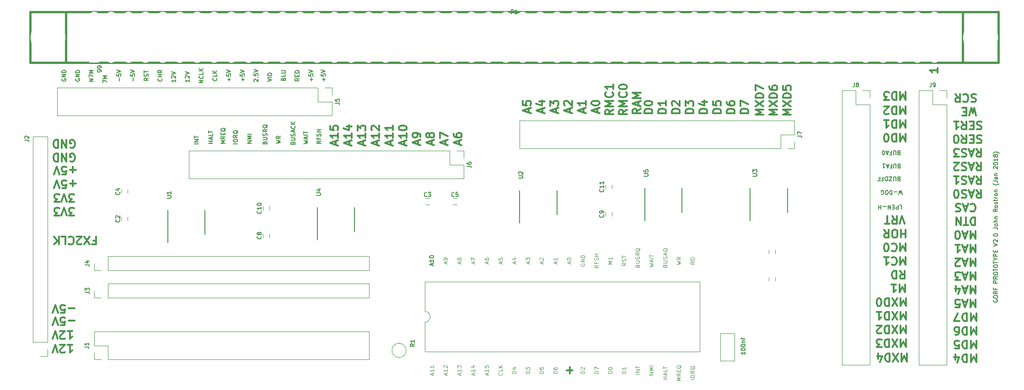
<source format=gbr>
G04 #@! TF.FileFunction,Legend,Top*
%FSLAX46Y46*%
G04 Gerber Fmt 4.6, Leading zero omitted, Abs format (unit mm)*
G04 Created by KiCad (PCBNEW 4.0.7) date 01/03/18 18:17:07*
%MOMM*%
%LPD*%
G01*
G04 APERTURE LIST*
%ADD10C,0.100000*%
%ADD11C,0.190500*%
%ADD12C,0.300000*%
%ADD13C,0.101600*%
%ADD14C,0.120000*%
%ADD15C,0.150000*%
%ADD16C,0.381000*%
%ADD17R,1.801600X1.801600*%
%ADD18O,1.801600X1.801600*%
%ADD19R,0.551600X1.551600*%
%ADD20R,1.701600X1.701600*%
%ADD21O,1.701600X1.701600*%
%ADD22R,0.851600X1.301600*%
%ADD23R,1.301600X0.851600*%
%ADD24O,1.879600X3.149600*%
%ADD25R,1.879600X3.149600*%
%ADD26C,6.451600*%
%ADD27C,1.701600*%
G04 APERTURE END LIST*
D10*
D11*
X131408714Y-111950500D02*
X131045857Y-112204500D01*
X131408714Y-112385928D02*
X130646714Y-112385928D01*
X130646714Y-112095643D01*
X130683000Y-112023071D01*
X130719286Y-111986786D01*
X130791857Y-111950500D01*
X130900714Y-111950500D01*
X130973286Y-111986786D01*
X131009571Y-112023071D01*
X131045857Y-112095643D01*
X131045857Y-112385928D01*
X131408714Y-111224786D02*
X131408714Y-111660214D01*
X131408714Y-111442500D02*
X130646714Y-111442500D01*
X130755571Y-111515071D01*
X130828143Y-111587643D01*
X130864429Y-111660214D01*
X76762429Y-63209714D02*
X76762429Y-62629143D01*
X76290714Y-61903428D02*
X76290714Y-62266285D01*
X76653571Y-62302571D01*
X76617286Y-62266285D01*
X76581000Y-62193714D01*
X76581000Y-62012285D01*
X76617286Y-61939714D01*
X76653571Y-61903428D01*
X76726143Y-61867143D01*
X76907571Y-61867143D01*
X76980143Y-61903428D01*
X77016429Y-61939714D01*
X77052714Y-62012285D01*
X77052714Y-62193714D01*
X77016429Y-62266285D01*
X76980143Y-62302571D01*
X76290714Y-61649429D02*
X77052714Y-61395429D01*
X76290714Y-61141429D01*
D12*
X235354571Y-65686857D02*
X235140285Y-65615429D01*
X234783142Y-65615429D01*
X234640285Y-65686857D01*
X234568856Y-65758286D01*
X234497428Y-65901143D01*
X234497428Y-66044000D01*
X234568856Y-66186857D01*
X234640285Y-66258286D01*
X234783142Y-66329714D01*
X235068856Y-66401143D01*
X235211714Y-66472571D01*
X235283142Y-66544000D01*
X235354571Y-66686857D01*
X235354571Y-66829714D01*
X235283142Y-66972571D01*
X235211714Y-67044000D01*
X235068856Y-67115429D01*
X234711714Y-67115429D01*
X234497428Y-67044000D01*
X232997428Y-65758286D02*
X233068857Y-65686857D01*
X233283143Y-65615429D01*
X233426000Y-65615429D01*
X233640285Y-65686857D01*
X233783143Y-65829714D01*
X233854571Y-65972571D01*
X233926000Y-66258286D01*
X233926000Y-66472571D01*
X233854571Y-66758286D01*
X233783143Y-66901143D01*
X233640285Y-67044000D01*
X233426000Y-67115429D01*
X233283143Y-67115429D01*
X233068857Y-67044000D01*
X232997428Y-66972571D01*
X231497428Y-65615429D02*
X231997428Y-66329714D01*
X232354571Y-65615429D02*
X232354571Y-67115429D01*
X231783143Y-67115429D01*
X231640285Y-67044000D01*
X231568857Y-66972571D01*
X231497428Y-66829714D01*
X231497428Y-66615429D01*
X231568857Y-66472571D01*
X231640285Y-66401143D01*
X231783143Y-66329714D01*
X232354571Y-66329714D01*
X235390285Y-113875429D02*
X235390285Y-115375429D01*
X234890285Y-114304000D01*
X234390285Y-115375429D01*
X234390285Y-113875429D01*
X233675999Y-113875429D02*
X233675999Y-115375429D01*
X233318856Y-115375429D01*
X233104571Y-115304000D01*
X232961713Y-115161143D01*
X232890285Y-115018286D01*
X232818856Y-114732571D01*
X232818856Y-114518286D01*
X232890285Y-114232571D01*
X232961713Y-114089714D01*
X233104571Y-113946857D01*
X233318856Y-113875429D01*
X233675999Y-113875429D01*
X231533142Y-114875429D02*
X231533142Y-113875429D01*
X231890285Y-115446857D02*
X232247428Y-114375429D01*
X231318856Y-114375429D01*
D11*
X221215857Y-86205786D02*
X221578714Y-86205786D01*
X221578714Y-86967786D01*
X220961857Y-86205786D02*
X220961857Y-86967786D01*
X220671572Y-86967786D01*
X220599000Y-86931500D01*
X220562715Y-86895214D01*
X220526429Y-86822643D01*
X220526429Y-86713786D01*
X220562715Y-86641214D01*
X220599000Y-86604929D01*
X220671572Y-86568643D01*
X220961857Y-86568643D01*
X220199857Y-86604929D02*
X219945857Y-86604929D01*
X219837000Y-86205786D02*
X220199857Y-86205786D01*
X220199857Y-86967786D01*
X219837000Y-86967786D01*
X219510428Y-86205786D02*
X219510428Y-86967786D01*
X219075000Y-86205786D01*
X219075000Y-86967786D01*
X218712142Y-86496071D02*
X218131571Y-86496071D01*
X217768713Y-86205786D02*
X217768713Y-86967786D01*
X217768713Y-86604929D02*
X217333285Y-86604929D01*
X217333285Y-86205786D02*
X217333285Y-86967786D01*
D12*
X222515571Y-113748429D02*
X222515571Y-115248429D01*
X222015571Y-114177000D01*
X221515571Y-115248429D01*
X221515571Y-113748429D01*
X220944142Y-115248429D02*
X219944142Y-113748429D01*
X219944142Y-115248429D02*
X220944142Y-113748429D01*
X219372714Y-113748429D02*
X219372714Y-115248429D01*
X219015571Y-115248429D01*
X218801286Y-115177000D01*
X218658428Y-115034143D01*
X218587000Y-114891286D01*
X218515571Y-114605571D01*
X218515571Y-114391286D01*
X218587000Y-114105571D01*
X218658428Y-113962714D01*
X218801286Y-113819857D01*
X219015571Y-113748429D01*
X219372714Y-113748429D01*
X217229857Y-114748429D02*
X217229857Y-113748429D01*
X217587000Y-115319857D02*
X217944143Y-114248429D01*
X217015571Y-114248429D01*
X185590571Y-69179142D02*
X184090571Y-69179142D01*
X184090571Y-68821999D01*
X184162000Y-68607714D01*
X184304857Y-68464856D01*
X184447714Y-68393428D01*
X184733429Y-68321999D01*
X184947714Y-68321999D01*
X185233429Y-68393428D01*
X185376286Y-68464856D01*
X185519143Y-68607714D01*
X185590571Y-68821999D01*
X185590571Y-69179142D01*
X184590571Y-67036285D02*
X185590571Y-67036285D01*
X184019143Y-67393428D02*
X185090571Y-67750571D01*
X185090571Y-66821999D01*
X201084571Y-69480571D02*
X199584571Y-69480571D01*
X200656000Y-68980571D01*
X199584571Y-68480571D01*
X201084571Y-68480571D01*
X199584571Y-67909142D02*
X201084571Y-66909142D01*
X199584571Y-66909142D02*
X201084571Y-67909142D01*
X201084571Y-66337714D02*
X199584571Y-66337714D01*
X199584571Y-65980571D01*
X199656000Y-65766286D01*
X199798857Y-65623428D01*
X199941714Y-65552000D01*
X200227429Y-65480571D01*
X200441714Y-65480571D01*
X200727429Y-65552000D01*
X200870286Y-65623428D01*
X201013143Y-65766286D01*
X201084571Y-65980571D01*
X201084571Y-66337714D01*
X199584571Y-64123428D02*
X199584571Y-64837714D01*
X200298857Y-64909143D01*
X200227429Y-64837714D01*
X200156000Y-64694857D01*
X200156000Y-64337714D01*
X200227429Y-64194857D01*
X200298857Y-64123428D01*
X200441714Y-64052000D01*
X200798857Y-64052000D01*
X200941714Y-64123428D01*
X201013143Y-64194857D01*
X201084571Y-64337714D01*
X201084571Y-64694857D01*
X201013143Y-64837714D01*
X200941714Y-64909143D01*
X67222571Y-112097429D02*
X68079714Y-112097429D01*
X67651142Y-112097429D02*
X67651142Y-113597429D01*
X67793999Y-113383143D01*
X67936857Y-113240286D01*
X68079714Y-113168857D01*
X66651143Y-113454571D02*
X66579714Y-113526000D01*
X66436857Y-113597429D01*
X66079714Y-113597429D01*
X65936857Y-113526000D01*
X65865428Y-113454571D01*
X65794000Y-113311714D01*
X65794000Y-113168857D01*
X65865428Y-112954571D01*
X66722571Y-112097429D01*
X65794000Y-112097429D01*
X65365429Y-113597429D02*
X64865429Y-112097429D01*
X64365429Y-113597429D01*
X68405142Y-88197429D02*
X67476571Y-88197429D01*
X67976571Y-87626000D01*
X67762285Y-87626000D01*
X67619428Y-87554571D01*
X67547999Y-87483143D01*
X67476571Y-87340286D01*
X67476571Y-86983143D01*
X67547999Y-86840286D01*
X67619428Y-86768857D01*
X67762285Y-86697429D01*
X68190857Y-86697429D01*
X68333714Y-86768857D01*
X68405142Y-86840286D01*
X67048000Y-88197429D02*
X66548000Y-86697429D01*
X66048000Y-88197429D01*
X65690857Y-88197429D02*
X64762286Y-88197429D01*
X65262286Y-87626000D01*
X65048000Y-87626000D01*
X64905143Y-87554571D01*
X64833714Y-87483143D01*
X64762286Y-87340286D01*
X64762286Y-86983143D01*
X64833714Y-86840286D01*
X64905143Y-86768857D01*
X65048000Y-86697429D01*
X65476572Y-86697429D01*
X65619429Y-86768857D01*
X65690857Y-86840286D01*
X68730571Y-82188857D02*
X67587714Y-82188857D01*
X68159143Y-81617429D02*
X68159143Y-82760286D01*
X66159142Y-83117429D02*
X66873428Y-83117429D01*
X66944857Y-82403143D01*
X66873428Y-82474571D01*
X66730571Y-82546000D01*
X66373428Y-82546000D01*
X66230571Y-82474571D01*
X66159142Y-82403143D01*
X66087714Y-82260286D01*
X66087714Y-81903143D01*
X66159142Y-81760286D01*
X66230571Y-81688857D01*
X66373428Y-81617429D01*
X66730571Y-81617429D01*
X66873428Y-81688857D01*
X66944857Y-81760286D01*
X65659143Y-83117429D02*
X65159143Y-81617429D01*
X64659143Y-83117429D01*
X68730571Y-79648857D02*
X67587714Y-79648857D01*
X68159143Y-79077429D02*
X68159143Y-80220286D01*
X66159142Y-80577429D02*
X66873428Y-80577429D01*
X66944857Y-79863143D01*
X66873428Y-79934571D01*
X66730571Y-80006000D01*
X66373428Y-80006000D01*
X66230571Y-79934571D01*
X66159142Y-79863143D01*
X66087714Y-79720286D01*
X66087714Y-79363143D01*
X66159142Y-79220286D01*
X66230571Y-79148857D01*
X66373428Y-79077429D01*
X66730571Y-79077429D01*
X66873428Y-79148857D01*
X66944857Y-79220286D01*
X65659143Y-80577429D02*
X65159143Y-79077429D01*
X64659143Y-80577429D01*
D11*
X192622714Y-113465429D02*
X192622714Y-113900857D01*
X192622714Y-113683143D02*
X191860714Y-113683143D01*
X191969571Y-113755714D01*
X192042143Y-113828286D01*
X192078429Y-113900857D01*
X191860714Y-112993715D02*
X191860714Y-112921143D01*
X191897000Y-112848572D01*
X191933286Y-112812286D01*
X192005857Y-112776000D01*
X192151000Y-112739715D01*
X192332429Y-112739715D01*
X192477571Y-112776000D01*
X192550143Y-112812286D01*
X192586429Y-112848572D01*
X192622714Y-112921143D01*
X192622714Y-112993715D01*
X192586429Y-113066286D01*
X192550143Y-113102572D01*
X192477571Y-113138857D01*
X192332429Y-113175143D01*
X192151000Y-113175143D01*
X192005857Y-113138857D01*
X191933286Y-113102572D01*
X191897000Y-113066286D01*
X191860714Y-112993715D01*
X191860714Y-112268001D02*
X191860714Y-112195429D01*
X191897000Y-112122858D01*
X191933286Y-112086572D01*
X192005857Y-112050286D01*
X192151000Y-112014001D01*
X192332429Y-112014001D01*
X192477571Y-112050286D01*
X192550143Y-112086572D01*
X192586429Y-112122858D01*
X192622714Y-112195429D01*
X192622714Y-112268001D01*
X192586429Y-112340572D01*
X192550143Y-112376858D01*
X192477571Y-112413143D01*
X192332429Y-112449429D01*
X192151000Y-112449429D01*
X192005857Y-112413143D01*
X191933286Y-112376858D01*
X191897000Y-112340572D01*
X191860714Y-112268001D01*
X192114714Y-111687429D02*
X192622714Y-111687429D01*
X192187286Y-111687429D02*
X192151000Y-111651144D01*
X192114714Y-111578572D01*
X192114714Y-111469715D01*
X192151000Y-111397144D01*
X192223571Y-111360858D01*
X192622714Y-111360858D01*
X192114714Y-111106858D02*
X192114714Y-110816572D01*
X192622714Y-110998000D02*
X191969571Y-110998000D01*
X191897000Y-110961715D01*
X191860714Y-110889143D01*
X191860714Y-110816572D01*
D13*
X183213857Y-96665143D02*
X182862429Y-96919143D01*
X183213857Y-97100571D02*
X182475857Y-97100571D01*
X182475857Y-96810286D01*
X182511000Y-96737714D01*
X182546143Y-96701429D01*
X182616429Y-96665143D01*
X182721857Y-96665143D01*
X182792143Y-96701429D01*
X182827286Y-96737714D01*
X182862429Y-96810286D01*
X182862429Y-97100571D01*
X183213857Y-96338571D02*
X182475857Y-96338571D01*
X182475857Y-96157143D01*
X182511000Y-96048286D01*
X182581286Y-95975714D01*
X182651571Y-95939429D01*
X182792143Y-95903143D01*
X182897571Y-95903143D01*
X183038143Y-95939429D01*
X183108429Y-95975714D01*
X183178714Y-96048286D01*
X183213857Y-96157143D01*
X183213857Y-96338571D01*
X179935857Y-97227571D02*
X180673857Y-97046142D01*
X180146714Y-96900999D01*
X180673857Y-96755857D01*
X179935857Y-96574428D01*
X180673857Y-95848714D02*
X180322429Y-96102714D01*
X180673857Y-96284142D02*
X179935857Y-96284142D01*
X179935857Y-95993857D01*
X179971000Y-95921285D01*
X180006143Y-95885000D01*
X180076429Y-95848714D01*
X180181857Y-95848714D01*
X180252143Y-95885000D01*
X180287286Y-95921285D01*
X180322429Y-95993857D01*
X180322429Y-96284142D01*
X174855857Y-97644857D02*
X175593857Y-97463428D01*
X175066714Y-97318285D01*
X175593857Y-97173143D01*
X174855857Y-96991714D01*
X175383000Y-96737714D02*
X175383000Y-96374857D01*
X175593857Y-96810286D02*
X174855857Y-96556286D01*
X175593857Y-96302286D01*
X175593857Y-96048285D02*
X174855857Y-96048285D01*
X174855857Y-95794286D02*
X174855857Y-95358857D01*
X175593857Y-95576571D02*
X174855857Y-95576571D01*
X177747286Y-97445285D02*
X177782429Y-97336428D01*
X177817571Y-97300143D01*
X177887857Y-97263857D01*
X177993286Y-97263857D01*
X178063571Y-97300143D01*
X178098714Y-97336428D01*
X178133857Y-97409000D01*
X178133857Y-97699285D01*
X177395857Y-97699285D01*
X177395857Y-97445285D01*
X177431000Y-97372714D01*
X177466143Y-97336428D01*
X177536429Y-97300143D01*
X177606714Y-97300143D01*
X177677000Y-97336428D01*
X177712143Y-97372714D01*
X177747286Y-97445285D01*
X177747286Y-97699285D01*
X177395857Y-96937285D02*
X177993286Y-96937285D01*
X178063571Y-96901000D01*
X178098714Y-96864714D01*
X178133857Y-96792143D01*
X178133857Y-96647000D01*
X178098714Y-96574428D01*
X178063571Y-96538143D01*
X177993286Y-96501857D01*
X177395857Y-96501857D01*
X178098714Y-96175285D02*
X178133857Y-96066428D01*
X178133857Y-95884999D01*
X178098714Y-95812428D01*
X178063571Y-95776142D01*
X177993286Y-95739857D01*
X177923000Y-95739857D01*
X177852714Y-95776142D01*
X177817571Y-95812428D01*
X177782429Y-95884999D01*
X177747286Y-96030142D01*
X177712143Y-96102714D01*
X177677000Y-96138999D01*
X177606714Y-96175285D01*
X177536429Y-96175285D01*
X177466143Y-96138999D01*
X177431000Y-96102714D01*
X177395857Y-96030142D01*
X177395857Y-95848714D01*
X177431000Y-95739857D01*
X177923000Y-95449571D02*
X177923000Y-95086714D01*
X178133857Y-95522143D02*
X177395857Y-95268143D01*
X178133857Y-95014143D01*
X178204143Y-94252142D02*
X178169000Y-94324714D01*
X178098714Y-94397285D01*
X177993286Y-94506142D01*
X177958143Y-94578714D01*
X177958143Y-94651285D01*
X178133857Y-94615000D02*
X178098714Y-94687571D01*
X178028429Y-94760142D01*
X177887857Y-94796428D01*
X177641857Y-94796428D01*
X177501286Y-94760142D01*
X177431000Y-94687571D01*
X177395857Y-94615000D01*
X177395857Y-94469857D01*
X177431000Y-94397285D01*
X177501286Y-94324714D01*
X177641857Y-94288428D01*
X177887857Y-94288428D01*
X178028429Y-94324714D01*
X178098714Y-94397285D01*
X178133857Y-94469857D01*
X178133857Y-94615000D01*
X172667286Y-97499714D02*
X172702429Y-97390857D01*
X172737571Y-97354572D01*
X172807857Y-97318286D01*
X172913286Y-97318286D01*
X172983571Y-97354572D01*
X173018714Y-97390857D01*
X173053857Y-97463429D01*
X173053857Y-97753714D01*
X172315857Y-97753714D01*
X172315857Y-97499714D01*
X172351000Y-97427143D01*
X172386143Y-97390857D01*
X172456429Y-97354572D01*
X172526714Y-97354572D01*
X172597000Y-97390857D01*
X172632143Y-97427143D01*
X172667286Y-97499714D01*
X172667286Y-97753714D01*
X172315857Y-96991714D02*
X172913286Y-96991714D01*
X172983571Y-96955429D01*
X173018714Y-96919143D01*
X173053857Y-96846572D01*
X173053857Y-96701429D01*
X173018714Y-96628857D01*
X172983571Y-96592572D01*
X172913286Y-96556286D01*
X172315857Y-96556286D01*
X173018714Y-96229714D02*
X173053857Y-96120857D01*
X173053857Y-95939428D01*
X173018714Y-95866857D01*
X172983571Y-95830571D01*
X172913286Y-95794286D01*
X172843000Y-95794286D01*
X172772714Y-95830571D01*
X172737571Y-95866857D01*
X172702429Y-95939428D01*
X172667286Y-96084571D01*
X172632143Y-96157143D01*
X172597000Y-96193428D01*
X172526714Y-96229714D01*
X172456429Y-96229714D01*
X172386143Y-96193428D01*
X172351000Y-96157143D01*
X172315857Y-96084571D01*
X172315857Y-95903143D01*
X172351000Y-95794286D01*
X173053857Y-95032286D02*
X172702429Y-95286286D01*
X173053857Y-95467714D02*
X172315857Y-95467714D01*
X172315857Y-95177429D01*
X172351000Y-95104857D01*
X172386143Y-95068572D01*
X172456429Y-95032286D01*
X172561857Y-95032286D01*
X172632143Y-95068572D01*
X172667286Y-95104857D01*
X172702429Y-95177429D01*
X172702429Y-95467714D01*
X173124143Y-94197714D02*
X173089000Y-94270286D01*
X173018714Y-94342857D01*
X172913286Y-94451714D01*
X172878143Y-94524286D01*
X172878143Y-94596857D01*
X173053857Y-94560572D02*
X173018714Y-94633143D01*
X172948429Y-94705714D01*
X172807857Y-94742000D01*
X172561857Y-94742000D01*
X172421286Y-94705714D01*
X172351000Y-94633143D01*
X172315857Y-94560572D01*
X172315857Y-94415429D01*
X172351000Y-94342857D01*
X172421286Y-94270286D01*
X172561857Y-94234000D01*
X172807857Y-94234000D01*
X172948429Y-94270286D01*
X173018714Y-94342857D01*
X173053857Y-94415429D01*
X173053857Y-94560572D01*
X170513857Y-96937285D02*
X170162429Y-97191285D01*
X170513857Y-97372713D02*
X169775857Y-97372713D01*
X169775857Y-97082428D01*
X169811000Y-97009856D01*
X169846143Y-96973571D01*
X169916429Y-96937285D01*
X170021857Y-96937285D01*
X170092143Y-96973571D01*
X170127286Y-97009856D01*
X170162429Y-97082428D01*
X170162429Y-97372713D01*
X170478714Y-96646999D02*
X170513857Y-96538142D01*
X170513857Y-96356713D01*
X170478714Y-96284142D01*
X170443571Y-96247856D01*
X170373286Y-96211571D01*
X170303000Y-96211571D01*
X170232714Y-96247856D01*
X170197571Y-96284142D01*
X170162429Y-96356713D01*
X170127286Y-96501856D01*
X170092143Y-96574428D01*
X170057000Y-96610713D01*
X169986714Y-96646999D01*
X169916429Y-96646999D01*
X169846143Y-96610713D01*
X169811000Y-96574428D01*
X169775857Y-96501856D01*
X169775857Y-96320428D01*
X169811000Y-96211571D01*
X169775857Y-95993857D02*
X169775857Y-95558428D01*
X170513857Y-95776142D02*
X169775857Y-95776142D01*
X167973857Y-97136856D02*
X167235857Y-97136856D01*
X167763000Y-96882856D01*
X167235857Y-96628856D01*
X167973857Y-96628856D01*
X167973857Y-95866857D02*
X167973857Y-96302285D01*
X167973857Y-96084571D02*
X167235857Y-96084571D01*
X167341286Y-96157142D01*
X167411571Y-96229714D01*
X167446714Y-96302285D01*
X165433857Y-97372714D02*
X165082429Y-97626714D01*
X165433857Y-97808142D02*
X164695857Y-97808142D01*
X164695857Y-97517857D01*
X164731000Y-97445285D01*
X164766143Y-97409000D01*
X164836429Y-97372714D01*
X164941857Y-97372714D01*
X165012143Y-97409000D01*
X165047286Y-97445285D01*
X165082429Y-97517857D01*
X165082429Y-97808142D01*
X165047286Y-96792142D02*
X165047286Y-97046142D01*
X165433857Y-97046142D02*
X164695857Y-97046142D01*
X164695857Y-96683285D01*
X165398714Y-96429285D02*
X165433857Y-96320428D01*
X165433857Y-96138999D01*
X165398714Y-96066428D01*
X165363571Y-96030142D01*
X165293286Y-95993857D01*
X165223000Y-95993857D01*
X165152714Y-96030142D01*
X165117571Y-96066428D01*
X165082429Y-96138999D01*
X165047286Y-96284142D01*
X165012143Y-96356714D01*
X164977000Y-96392999D01*
X164906714Y-96429285D01*
X164836429Y-96429285D01*
X164766143Y-96392999D01*
X164731000Y-96356714D01*
X164695857Y-96284142D01*
X164695857Y-96102714D01*
X164731000Y-95993857D01*
X165433857Y-95667285D02*
X164695857Y-95667285D01*
X165047286Y-95667285D02*
X165047286Y-95231857D01*
X165433857Y-95231857D02*
X164695857Y-95231857D01*
X162191000Y-97100572D02*
X162155857Y-97173143D01*
X162155857Y-97282000D01*
X162191000Y-97390857D01*
X162261286Y-97463429D01*
X162331571Y-97499714D01*
X162472143Y-97536000D01*
X162577571Y-97536000D01*
X162718143Y-97499714D01*
X162788429Y-97463429D01*
X162858714Y-97390857D01*
X162893857Y-97282000D01*
X162893857Y-97209429D01*
X162858714Y-97100572D01*
X162823571Y-97064286D01*
X162577571Y-97064286D01*
X162577571Y-97209429D01*
X162893857Y-96737714D02*
X162155857Y-96737714D01*
X162893857Y-96302286D01*
X162155857Y-96302286D01*
X162893857Y-95939428D02*
X162155857Y-95939428D01*
X162155857Y-95758000D01*
X162191000Y-95649143D01*
X162261286Y-95576571D01*
X162331571Y-95540286D01*
X162472143Y-95504000D01*
X162577571Y-95504000D01*
X162718143Y-95540286D01*
X162788429Y-95576571D01*
X162858714Y-95649143D01*
X162893857Y-95758000D01*
X162893857Y-95939428D01*
X160143000Y-97064285D02*
X160143000Y-96701428D01*
X160353857Y-97136857D02*
X159615857Y-96882857D01*
X160353857Y-96628857D01*
X159615857Y-96229714D02*
X159615857Y-96157142D01*
X159651000Y-96084571D01*
X159686143Y-96048285D01*
X159756429Y-96011999D01*
X159897000Y-95975714D01*
X160072714Y-95975714D01*
X160213286Y-96011999D01*
X160283571Y-96048285D01*
X160318714Y-96084571D01*
X160353857Y-96157142D01*
X160353857Y-96229714D01*
X160318714Y-96302285D01*
X160283571Y-96338571D01*
X160213286Y-96374856D01*
X160072714Y-96411142D01*
X159897000Y-96411142D01*
X159756429Y-96374856D01*
X159686143Y-96338571D01*
X159651000Y-96302285D01*
X159615857Y-96229714D01*
X157603000Y-97064285D02*
X157603000Y-96701428D01*
X157813857Y-97136857D02*
X157075857Y-96882857D01*
X157813857Y-96628857D01*
X157813857Y-95975714D02*
X157813857Y-96411142D01*
X157813857Y-96193428D02*
X157075857Y-96193428D01*
X157181286Y-96265999D01*
X157251571Y-96338571D01*
X157286714Y-96411142D01*
X155063000Y-97064285D02*
X155063000Y-96701428D01*
X155273857Y-97136857D02*
X154535857Y-96882857D01*
X155273857Y-96628857D01*
X154606143Y-96411142D02*
X154571000Y-96374856D01*
X154535857Y-96302285D01*
X154535857Y-96120856D01*
X154571000Y-96048285D01*
X154606143Y-96011999D01*
X154676429Y-95975714D01*
X154746714Y-95975714D01*
X154852143Y-96011999D01*
X155273857Y-96447428D01*
X155273857Y-95975714D01*
X152523000Y-97064285D02*
X152523000Y-96701428D01*
X152733857Y-97136857D02*
X151995857Y-96882857D01*
X152733857Y-96628857D01*
X151995857Y-96447428D02*
X151995857Y-95975714D01*
X152277000Y-96229714D01*
X152277000Y-96120856D01*
X152312143Y-96048285D01*
X152347286Y-96011999D01*
X152417571Y-95975714D01*
X152593286Y-95975714D01*
X152663571Y-96011999D01*
X152698714Y-96048285D01*
X152733857Y-96120856D01*
X152733857Y-96338571D01*
X152698714Y-96411142D01*
X152663571Y-96447428D01*
X149983000Y-97064285D02*
X149983000Y-96701428D01*
X150193857Y-97136857D02*
X149455857Y-96882857D01*
X150193857Y-96628857D01*
X149701857Y-96048285D02*
X150193857Y-96048285D01*
X149420714Y-96229714D02*
X149947857Y-96411142D01*
X149947857Y-95939428D01*
X147443000Y-97064285D02*
X147443000Y-96701428D01*
X147653857Y-97136857D02*
X146915857Y-96882857D01*
X147653857Y-96628857D01*
X146915857Y-96011999D02*
X146915857Y-96374856D01*
X147267286Y-96411142D01*
X147232143Y-96374856D01*
X147197000Y-96302285D01*
X147197000Y-96120856D01*
X147232143Y-96048285D01*
X147267286Y-96011999D01*
X147337571Y-95975714D01*
X147513286Y-95975714D01*
X147583571Y-96011999D01*
X147618714Y-96048285D01*
X147653857Y-96120856D01*
X147653857Y-96302285D01*
X147618714Y-96374856D01*
X147583571Y-96411142D01*
X144903000Y-97064285D02*
X144903000Y-96701428D01*
X145113857Y-97136857D02*
X144375857Y-96882857D01*
X145113857Y-96628857D01*
X144375857Y-96048285D02*
X144375857Y-96193428D01*
X144411000Y-96265999D01*
X144446143Y-96302285D01*
X144551571Y-96374856D01*
X144692143Y-96411142D01*
X144973286Y-96411142D01*
X145043571Y-96374856D01*
X145078714Y-96338571D01*
X145113857Y-96265999D01*
X145113857Y-96120856D01*
X145078714Y-96048285D01*
X145043571Y-96011999D01*
X144973286Y-95975714D01*
X144797571Y-95975714D01*
X144727286Y-96011999D01*
X144692143Y-96048285D01*
X144657000Y-96120856D01*
X144657000Y-96265999D01*
X144692143Y-96338571D01*
X144727286Y-96374856D01*
X144797571Y-96411142D01*
X142363000Y-97064285D02*
X142363000Y-96701428D01*
X142573857Y-97136857D02*
X141835857Y-96882857D01*
X142573857Y-96628857D01*
X141835857Y-96447428D02*
X141835857Y-95939428D01*
X142573857Y-96265999D01*
X139823000Y-97064285D02*
X139823000Y-96701428D01*
X140033857Y-97136857D02*
X139295857Y-96882857D01*
X140033857Y-96628857D01*
X139612143Y-96265999D02*
X139577000Y-96338571D01*
X139541857Y-96374856D01*
X139471571Y-96411142D01*
X139436429Y-96411142D01*
X139366143Y-96374856D01*
X139331000Y-96338571D01*
X139295857Y-96265999D01*
X139295857Y-96120856D01*
X139331000Y-96048285D01*
X139366143Y-96011999D01*
X139436429Y-95975714D01*
X139471571Y-95975714D01*
X139541857Y-96011999D01*
X139577000Y-96048285D01*
X139612143Y-96120856D01*
X139612143Y-96265999D01*
X139647286Y-96338571D01*
X139682429Y-96374856D01*
X139752714Y-96411142D01*
X139893286Y-96411142D01*
X139963571Y-96374856D01*
X139998714Y-96338571D01*
X140033857Y-96265999D01*
X140033857Y-96120856D01*
X139998714Y-96048285D01*
X139963571Y-96011999D01*
X139893286Y-95975714D01*
X139752714Y-95975714D01*
X139682429Y-96011999D01*
X139647286Y-96048285D01*
X139612143Y-96120856D01*
X137283000Y-97064285D02*
X137283000Y-96701428D01*
X137493857Y-97136857D02*
X136755857Y-96882857D01*
X137493857Y-96628857D01*
X137493857Y-96338571D02*
X137493857Y-96193428D01*
X137458714Y-96120856D01*
X137423571Y-96084571D01*
X137318143Y-96011999D01*
X137177571Y-95975714D01*
X136896429Y-95975714D01*
X136826143Y-96011999D01*
X136791000Y-96048285D01*
X136755857Y-96120856D01*
X136755857Y-96265999D01*
X136791000Y-96338571D01*
X136826143Y-96374856D01*
X136896429Y-96411142D01*
X137072143Y-96411142D01*
X137142429Y-96374856D01*
X137177571Y-96338571D01*
X137212714Y-96265999D01*
X137212714Y-96120856D01*
X137177571Y-96048285D01*
X137142429Y-96011999D01*
X137072143Y-95975714D01*
D11*
X134747000Y-97427142D02*
X134747000Y-97064285D01*
X134964714Y-97499714D02*
X134202714Y-97245714D01*
X134964714Y-96991714D01*
X134964714Y-96338571D02*
X134964714Y-96773999D01*
X134964714Y-96556285D02*
X134202714Y-96556285D01*
X134311571Y-96628856D01*
X134384143Y-96701428D01*
X134420429Y-96773999D01*
X134202714Y-95866857D02*
X134202714Y-95794285D01*
X134239000Y-95721714D01*
X134275286Y-95685428D01*
X134347857Y-95649142D01*
X134493000Y-95612857D01*
X134674429Y-95612857D01*
X134819571Y-95649142D01*
X134892143Y-95685428D01*
X134928429Y-95721714D01*
X134964714Y-95794285D01*
X134964714Y-95866857D01*
X134928429Y-95939428D01*
X134892143Y-95975714D01*
X134819571Y-96011999D01*
X134674429Y-96048285D01*
X134493000Y-96048285D01*
X134347857Y-96011999D01*
X134275286Y-95975714D01*
X134239000Y-95939428D01*
X134202714Y-95866857D01*
D13*
X183213857Y-118527285D02*
X182475857Y-118527285D01*
X182475857Y-118019286D02*
X182475857Y-117874143D01*
X182511000Y-117801571D01*
X182581286Y-117729000D01*
X182721857Y-117692714D01*
X182967857Y-117692714D01*
X183108429Y-117729000D01*
X183178714Y-117801571D01*
X183213857Y-117874143D01*
X183213857Y-118019286D01*
X183178714Y-118091857D01*
X183108429Y-118164428D01*
X182967857Y-118200714D01*
X182721857Y-118200714D01*
X182581286Y-118164428D01*
X182511000Y-118091857D01*
X182475857Y-118019286D01*
X183213857Y-116930714D02*
X182862429Y-117184714D01*
X183213857Y-117366142D02*
X182475857Y-117366142D01*
X182475857Y-117075857D01*
X182511000Y-117003285D01*
X182546143Y-116967000D01*
X182616429Y-116930714D01*
X182721857Y-116930714D01*
X182792143Y-116967000D01*
X182827286Y-117003285D01*
X182862429Y-117075857D01*
X182862429Y-117366142D01*
X183284143Y-116096142D02*
X183249000Y-116168714D01*
X183178714Y-116241285D01*
X183073286Y-116350142D01*
X183038143Y-116422714D01*
X183038143Y-116495285D01*
X183213857Y-116459000D02*
X183178714Y-116531571D01*
X183108429Y-116604142D01*
X182967857Y-116640428D01*
X182721857Y-116640428D01*
X182581286Y-116604142D01*
X182511000Y-116531571D01*
X182475857Y-116459000D01*
X182475857Y-116313857D01*
X182511000Y-116241285D01*
X182581286Y-116168714D01*
X182721857Y-116132428D01*
X182967857Y-116132428D01*
X183108429Y-116168714D01*
X183178714Y-116241285D01*
X183213857Y-116313857D01*
X183213857Y-116459000D01*
X180673857Y-118726857D02*
X179935857Y-118726857D01*
X180463000Y-118472857D01*
X179935857Y-118218857D01*
X180673857Y-118218857D01*
X180673857Y-117420572D02*
X180322429Y-117674572D01*
X180673857Y-117856000D02*
X179935857Y-117856000D01*
X179935857Y-117565715D01*
X179971000Y-117493143D01*
X180006143Y-117456858D01*
X180076429Y-117420572D01*
X180181857Y-117420572D01*
X180252143Y-117456858D01*
X180287286Y-117493143D01*
X180322429Y-117565715D01*
X180322429Y-117856000D01*
X180287286Y-117094000D02*
X180287286Y-116840000D01*
X180673857Y-116731143D02*
X180673857Y-117094000D01*
X179935857Y-117094000D01*
X179935857Y-116731143D01*
X180744143Y-115896571D02*
X180709000Y-115969143D01*
X180638714Y-116041714D01*
X180533286Y-116150571D01*
X180498143Y-116223143D01*
X180498143Y-116295714D01*
X180673857Y-116259429D02*
X180638714Y-116332000D01*
X180568429Y-116404571D01*
X180427857Y-116440857D01*
X180181857Y-116440857D01*
X180041286Y-116404571D01*
X179971000Y-116332000D01*
X179935857Y-116259429D01*
X179935857Y-116114286D01*
X179971000Y-116041714D01*
X180041286Y-115969143D01*
X180181857Y-115932857D01*
X180427857Y-115932857D01*
X180568429Y-115969143D01*
X180638714Y-116041714D01*
X180673857Y-116114286D01*
X180673857Y-116259429D01*
X178133857Y-118490999D02*
X177395857Y-118490999D01*
X177747286Y-118490999D02*
X177747286Y-118055571D01*
X178133857Y-118055571D02*
X177395857Y-118055571D01*
X177923000Y-117728999D02*
X177923000Y-117366142D01*
X178133857Y-117801571D02*
X177395857Y-117547571D01*
X178133857Y-117293571D01*
X178133857Y-116676713D02*
X178133857Y-117039570D01*
X177395857Y-117039570D01*
X177395857Y-116531571D02*
X177395857Y-116096142D01*
X178133857Y-116313856D02*
X177395857Y-116313856D01*
X175593857Y-117674571D02*
X174855857Y-117674571D01*
X175593857Y-117239143D01*
X174855857Y-117239143D01*
X175593857Y-116876285D02*
X174855857Y-116876285D01*
X175383000Y-116622285D01*
X174855857Y-116368285D01*
X175593857Y-116368285D01*
X175593857Y-116005428D02*
X174855857Y-116005428D01*
X173053857Y-117529428D02*
X172315857Y-117529428D01*
X173053857Y-117166571D02*
X172315857Y-117166571D01*
X173053857Y-116731143D01*
X172315857Y-116731143D01*
X172315857Y-116477143D02*
X172315857Y-116041714D01*
X173053857Y-116259428D02*
X172315857Y-116259428D01*
X170513857Y-117402428D02*
X169775857Y-117402428D01*
X169775857Y-117221000D01*
X169811000Y-117112143D01*
X169881286Y-117039571D01*
X169951571Y-117003286D01*
X170092143Y-116967000D01*
X170197571Y-116967000D01*
X170338143Y-117003286D01*
X170408429Y-117039571D01*
X170478714Y-117112143D01*
X170513857Y-117221000D01*
X170513857Y-117402428D01*
X170513857Y-116241286D02*
X170513857Y-116676714D01*
X170513857Y-116459000D02*
X169775857Y-116459000D01*
X169881286Y-116531571D01*
X169951571Y-116604143D01*
X169986714Y-116676714D01*
X167973857Y-117402428D02*
X167235857Y-117402428D01*
X167235857Y-117221000D01*
X167271000Y-117112143D01*
X167341286Y-117039571D01*
X167411571Y-117003286D01*
X167552143Y-116967000D01*
X167657571Y-116967000D01*
X167798143Y-117003286D01*
X167868429Y-117039571D01*
X167938714Y-117112143D01*
X167973857Y-117221000D01*
X167973857Y-117402428D01*
X167235857Y-116495286D02*
X167235857Y-116422714D01*
X167271000Y-116350143D01*
X167306143Y-116313857D01*
X167376429Y-116277571D01*
X167517000Y-116241286D01*
X167692714Y-116241286D01*
X167833286Y-116277571D01*
X167903571Y-116313857D01*
X167938714Y-116350143D01*
X167973857Y-116422714D01*
X167973857Y-116495286D01*
X167938714Y-116567857D01*
X167903571Y-116604143D01*
X167833286Y-116640428D01*
X167692714Y-116676714D01*
X167517000Y-116676714D01*
X167376429Y-116640428D01*
X167306143Y-116604143D01*
X167271000Y-116567857D01*
X167235857Y-116495286D01*
X165433857Y-117402428D02*
X164695857Y-117402428D01*
X164695857Y-117221000D01*
X164731000Y-117112143D01*
X164801286Y-117039571D01*
X164871571Y-117003286D01*
X165012143Y-116967000D01*
X165117571Y-116967000D01*
X165258143Y-117003286D01*
X165328429Y-117039571D01*
X165398714Y-117112143D01*
X165433857Y-117221000D01*
X165433857Y-117402428D01*
X164695857Y-116713000D02*
X164695857Y-116205000D01*
X165433857Y-116531571D01*
X162893857Y-117402428D02*
X162155857Y-117402428D01*
X162155857Y-117221000D01*
X162191000Y-117112143D01*
X162261286Y-117039571D01*
X162331571Y-117003286D01*
X162472143Y-116967000D01*
X162577571Y-116967000D01*
X162718143Y-117003286D01*
X162788429Y-117039571D01*
X162858714Y-117112143D01*
X162893857Y-117221000D01*
X162893857Y-117402428D01*
X162226143Y-116676714D02*
X162191000Y-116640428D01*
X162155857Y-116567857D01*
X162155857Y-116386428D01*
X162191000Y-116313857D01*
X162226143Y-116277571D01*
X162296429Y-116241286D01*
X162366714Y-116241286D01*
X162472143Y-116277571D01*
X162893857Y-116713000D01*
X162893857Y-116241286D01*
X157813857Y-117402428D02*
X157075857Y-117402428D01*
X157075857Y-117221000D01*
X157111000Y-117112143D01*
X157181286Y-117039571D01*
X157251571Y-117003286D01*
X157392143Y-116967000D01*
X157497571Y-116967000D01*
X157638143Y-117003286D01*
X157708429Y-117039571D01*
X157778714Y-117112143D01*
X157813857Y-117221000D01*
X157813857Y-117402428D01*
X157075857Y-116313857D02*
X157075857Y-116459000D01*
X157111000Y-116531571D01*
X157146143Y-116567857D01*
X157251571Y-116640428D01*
X157392143Y-116676714D01*
X157673286Y-116676714D01*
X157743571Y-116640428D01*
X157778714Y-116604143D01*
X157813857Y-116531571D01*
X157813857Y-116386428D01*
X157778714Y-116313857D01*
X157743571Y-116277571D01*
X157673286Y-116241286D01*
X157497571Y-116241286D01*
X157427286Y-116277571D01*
X157392143Y-116313857D01*
X157357000Y-116386428D01*
X157357000Y-116531571D01*
X157392143Y-116604143D01*
X157427286Y-116640428D01*
X157497571Y-116676714D01*
X155273857Y-117402428D02*
X154535857Y-117402428D01*
X154535857Y-117221000D01*
X154571000Y-117112143D01*
X154641286Y-117039571D01*
X154711571Y-117003286D01*
X154852143Y-116967000D01*
X154957571Y-116967000D01*
X155098143Y-117003286D01*
X155168429Y-117039571D01*
X155238714Y-117112143D01*
X155273857Y-117221000D01*
X155273857Y-117402428D01*
X154535857Y-116277571D02*
X154535857Y-116640428D01*
X154887286Y-116676714D01*
X154852143Y-116640428D01*
X154817000Y-116567857D01*
X154817000Y-116386428D01*
X154852143Y-116313857D01*
X154887286Y-116277571D01*
X154957571Y-116241286D01*
X155133286Y-116241286D01*
X155203571Y-116277571D01*
X155238714Y-116313857D01*
X155273857Y-116386428D01*
X155273857Y-116567857D01*
X155238714Y-116640428D01*
X155203571Y-116676714D01*
X152733857Y-117402428D02*
X151995857Y-117402428D01*
X151995857Y-117221000D01*
X152031000Y-117112143D01*
X152101286Y-117039571D01*
X152171571Y-117003286D01*
X152312143Y-116967000D01*
X152417571Y-116967000D01*
X152558143Y-117003286D01*
X152628429Y-117039571D01*
X152698714Y-117112143D01*
X152733857Y-117221000D01*
X152733857Y-117402428D01*
X151995857Y-116713000D02*
X151995857Y-116241286D01*
X152277000Y-116495286D01*
X152277000Y-116386428D01*
X152312143Y-116313857D01*
X152347286Y-116277571D01*
X152417571Y-116241286D01*
X152593286Y-116241286D01*
X152663571Y-116277571D01*
X152698714Y-116313857D01*
X152733857Y-116386428D01*
X152733857Y-116604143D01*
X152698714Y-116676714D01*
X152663571Y-116713000D01*
X150193857Y-117402428D02*
X149455857Y-117402428D01*
X149455857Y-117221000D01*
X149491000Y-117112143D01*
X149561286Y-117039571D01*
X149631571Y-117003286D01*
X149772143Y-116967000D01*
X149877571Y-116967000D01*
X150018143Y-117003286D01*
X150088429Y-117039571D01*
X150158714Y-117112143D01*
X150193857Y-117221000D01*
X150193857Y-117402428D01*
X149701857Y-116313857D02*
X150193857Y-116313857D01*
X149420714Y-116495286D02*
X149947857Y-116676714D01*
X149947857Y-116205000D01*
X147583571Y-117293571D02*
X147618714Y-117329857D01*
X147653857Y-117438714D01*
X147653857Y-117511285D01*
X147618714Y-117620142D01*
X147548429Y-117692714D01*
X147478143Y-117728999D01*
X147337571Y-117765285D01*
X147232143Y-117765285D01*
X147091571Y-117728999D01*
X147021286Y-117692714D01*
X146951000Y-117620142D01*
X146915857Y-117511285D01*
X146915857Y-117438714D01*
X146951000Y-117329857D01*
X146986143Y-117293571D01*
X147653857Y-116604142D02*
X147653857Y-116966999D01*
X146915857Y-116966999D01*
X147653857Y-116350142D02*
X146915857Y-116350142D01*
X147653857Y-115914714D02*
X147232143Y-116241285D01*
X146915857Y-115914714D02*
X147337571Y-116350142D01*
X144903000Y-117747142D02*
X144903000Y-117384285D01*
X145113857Y-117819714D02*
X144375857Y-117565714D01*
X145113857Y-117311714D01*
X145113857Y-116658571D02*
X145113857Y-117093999D01*
X145113857Y-116876285D02*
X144375857Y-116876285D01*
X144481286Y-116948856D01*
X144551571Y-117021428D01*
X144586714Y-117093999D01*
X144375857Y-115969142D02*
X144375857Y-116331999D01*
X144727286Y-116368285D01*
X144692143Y-116331999D01*
X144657000Y-116259428D01*
X144657000Y-116077999D01*
X144692143Y-116005428D01*
X144727286Y-115969142D01*
X144797571Y-115932857D01*
X144973286Y-115932857D01*
X145043571Y-115969142D01*
X145078714Y-116005428D01*
X145113857Y-116077999D01*
X145113857Y-116259428D01*
X145078714Y-116331999D01*
X145043571Y-116368285D01*
X142363000Y-117747142D02*
X142363000Y-117384285D01*
X142573857Y-117819714D02*
X141835857Y-117565714D01*
X142573857Y-117311714D01*
X142573857Y-116658571D02*
X142573857Y-117093999D01*
X142573857Y-116876285D02*
X141835857Y-116876285D01*
X141941286Y-116948856D01*
X142011571Y-117021428D01*
X142046714Y-117093999D01*
X142081857Y-116005428D02*
X142573857Y-116005428D01*
X141800714Y-116186857D02*
X142327857Y-116368285D01*
X142327857Y-115896571D01*
X139823000Y-117747142D02*
X139823000Y-117384285D01*
X140033857Y-117819714D02*
X139295857Y-117565714D01*
X140033857Y-117311714D01*
X140033857Y-116658571D02*
X140033857Y-117093999D01*
X140033857Y-116876285D02*
X139295857Y-116876285D01*
X139401286Y-116948856D01*
X139471571Y-117021428D01*
X139506714Y-117093999D01*
X139295857Y-116404571D02*
X139295857Y-115932857D01*
X139577000Y-116186857D01*
X139577000Y-116077999D01*
X139612143Y-116005428D01*
X139647286Y-115969142D01*
X139717571Y-115932857D01*
X139893286Y-115932857D01*
X139963571Y-115969142D01*
X139998714Y-116005428D01*
X140033857Y-116077999D01*
X140033857Y-116295714D01*
X139998714Y-116368285D01*
X139963571Y-116404571D01*
X137283000Y-117747142D02*
X137283000Y-117384285D01*
X137493857Y-117819714D02*
X136755857Y-117565714D01*
X137493857Y-117311714D01*
X137493857Y-116658571D02*
X137493857Y-117093999D01*
X137493857Y-116876285D02*
X136755857Y-116876285D01*
X136861286Y-116948856D01*
X136931571Y-117021428D01*
X136966714Y-117093999D01*
X136826143Y-116368285D02*
X136791000Y-116331999D01*
X136755857Y-116259428D01*
X136755857Y-116077999D01*
X136791000Y-116005428D01*
X136826143Y-115969142D01*
X136896429Y-115932857D01*
X136966714Y-115932857D01*
X137072143Y-115969142D01*
X137493857Y-116404571D01*
X137493857Y-115932857D01*
D12*
X160127143Y-117411428D02*
X160127143Y-116268571D01*
X160698571Y-116840000D02*
X159555714Y-116840000D01*
D13*
X134743000Y-117747142D02*
X134743000Y-117384285D01*
X134953857Y-117819714D02*
X134215857Y-117565714D01*
X134953857Y-117311714D01*
X134953857Y-116658571D02*
X134953857Y-117093999D01*
X134953857Y-116876285D02*
X134215857Y-116876285D01*
X134321286Y-116948856D01*
X134391571Y-117021428D01*
X134426714Y-117093999D01*
X134953857Y-115932857D02*
X134953857Y-116368285D01*
X134953857Y-116150571D02*
X134215857Y-116150571D01*
X134321286Y-116223142D01*
X134391571Y-116295714D01*
X134426714Y-116368285D01*
D12*
X68405142Y-85657429D02*
X67476571Y-85657429D01*
X67976571Y-85086000D01*
X67762285Y-85086000D01*
X67619428Y-85014571D01*
X67547999Y-84943143D01*
X67476571Y-84800286D01*
X67476571Y-84443143D01*
X67547999Y-84300286D01*
X67619428Y-84228857D01*
X67762285Y-84157429D01*
X68190857Y-84157429D01*
X68333714Y-84228857D01*
X68405142Y-84300286D01*
X67048000Y-85657429D02*
X66548000Y-84157429D01*
X66048000Y-85657429D01*
X65690857Y-85657429D02*
X64762286Y-85657429D01*
X65262286Y-85086000D01*
X65048000Y-85086000D01*
X64905143Y-85014571D01*
X64833714Y-84943143D01*
X64762286Y-84800286D01*
X64762286Y-84443143D01*
X64833714Y-84300286D01*
X64905143Y-84228857D01*
X65048000Y-84157429D01*
X65476572Y-84157429D01*
X65619429Y-84228857D01*
X65690857Y-84300286D01*
X228262571Y-60785428D02*
X228262571Y-61642571D01*
X228262571Y-61213999D02*
X226762571Y-61213999D01*
X226976857Y-61356856D01*
X227119714Y-61499714D01*
X227191143Y-61642571D01*
X68476571Y-105302857D02*
X67333714Y-105302857D01*
X65905142Y-106231429D02*
X66619428Y-106231429D01*
X66690857Y-105517143D01*
X66619428Y-105588571D01*
X66476571Y-105660000D01*
X66119428Y-105660000D01*
X65976571Y-105588571D01*
X65905142Y-105517143D01*
X65833714Y-105374286D01*
X65833714Y-105017143D01*
X65905142Y-104874286D01*
X65976571Y-104802857D01*
X66119428Y-104731429D01*
X66476571Y-104731429D01*
X66619428Y-104802857D01*
X66690857Y-104874286D01*
X65405143Y-106231429D02*
X64905143Y-104731429D01*
X64405143Y-106231429D01*
X222309285Y-65234429D02*
X222309285Y-66734429D01*
X221809285Y-65663000D01*
X221309285Y-66734429D01*
X221309285Y-65234429D01*
X220594999Y-65234429D02*
X220594999Y-66734429D01*
X220237856Y-66734429D01*
X220023571Y-66663000D01*
X219880713Y-66520143D01*
X219809285Y-66377286D01*
X219737856Y-66091571D01*
X219737856Y-65877286D01*
X219809285Y-65591571D01*
X219880713Y-65448714D01*
X220023571Y-65305857D01*
X220237856Y-65234429D01*
X220594999Y-65234429D01*
X219237856Y-66734429D02*
X218309285Y-66734429D01*
X218809285Y-66163000D01*
X218594999Y-66163000D01*
X218452142Y-66091571D01*
X218380713Y-66020143D01*
X218309285Y-65877286D01*
X218309285Y-65520143D01*
X218380713Y-65377286D01*
X218452142Y-65305857D01*
X218594999Y-65234429D01*
X219023571Y-65234429D01*
X219166428Y-65305857D01*
X219237856Y-65377286D01*
X222309285Y-67901429D02*
X222309285Y-69401429D01*
X221809285Y-68330000D01*
X221309285Y-69401429D01*
X221309285Y-67901429D01*
X220594999Y-67901429D02*
X220594999Y-69401429D01*
X220237856Y-69401429D01*
X220023571Y-69330000D01*
X219880713Y-69187143D01*
X219809285Y-69044286D01*
X219737856Y-68758571D01*
X219737856Y-68544286D01*
X219809285Y-68258571D01*
X219880713Y-68115714D01*
X220023571Y-67972857D01*
X220237856Y-67901429D01*
X220594999Y-67901429D01*
X219166428Y-69258571D02*
X219094999Y-69330000D01*
X218952142Y-69401429D01*
X218594999Y-69401429D01*
X218452142Y-69330000D01*
X218380713Y-69258571D01*
X218309285Y-69115714D01*
X218309285Y-68972857D01*
X218380713Y-68758571D01*
X219237856Y-67901429D01*
X218309285Y-67901429D01*
X222309285Y-70441429D02*
X222309285Y-71941429D01*
X221809285Y-70870000D01*
X221309285Y-71941429D01*
X221309285Y-70441429D01*
X220594999Y-70441429D02*
X220594999Y-71941429D01*
X220237856Y-71941429D01*
X220023571Y-71870000D01*
X219880713Y-71727143D01*
X219809285Y-71584286D01*
X219737856Y-71298571D01*
X219737856Y-71084286D01*
X219809285Y-70798571D01*
X219880713Y-70655714D01*
X220023571Y-70512857D01*
X220237856Y-70441429D01*
X220594999Y-70441429D01*
X218309285Y-70441429D02*
X219166428Y-70441429D01*
X218737856Y-70441429D02*
X218737856Y-71941429D01*
X218880713Y-71727143D01*
X219023571Y-71584286D01*
X219166428Y-71512857D01*
X222309285Y-72981429D02*
X222309285Y-74481429D01*
X221809285Y-73410000D01*
X221309285Y-74481429D01*
X221309285Y-72981429D01*
X220594999Y-72981429D02*
X220594999Y-74481429D01*
X220237856Y-74481429D01*
X220023571Y-74410000D01*
X219880713Y-74267143D01*
X219809285Y-74124286D01*
X219737856Y-73838571D01*
X219737856Y-73624286D01*
X219809285Y-73338571D01*
X219880713Y-73195714D01*
X220023571Y-73052857D01*
X220237856Y-72981429D01*
X220594999Y-72981429D01*
X218809285Y-74481429D02*
X218666428Y-74481429D01*
X218523571Y-74410000D01*
X218452142Y-74338571D01*
X218380713Y-74195714D01*
X218309285Y-73910000D01*
X218309285Y-73552857D01*
X218380713Y-73267143D01*
X218452142Y-73124286D01*
X218523571Y-73052857D01*
X218666428Y-72981429D01*
X218809285Y-72981429D01*
X218952142Y-73052857D01*
X219023571Y-73124286D01*
X219094999Y-73267143D01*
X219166428Y-73552857D01*
X219166428Y-73910000D01*
X219094999Y-74195714D01*
X219023571Y-74338571D01*
X218952142Y-74410000D01*
X218809285Y-74481429D01*
X222309285Y-72981429D02*
X222309285Y-74481429D01*
X221809285Y-73410000D01*
X221309285Y-74481429D01*
X221309285Y-72981429D01*
X220594999Y-72981429D02*
X220594999Y-74481429D01*
X220237856Y-74481429D01*
X220023571Y-74410000D01*
X219880713Y-74267143D01*
X219809285Y-74124286D01*
X219737856Y-73838571D01*
X219737856Y-73624286D01*
X219809285Y-73338571D01*
X219880713Y-73195714D01*
X220023571Y-73052857D01*
X220237856Y-72981429D01*
X220594999Y-72981429D01*
X218809285Y-74481429D02*
X218666428Y-74481429D01*
X218523571Y-74410000D01*
X218452142Y-74338571D01*
X218380713Y-74195714D01*
X218309285Y-73910000D01*
X218309285Y-73552857D01*
X218380713Y-73267143D01*
X218452142Y-73124286D01*
X218523571Y-73052857D01*
X218666428Y-72981429D01*
X218809285Y-72981429D01*
X218952142Y-73052857D01*
X219023571Y-73124286D01*
X219094999Y-73267143D01*
X219166428Y-73552857D01*
X219166428Y-73910000D01*
X219094999Y-74195714D01*
X219023571Y-74338571D01*
X218952142Y-74410000D01*
X218809285Y-74481429D01*
X222309285Y-70441429D02*
X222309285Y-71941429D01*
X221809285Y-70870000D01*
X221309285Y-71941429D01*
X221309285Y-70441429D01*
X220594999Y-70441429D02*
X220594999Y-71941429D01*
X220237856Y-71941429D01*
X220023571Y-71870000D01*
X219880713Y-71727143D01*
X219809285Y-71584286D01*
X219737856Y-71298571D01*
X219737856Y-71084286D01*
X219809285Y-70798571D01*
X219880713Y-70655714D01*
X220023571Y-70512857D01*
X220237856Y-70441429D01*
X220594999Y-70441429D01*
X218309285Y-70441429D02*
X219166428Y-70441429D01*
X218737856Y-70441429D02*
X218737856Y-71941429D01*
X218880713Y-71727143D01*
X219023571Y-71584286D01*
X219166428Y-71512857D01*
X222309285Y-67901429D02*
X222309285Y-69401429D01*
X221809285Y-68330000D01*
X221309285Y-69401429D01*
X221309285Y-67901429D01*
X220594999Y-67901429D02*
X220594999Y-69401429D01*
X220237856Y-69401429D01*
X220023571Y-69330000D01*
X219880713Y-69187143D01*
X219809285Y-69044286D01*
X219737856Y-68758571D01*
X219737856Y-68544286D01*
X219809285Y-68258571D01*
X219880713Y-68115714D01*
X220023571Y-67972857D01*
X220237856Y-67901429D01*
X220594999Y-67901429D01*
X219166428Y-69258571D02*
X219094999Y-69330000D01*
X218952142Y-69401429D01*
X218594999Y-69401429D01*
X218452142Y-69330000D01*
X218380713Y-69258571D01*
X218309285Y-69115714D01*
X218309285Y-68972857D01*
X218380713Y-68758571D01*
X219237856Y-67901429D01*
X218309285Y-67901429D01*
X222309285Y-67901429D02*
X222309285Y-69401429D01*
X221809285Y-68330000D01*
X221309285Y-69401429D01*
X221309285Y-67901429D01*
X220594999Y-67901429D02*
X220594999Y-69401429D01*
X220237856Y-69401429D01*
X220023571Y-69330000D01*
X219880713Y-69187143D01*
X219809285Y-69044286D01*
X219737856Y-68758571D01*
X219737856Y-68544286D01*
X219809285Y-68258571D01*
X219880713Y-68115714D01*
X220023571Y-67972857D01*
X220237856Y-67901429D01*
X220594999Y-67901429D01*
X219166428Y-69258571D02*
X219094999Y-69330000D01*
X218952142Y-69401429D01*
X218594999Y-69401429D01*
X218452142Y-69330000D01*
X218380713Y-69258571D01*
X218309285Y-69115714D01*
X218309285Y-68972857D01*
X218380713Y-68758571D01*
X219237856Y-67901429D01*
X218309285Y-67901429D01*
X222309285Y-70441429D02*
X222309285Y-71941429D01*
X221809285Y-70870000D01*
X221309285Y-71941429D01*
X221309285Y-70441429D01*
X220594999Y-70441429D02*
X220594999Y-71941429D01*
X220237856Y-71941429D01*
X220023571Y-71870000D01*
X219880713Y-71727143D01*
X219809285Y-71584286D01*
X219737856Y-71298571D01*
X219737856Y-71084286D01*
X219809285Y-70798571D01*
X219880713Y-70655714D01*
X220023571Y-70512857D01*
X220237856Y-70441429D01*
X220594999Y-70441429D01*
X218309285Y-70441429D02*
X219166428Y-70441429D01*
X218737856Y-70441429D02*
X218737856Y-71941429D01*
X218880713Y-71727143D01*
X219023571Y-71584286D01*
X219166428Y-71512857D01*
X222309285Y-72981429D02*
X222309285Y-74481429D01*
X221809285Y-73410000D01*
X221309285Y-74481429D01*
X221309285Y-72981429D01*
X220594999Y-72981429D02*
X220594999Y-74481429D01*
X220237856Y-74481429D01*
X220023571Y-74410000D01*
X219880713Y-74267143D01*
X219809285Y-74124286D01*
X219737856Y-73838571D01*
X219737856Y-73624286D01*
X219809285Y-73338571D01*
X219880713Y-73195714D01*
X220023571Y-73052857D01*
X220237856Y-72981429D01*
X220594999Y-72981429D01*
X218809285Y-74481429D02*
X218666428Y-74481429D01*
X218523571Y-74410000D01*
X218452142Y-74338571D01*
X218380713Y-74195714D01*
X218309285Y-73910000D01*
X218309285Y-73552857D01*
X218380713Y-73267143D01*
X218452142Y-73124286D01*
X218523571Y-73052857D01*
X218666428Y-72981429D01*
X218809285Y-72981429D01*
X218952142Y-73052857D01*
X219023571Y-73124286D01*
X219094999Y-73267143D01*
X219166428Y-73552857D01*
X219166428Y-73910000D01*
X219094999Y-74195714D01*
X219023571Y-74338571D01*
X218952142Y-74410000D01*
X218809285Y-74481429D01*
X221265714Y-98381429D02*
X221765714Y-99095714D01*
X222122857Y-98381429D02*
X222122857Y-99881429D01*
X221551429Y-99881429D01*
X221408571Y-99810000D01*
X221337143Y-99738571D01*
X221265714Y-99595714D01*
X221265714Y-99381429D01*
X221337143Y-99238571D01*
X221408571Y-99167143D01*
X221551429Y-99095714D01*
X222122857Y-99095714D01*
X220622857Y-98381429D02*
X220622857Y-99881429D01*
X220265714Y-99881429D01*
X220051429Y-99810000D01*
X219908571Y-99667143D01*
X219837143Y-99524286D01*
X219765714Y-99238571D01*
X219765714Y-99024286D01*
X219837143Y-98738571D01*
X219908571Y-98595714D01*
X220051429Y-98452857D01*
X220265714Y-98381429D01*
X220622857Y-98381429D01*
X67690857Y-75553000D02*
X67833714Y-75624429D01*
X68048000Y-75624429D01*
X68262285Y-75553000D01*
X68405143Y-75410143D01*
X68476571Y-75267286D01*
X68548000Y-74981571D01*
X68548000Y-74767286D01*
X68476571Y-74481571D01*
X68405143Y-74338714D01*
X68262285Y-74195857D01*
X68048000Y-74124429D01*
X67905143Y-74124429D01*
X67690857Y-74195857D01*
X67619428Y-74267286D01*
X67619428Y-74767286D01*
X67905143Y-74767286D01*
X66976571Y-74124429D02*
X66976571Y-75624429D01*
X66119428Y-74124429D01*
X66119428Y-75624429D01*
X65405142Y-74124429D02*
X65405142Y-75624429D01*
X65047999Y-75624429D01*
X64833714Y-75553000D01*
X64690856Y-75410143D01*
X64619428Y-75267286D01*
X64547999Y-74981571D01*
X64547999Y-74767286D01*
X64619428Y-74481571D01*
X64690856Y-74338714D01*
X64833714Y-74195857D01*
X65047999Y-74124429D01*
X65405142Y-74124429D01*
X71901428Y-92817143D02*
X72401428Y-92817143D01*
X72401428Y-92031429D02*
X72401428Y-93531429D01*
X71687142Y-93531429D01*
X71258571Y-93531429D02*
X70258571Y-92031429D01*
X70258571Y-93531429D02*
X71258571Y-92031429D01*
X69758572Y-93388571D02*
X69687143Y-93460000D01*
X69544286Y-93531429D01*
X69187143Y-93531429D01*
X69044286Y-93460000D01*
X68972857Y-93388571D01*
X68901429Y-93245714D01*
X68901429Y-93102857D01*
X68972857Y-92888571D01*
X69830000Y-92031429D01*
X68901429Y-92031429D01*
X67401429Y-92174286D02*
X67472858Y-92102857D01*
X67687144Y-92031429D01*
X67830001Y-92031429D01*
X68044286Y-92102857D01*
X68187144Y-92245714D01*
X68258572Y-92388571D01*
X68330001Y-92674286D01*
X68330001Y-92888571D01*
X68258572Y-93174286D01*
X68187144Y-93317143D01*
X68044286Y-93460000D01*
X67830001Y-93531429D01*
X67687144Y-93531429D01*
X67472858Y-93460000D01*
X67401429Y-93388571D01*
X66044286Y-92031429D02*
X66758572Y-92031429D01*
X66758572Y-93531429D01*
X65544286Y-92031429D02*
X65544286Y-93531429D01*
X64687143Y-92031429D02*
X65330000Y-92888571D01*
X64687143Y-93531429D02*
X65544286Y-92674286D01*
D11*
X66167000Y-62810572D02*
X66130714Y-62883143D01*
X66130714Y-62992000D01*
X66167000Y-63100857D01*
X66239571Y-63173429D01*
X66312143Y-63209714D01*
X66457286Y-63246000D01*
X66566143Y-63246000D01*
X66711286Y-63209714D01*
X66783857Y-63173429D01*
X66856429Y-63100857D01*
X66892714Y-62992000D01*
X66892714Y-62919429D01*
X66856429Y-62810572D01*
X66820143Y-62774286D01*
X66566143Y-62774286D01*
X66566143Y-62919429D01*
X66892714Y-62447714D02*
X66130714Y-62447714D01*
X66892714Y-62012286D01*
X66130714Y-62012286D01*
X66892714Y-61649428D02*
X66130714Y-61649428D01*
X66130714Y-61468000D01*
X66167000Y-61359143D01*
X66239571Y-61286571D01*
X66312143Y-61250286D01*
X66457286Y-61214000D01*
X66566143Y-61214000D01*
X66711286Y-61250286D01*
X66783857Y-61286571D01*
X66856429Y-61359143D01*
X66892714Y-61468000D01*
X66892714Y-61649428D01*
X68707000Y-62810572D02*
X68670714Y-62883143D01*
X68670714Y-62992000D01*
X68707000Y-63100857D01*
X68779571Y-63173429D01*
X68852143Y-63209714D01*
X68997286Y-63246000D01*
X69106143Y-63246000D01*
X69251286Y-63209714D01*
X69323857Y-63173429D01*
X69396429Y-63100857D01*
X69432714Y-62992000D01*
X69432714Y-62919429D01*
X69396429Y-62810572D01*
X69360143Y-62774286D01*
X69106143Y-62774286D01*
X69106143Y-62919429D01*
X69432714Y-62447714D02*
X68670714Y-62447714D01*
X69432714Y-62012286D01*
X68670714Y-62012286D01*
X69432714Y-61649428D02*
X68670714Y-61649428D01*
X68670714Y-61468000D01*
X68707000Y-61359143D01*
X68779571Y-61286571D01*
X68852143Y-61250286D01*
X68997286Y-61214000D01*
X69106143Y-61214000D01*
X69251286Y-61250286D01*
X69323857Y-61286571D01*
X69396429Y-61359143D01*
X69432714Y-61468000D01*
X69432714Y-61649428D01*
X71972714Y-63245999D02*
X71210714Y-63245999D01*
X71972714Y-62810571D01*
X71210714Y-62810571D01*
X71210714Y-62520285D02*
X71210714Y-62012285D01*
X71972714Y-62338856D01*
X71972714Y-61721999D02*
X71210714Y-61721999D01*
X71755000Y-61467999D01*
X71210714Y-61213999D01*
X71972714Y-61213999D01*
X73750714Y-63554428D02*
X73750714Y-63046428D01*
X74512714Y-63372999D01*
X74512714Y-62756142D02*
X73750714Y-62756142D01*
X74295000Y-62502142D01*
X73750714Y-62248142D01*
X74512714Y-62248142D01*
X79302429Y-63209714D02*
X79302429Y-62629143D01*
X78830714Y-61903428D02*
X78830714Y-62266285D01*
X79193571Y-62302571D01*
X79157286Y-62266285D01*
X79121000Y-62193714D01*
X79121000Y-62012285D01*
X79157286Y-61939714D01*
X79193571Y-61903428D01*
X79266143Y-61867143D01*
X79447571Y-61867143D01*
X79520143Y-61903428D01*
X79556429Y-61939714D01*
X79592714Y-62012285D01*
X79592714Y-62193714D01*
X79556429Y-62266285D01*
X79520143Y-62302571D01*
X78830714Y-61649429D02*
X79592714Y-61395429D01*
X78830714Y-61141429D01*
X82132714Y-62647285D02*
X81769857Y-62901285D01*
X82132714Y-63082713D02*
X81370714Y-63082713D01*
X81370714Y-62792428D01*
X81407000Y-62719856D01*
X81443286Y-62683571D01*
X81515857Y-62647285D01*
X81624714Y-62647285D01*
X81697286Y-62683571D01*
X81733571Y-62719856D01*
X81769857Y-62792428D01*
X81769857Y-63082713D01*
X82096429Y-62356999D02*
X82132714Y-62248142D01*
X82132714Y-62066713D01*
X82096429Y-61994142D01*
X82060143Y-61957856D01*
X81987571Y-61921571D01*
X81915000Y-61921571D01*
X81842429Y-61957856D01*
X81806143Y-61994142D01*
X81769857Y-62066713D01*
X81733571Y-62211856D01*
X81697286Y-62284428D01*
X81661000Y-62320713D01*
X81588429Y-62356999D01*
X81515857Y-62356999D01*
X81443286Y-62320713D01*
X81407000Y-62284428D01*
X81370714Y-62211856D01*
X81370714Y-62030428D01*
X81407000Y-61921571D01*
X81370714Y-61703857D02*
X81370714Y-61268428D01*
X82132714Y-61486142D02*
X81370714Y-61486142D01*
X84600143Y-62774286D02*
X84636429Y-62810572D01*
X84672714Y-62919429D01*
X84672714Y-62992000D01*
X84636429Y-63100857D01*
X84563857Y-63173429D01*
X84491286Y-63209714D01*
X84346143Y-63246000D01*
X84237286Y-63246000D01*
X84092143Y-63209714D01*
X84019571Y-63173429D01*
X83947000Y-63100857D01*
X83910714Y-62992000D01*
X83910714Y-62919429D01*
X83947000Y-62810572D01*
X83983286Y-62774286D01*
X84672714Y-62447714D02*
X83910714Y-62447714D01*
X84273571Y-62447714D02*
X84273571Y-62012286D01*
X84672714Y-62012286D02*
X83910714Y-62012286D01*
X84672714Y-61214000D02*
X84309857Y-61468000D01*
X84672714Y-61649428D02*
X83910714Y-61649428D01*
X83910714Y-61359143D01*
X83947000Y-61286571D01*
X83983286Y-61250286D01*
X84055857Y-61214000D01*
X84164714Y-61214000D01*
X84237286Y-61250286D01*
X84273571Y-61286571D01*
X84309857Y-61359143D01*
X84309857Y-61649428D01*
X87212714Y-62955714D02*
X87212714Y-63391142D01*
X87212714Y-63173428D02*
X86450714Y-63173428D01*
X86559571Y-63245999D01*
X86632143Y-63318571D01*
X86668429Y-63391142D01*
X86523286Y-62665428D02*
X86487000Y-62629142D01*
X86450714Y-62556571D01*
X86450714Y-62375142D01*
X86487000Y-62302571D01*
X86523286Y-62266285D01*
X86595857Y-62230000D01*
X86668429Y-62230000D01*
X86777286Y-62266285D01*
X87212714Y-62701714D01*
X87212714Y-62230000D01*
X86450714Y-62012286D02*
X87212714Y-61758286D01*
X86450714Y-61504286D01*
X89752714Y-62955714D02*
X89752714Y-63391142D01*
X89752714Y-63173428D02*
X88990714Y-63173428D01*
X89099571Y-63245999D01*
X89172143Y-63318571D01*
X89208429Y-63391142D01*
X89063286Y-62665428D02*
X89027000Y-62629142D01*
X88990714Y-62556571D01*
X88990714Y-62375142D01*
X89027000Y-62302571D01*
X89063286Y-62266285D01*
X89135857Y-62230000D01*
X89208429Y-62230000D01*
X89317286Y-62266285D01*
X89752714Y-62701714D01*
X89752714Y-62230000D01*
X88990714Y-62012286D02*
X89752714Y-61758286D01*
X88990714Y-61504286D01*
X92292714Y-63518142D02*
X91530714Y-63518142D01*
X92292714Y-63082714D01*
X91530714Y-63082714D01*
X92220143Y-62284428D02*
X92256429Y-62320714D01*
X92292714Y-62429571D01*
X92292714Y-62502142D01*
X92256429Y-62610999D01*
X92183857Y-62683571D01*
X92111286Y-62719856D01*
X91966143Y-62756142D01*
X91857286Y-62756142D01*
X91712143Y-62719856D01*
X91639571Y-62683571D01*
X91567000Y-62610999D01*
X91530714Y-62502142D01*
X91530714Y-62429571D01*
X91567000Y-62320714D01*
X91603286Y-62284428D01*
X92292714Y-61594999D02*
X92292714Y-61957856D01*
X91530714Y-61957856D01*
X92292714Y-61340999D02*
X91530714Y-61340999D01*
X92292714Y-60905571D02*
X91857286Y-61232142D01*
X91530714Y-60905571D02*
X91966143Y-61340999D01*
X94760143Y-62683571D02*
X94796429Y-62719857D01*
X94832714Y-62828714D01*
X94832714Y-62901285D01*
X94796429Y-63010142D01*
X94723857Y-63082714D01*
X94651286Y-63118999D01*
X94506143Y-63155285D01*
X94397286Y-63155285D01*
X94252143Y-63118999D01*
X94179571Y-63082714D01*
X94107000Y-63010142D01*
X94070714Y-62901285D01*
X94070714Y-62828714D01*
X94107000Y-62719857D01*
X94143286Y-62683571D01*
X94832714Y-61994142D02*
X94832714Y-62356999D01*
X94070714Y-62356999D01*
X94832714Y-61740142D02*
X94070714Y-61740142D01*
X94832714Y-61304714D02*
X94397286Y-61631285D01*
X94070714Y-61304714D02*
X94506143Y-61740142D01*
X97082429Y-63209714D02*
X97082429Y-62629143D01*
X97372714Y-62919429D02*
X96792143Y-62919429D01*
X96610714Y-61903428D02*
X96610714Y-62266285D01*
X96973571Y-62302571D01*
X96937286Y-62266285D01*
X96901000Y-62193714D01*
X96901000Y-62012285D01*
X96937286Y-61939714D01*
X96973571Y-61903428D01*
X97046143Y-61867143D01*
X97227571Y-61867143D01*
X97300143Y-61903428D01*
X97336429Y-61939714D01*
X97372714Y-62012285D01*
X97372714Y-62193714D01*
X97336429Y-62266285D01*
X97300143Y-62302571D01*
X96610714Y-61649429D02*
X97372714Y-61395429D01*
X96610714Y-61141429D01*
X99622429Y-63209714D02*
X99622429Y-62629143D01*
X99912714Y-62919429D02*
X99332143Y-62919429D01*
X99150714Y-61903428D02*
X99150714Y-62266285D01*
X99513571Y-62302571D01*
X99477286Y-62266285D01*
X99441000Y-62193714D01*
X99441000Y-62012285D01*
X99477286Y-61939714D01*
X99513571Y-61903428D01*
X99586143Y-61867143D01*
X99767571Y-61867143D01*
X99840143Y-61903428D01*
X99876429Y-61939714D01*
X99912714Y-62012285D01*
X99912714Y-62193714D01*
X99876429Y-62266285D01*
X99840143Y-62302571D01*
X99150714Y-61649429D02*
X99912714Y-61395429D01*
X99150714Y-61141429D01*
X101763286Y-63318571D02*
X101727000Y-63282285D01*
X101690714Y-63209714D01*
X101690714Y-63028285D01*
X101727000Y-62955714D01*
X101763286Y-62919428D01*
X101835857Y-62883143D01*
X101908429Y-62883143D01*
X102017286Y-62919428D01*
X102452714Y-63354857D01*
X102452714Y-62883143D01*
X102380143Y-62556571D02*
X102416429Y-62520286D01*
X102452714Y-62556571D01*
X102416429Y-62592857D01*
X102380143Y-62556571D01*
X102452714Y-62556571D01*
X101690714Y-61830857D02*
X101690714Y-62193714D01*
X102053571Y-62230000D01*
X102017286Y-62193714D01*
X101981000Y-62121143D01*
X101981000Y-61939714D01*
X102017286Y-61867143D01*
X102053571Y-61830857D01*
X102126143Y-61794572D01*
X102307571Y-61794572D01*
X102380143Y-61830857D01*
X102416429Y-61867143D01*
X102452714Y-61939714D01*
X102452714Y-62121143D01*
X102416429Y-62193714D01*
X102380143Y-62230000D01*
X101690714Y-61576858D02*
X102452714Y-61322858D01*
X101690714Y-61068858D01*
X104230714Y-63300429D02*
X104992714Y-63046429D01*
X104230714Y-62792429D01*
X104992714Y-62538428D02*
X104230714Y-62538428D01*
X104992714Y-62175571D02*
X104230714Y-62175571D01*
X104230714Y-61994143D01*
X104267000Y-61885286D01*
X104339571Y-61812714D01*
X104412143Y-61776429D01*
X104557286Y-61740143D01*
X104666143Y-61740143D01*
X104811286Y-61776429D01*
X104883857Y-61812714D01*
X104956429Y-61885286D01*
X104992714Y-61994143D01*
X104992714Y-62175571D01*
X107133571Y-62883142D02*
X107169857Y-62774285D01*
X107206143Y-62738000D01*
X107278714Y-62701714D01*
X107387571Y-62701714D01*
X107460143Y-62738000D01*
X107496429Y-62774285D01*
X107532714Y-62846857D01*
X107532714Y-63137142D01*
X106770714Y-63137142D01*
X106770714Y-62883142D01*
X106807000Y-62810571D01*
X106843286Y-62774285D01*
X106915857Y-62738000D01*
X106988429Y-62738000D01*
X107061000Y-62774285D01*
X107097286Y-62810571D01*
X107133571Y-62883142D01*
X107133571Y-63137142D01*
X107532714Y-62012285D02*
X107532714Y-62375142D01*
X106770714Y-62375142D01*
X106770714Y-61758285D02*
X107387571Y-61758285D01*
X107460143Y-61722000D01*
X107496429Y-61685714D01*
X107532714Y-61613143D01*
X107532714Y-61468000D01*
X107496429Y-61395428D01*
X107460143Y-61359143D01*
X107387571Y-61322857D01*
X106770714Y-61322857D01*
X110072714Y-62719857D02*
X109709857Y-62973857D01*
X110072714Y-63155285D02*
X109310714Y-63155285D01*
X109310714Y-62865000D01*
X109347000Y-62792428D01*
X109383286Y-62756143D01*
X109455857Y-62719857D01*
X109564714Y-62719857D01*
X109637286Y-62756143D01*
X109673571Y-62792428D01*
X109709857Y-62865000D01*
X109709857Y-63155285D01*
X109673571Y-62393285D02*
X109673571Y-62139285D01*
X110072714Y-62030428D02*
X110072714Y-62393285D01*
X109310714Y-62393285D01*
X109310714Y-62030428D01*
X110072714Y-61703856D02*
X109310714Y-61703856D01*
X109310714Y-61522428D01*
X109347000Y-61413571D01*
X109419571Y-61340999D01*
X109492143Y-61304714D01*
X109637286Y-61268428D01*
X109746143Y-61268428D01*
X109891286Y-61304714D01*
X109963857Y-61340999D01*
X110036429Y-61413571D01*
X110072714Y-61522428D01*
X110072714Y-61703856D01*
X112322429Y-63209714D02*
X112322429Y-62629143D01*
X112612714Y-62919429D02*
X112032143Y-62919429D01*
X111850714Y-61903428D02*
X111850714Y-62266285D01*
X112213571Y-62302571D01*
X112177286Y-62266285D01*
X112141000Y-62193714D01*
X112141000Y-62012285D01*
X112177286Y-61939714D01*
X112213571Y-61903428D01*
X112286143Y-61867143D01*
X112467571Y-61867143D01*
X112540143Y-61903428D01*
X112576429Y-61939714D01*
X112612714Y-62012285D01*
X112612714Y-62193714D01*
X112576429Y-62266285D01*
X112540143Y-62302571D01*
X111850714Y-61649429D02*
X112612714Y-61395429D01*
X111850714Y-61141429D01*
X114608429Y-63209714D02*
X114608429Y-62629143D01*
X114898714Y-62919429D02*
X114318143Y-62919429D01*
X114136714Y-61903428D02*
X114136714Y-62266285D01*
X114499571Y-62302571D01*
X114463286Y-62266285D01*
X114427000Y-62193714D01*
X114427000Y-62012285D01*
X114463286Y-61939714D01*
X114499571Y-61903428D01*
X114572143Y-61867143D01*
X114753571Y-61867143D01*
X114826143Y-61903428D01*
X114862429Y-61939714D01*
X114898714Y-62012285D01*
X114898714Y-62193714D01*
X114862429Y-62266285D01*
X114826143Y-62302571D01*
X114136714Y-61649429D02*
X114898714Y-61395429D01*
X114136714Y-61141429D01*
X91403714Y-74857428D02*
X90641714Y-74857428D01*
X91403714Y-74494571D02*
X90641714Y-74494571D01*
X91403714Y-74059143D01*
X90641714Y-74059143D01*
X90641714Y-73805143D02*
X90641714Y-73369714D01*
X91403714Y-73587428D02*
X90641714Y-73587428D01*
X94070714Y-74802999D02*
X93308714Y-74802999D01*
X93671571Y-74802999D02*
X93671571Y-74367571D01*
X94070714Y-74367571D02*
X93308714Y-74367571D01*
X93853000Y-74040999D02*
X93853000Y-73678142D01*
X94070714Y-74113571D02*
X93308714Y-73859571D01*
X94070714Y-73605571D01*
X94070714Y-72988713D02*
X94070714Y-73351570D01*
X93308714Y-73351570D01*
X93308714Y-72843571D02*
X93308714Y-72408142D01*
X94070714Y-72625856D02*
X93308714Y-72625856D01*
X96356714Y-74784857D02*
X95594714Y-74784857D01*
X96139000Y-74530857D01*
X95594714Y-74276857D01*
X96356714Y-74276857D01*
X96356714Y-73478572D02*
X95993857Y-73732572D01*
X96356714Y-73914000D02*
X95594714Y-73914000D01*
X95594714Y-73623715D01*
X95631000Y-73551143D01*
X95667286Y-73514858D01*
X95739857Y-73478572D01*
X95848714Y-73478572D01*
X95921286Y-73514858D01*
X95957571Y-73551143D01*
X95993857Y-73623715D01*
X95993857Y-73914000D01*
X95957571Y-73152000D02*
X95957571Y-72898000D01*
X96356714Y-72789143D02*
X96356714Y-73152000D01*
X95594714Y-73152000D01*
X95594714Y-72789143D01*
X96429286Y-71954571D02*
X96393000Y-72027143D01*
X96320429Y-72099714D01*
X96211571Y-72208571D01*
X96175286Y-72281143D01*
X96175286Y-72353714D01*
X96356714Y-72317429D02*
X96320429Y-72390000D01*
X96247857Y-72462571D01*
X96102714Y-72498857D01*
X95848714Y-72498857D01*
X95703571Y-72462571D01*
X95631000Y-72390000D01*
X95594714Y-72317429D01*
X95594714Y-72172286D01*
X95631000Y-72099714D01*
X95703571Y-72027143D01*
X95848714Y-71990857D01*
X96102714Y-71990857D01*
X96247857Y-72027143D01*
X96320429Y-72099714D01*
X96356714Y-72172286D01*
X96356714Y-72317429D01*
X98642714Y-74839285D02*
X97880714Y-74839285D01*
X97880714Y-74331286D02*
X97880714Y-74186143D01*
X97917000Y-74113571D01*
X97989571Y-74041000D01*
X98134714Y-74004714D01*
X98388714Y-74004714D01*
X98533857Y-74041000D01*
X98606429Y-74113571D01*
X98642714Y-74186143D01*
X98642714Y-74331286D01*
X98606429Y-74403857D01*
X98533857Y-74476428D01*
X98388714Y-74512714D01*
X98134714Y-74512714D01*
X97989571Y-74476428D01*
X97917000Y-74403857D01*
X97880714Y-74331286D01*
X98642714Y-73242714D02*
X98279857Y-73496714D01*
X98642714Y-73678142D02*
X97880714Y-73678142D01*
X97880714Y-73387857D01*
X97917000Y-73315285D01*
X97953286Y-73279000D01*
X98025857Y-73242714D01*
X98134714Y-73242714D01*
X98207286Y-73279000D01*
X98243571Y-73315285D01*
X98279857Y-73387857D01*
X98279857Y-73678142D01*
X98715286Y-72408142D02*
X98679000Y-72480714D01*
X98606429Y-72553285D01*
X98497571Y-72662142D01*
X98461286Y-72734714D01*
X98461286Y-72807285D01*
X98642714Y-72771000D02*
X98606429Y-72843571D01*
X98533857Y-72916142D01*
X98388714Y-72952428D01*
X98134714Y-72952428D01*
X97989571Y-72916142D01*
X97917000Y-72843571D01*
X97880714Y-72771000D01*
X97880714Y-72625857D01*
X97917000Y-72553285D01*
X97989571Y-72480714D01*
X98134714Y-72444428D01*
X98388714Y-72444428D01*
X98533857Y-72480714D01*
X98606429Y-72553285D01*
X98642714Y-72625857D01*
X98642714Y-72771000D01*
X101246214Y-74748571D02*
X100484214Y-74748571D01*
X101246214Y-74313143D01*
X100484214Y-74313143D01*
X101246214Y-73950285D02*
X100484214Y-73950285D01*
X101028500Y-73696285D01*
X100484214Y-73442285D01*
X101246214Y-73442285D01*
X101246214Y-73079428D02*
X100484214Y-73079428D01*
X103704571Y-74639714D02*
X103740857Y-74530857D01*
X103777143Y-74494572D01*
X103849714Y-74458286D01*
X103958571Y-74458286D01*
X104031143Y-74494572D01*
X104067429Y-74530857D01*
X104103714Y-74603429D01*
X104103714Y-74893714D01*
X103341714Y-74893714D01*
X103341714Y-74639714D01*
X103378000Y-74567143D01*
X103414286Y-74530857D01*
X103486857Y-74494572D01*
X103559429Y-74494572D01*
X103632000Y-74530857D01*
X103668286Y-74567143D01*
X103704571Y-74639714D01*
X103704571Y-74893714D01*
X103341714Y-74131714D02*
X103958571Y-74131714D01*
X104031143Y-74095429D01*
X104067429Y-74059143D01*
X104103714Y-73986572D01*
X104103714Y-73841429D01*
X104067429Y-73768857D01*
X104031143Y-73732572D01*
X103958571Y-73696286D01*
X103341714Y-73696286D01*
X104067429Y-73369714D02*
X104103714Y-73260857D01*
X104103714Y-73079428D01*
X104067429Y-73006857D01*
X104031143Y-72970571D01*
X103958571Y-72934286D01*
X103886000Y-72934286D01*
X103813429Y-72970571D01*
X103777143Y-73006857D01*
X103740857Y-73079428D01*
X103704571Y-73224571D01*
X103668286Y-73297143D01*
X103632000Y-73333428D01*
X103559429Y-73369714D01*
X103486857Y-73369714D01*
X103414286Y-73333428D01*
X103378000Y-73297143D01*
X103341714Y-73224571D01*
X103341714Y-73043143D01*
X103378000Y-72934286D01*
X104103714Y-72172286D02*
X103740857Y-72426286D01*
X104103714Y-72607714D02*
X103341714Y-72607714D01*
X103341714Y-72317429D01*
X103378000Y-72244857D01*
X103414286Y-72208572D01*
X103486857Y-72172286D01*
X103595714Y-72172286D01*
X103668286Y-72208572D01*
X103704571Y-72244857D01*
X103740857Y-72317429D01*
X103740857Y-72607714D01*
X104176286Y-71337714D02*
X104140000Y-71410286D01*
X104067429Y-71482857D01*
X103958571Y-71591714D01*
X103922286Y-71664286D01*
X103922286Y-71736857D01*
X104103714Y-71700572D02*
X104067429Y-71773143D01*
X103994857Y-71845714D01*
X103849714Y-71882000D01*
X103595714Y-71882000D01*
X103450571Y-71845714D01*
X103378000Y-71773143D01*
X103341714Y-71700572D01*
X103341714Y-71555429D01*
X103378000Y-71482857D01*
X103450571Y-71410286D01*
X103595714Y-71374000D01*
X103849714Y-71374000D01*
X103994857Y-71410286D01*
X104067429Y-71482857D01*
X104103714Y-71555429D01*
X104103714Y-71700572D01*
X105818214Y-74812071D02*
X106580214Y-74630642D01*
X106035929Y-74485499D01*
X106580214Y-74340357D01*
X105818214Y-74158928D01*
X106580214Y-73433214D02*
X106217357Y-73687214D01*
X106580214Y-73868642D02*
X105818214Y-73868642D01*
X105818214Y-73578357D01*
X105854500Y-73505785D01*
X105890786Y-73469500D01*
X105963357Y-73433214D01*
X106072214Y-73433214D01*
X106144786Y-73469500D01*
X106181071Y-73505785D01*
X106217357Y-73578357D01*
X106217357Y-73868642D01*
X108911571Y-74694142D02*
X108947857Y-74585285D01*
X108984143Y-74549000D01*
X109056714Y-74512714D01*
X109165571Y-74512714D01*
X109238143Y-74549000D01*
X109274429Y-74585285D01*
X109310714Y-74657857D01*
X109310714Y-74948142D01*
X108548714Y-74948142D01*
X108548714Y-74694142D01*
X108585000Y-74621571D01*
X108621286Y-74585285D01*
X108693857Y-74549000D01*
X108766429Y-74549000D01*
X108839000Y-74585285D01*
X108875286Y-74621571D01*
X108911571Y-74694142D01*
X108911571Y-74948142D01*
X108548714Y-74186142D02*
X109165571Y-74186142D01*
X109238143Y-74149857D01*
X109274429Y-74113571D01*
X109310714Y-74041000D01*
X109310714Y-73895857D01*
X109274429Y-73823285D01*
X109238143Y-73787000D01*
X109165571Y-73750714D01*
X108548714Y-73750714D01*
X109274429Y-73424142D02*
X109310714Y-73315285D01*
X109310714Y-73133856D01*
X109274429Y-73061285D01*
X109238143Y-73024999D01*
X109165571Y-72988714D01*
X109093000Y-72988714D01*
X109020429Y-73024999D01*
X108984143Y-73061285D01*
X108947857Y-73133856D01*
X108911571Y-73278999D01*
X108875286Y-73351571D01*
X108839000Y-73387856D01*
X108766429Y-73424142D01*
X108693857Y-73424142D01*
X108621286Y-73387856D01*
X108585000Y-73351571D01*
X108548714Y-73278999D01*
X108548714Y-73097571D01*
X108585000Y-72988714D01*
X109093000Y-72698428D02*
X109093000Y-72335571D01*
X109310714Y-72771000D02*
X108548714Y-72517000D01*
X109310714Y-72263000D01*
X109238143Y-71573571D02*
X109274429Y-71609857D01*
X109310714Y-71718714D01*
X109310714Y-71791285D01*
X109274429Y-71900142D01*
X109201857Y-71972714D01*
X109129286Y-72008999D01*
X108984143Y-72045285D01*
X108875286Y-72045285D01*
X108730143Y-72008999D01*
X108657571Y-71972714D01*
X108585000Y-71900142D01*
X108548714Y-71791285D01*
X108548714Y-71718714D01*
X108585000Y-71609857D01*
X108621286Y-71573571D01*
X109310714Y-71246999D02*
X108548714Y-71246999D01*
X109310714Y-70811571D02*
X108875286Y-71138142D01*
X108548714Y-70811571D02*
X108984143Y-71246999D01*
X110898214Y-74848357D02*
X111660214Y-74666928D01*
X111115929Y-74521785D01*
X111660214Y-74376643D01*
X110898214Y-74195214D01*
X111442500Y-73941214D02*
X111442500Y-73578357D01*
X111660214Y-74013786D02*
X110898214Y-73759786D01*
X111660214Y-73505786D01*
X111660214Y-73251785D02*
X110898214Y-73251785D01*
X110898214Y-72997786D02*
X110898214Y-72562357D01*
X111660214Y-72780071D02*
X110898214Y-72780071D01*
X114073214Y-74385714D02*
X113710357Y-74639714D01*
X114073214Y-74821142D02*
X113311214Y-74821142D01*
X113311214Y-74530857D01*
X113347500Y-74458285D01*
X113383786Y-74422000D01*
X113456357Y-74385714D01*
X113565214Y-74385714D01*
X113637786Y-74422000D01*
X113674071Y-74458285D01*
X113710357Y-74530857D01*
X113710357Y-74821142D01*
X113674071Y-73805142D02*
X113674071Y-74059142D01*
X114073214Y-74059142D02*
X113311214Y-74059142D01*
X113311214Y-73696285D01*
X114036929Y-73442285D02*
X114073214Y-73333428D01*
X114073214Y-73151999D01*
X114036929Y-73079428D01*
X114000643Y-73043142D01*
X113928071Y-73006857D01*
X113855500Y-73006857D01*
X113782929Y-73043142D01*
X113746643Y-73079428D01*
X113710357Y-73151999D01*
X113674071Y-73297142D01*
X113637786Y-73369714D01*
X113601500Y-73405999D01*
X113528929Y-73442285D01*
X113456357Y-73442285D01*
X113383786Y-73405999D01*
X113347500Y-73369714D01*
X113311214Y-73297142D01*
X113311214Y-73115714D01*
X113347500Y-73006857D01*
X114073214Y-72680285D02*
X113311214Y-72680285D01*
X113674071Y-72680285D02*
X113674071Y-72244857D01*
X114073214Y-72244857D02*
X113311214Y-72244857D01*
D12*
X116836000Y-75064714D02*
X116836000Y-74350428D01*
X117264571Y-75207571D02*
X115764571Y-74707571D01*
X117264571Y-74207571D01*
X117264571Y-72921857D02*
X117264571Y-73779000D01*
X117264571Y-73350428D02*
X115764571Y-73350428D01*
X115978857Y-73493285D01*
X116121714Y-73636143D01*
X116193143Y-73779000D01*
X115764571Y-71564714D02*
X115764571Y-72279000D01*
X116478857Y-72350429D01*
X116407429Y-72279000D01*
X116336000Y-72136143D01*
X116336000Y-71779000D01*
X116407429Y-71636143D01*
X116478857Y-71564714D01*
X116621714Y-71493286D01*
X116978857Y-71493286D01*
X117121714Y-71564714D01*
X117193143Y-71636143D01*
X117264571Y-71779000D01*
X117264571Y-72136143D01*
X117193143Y-72279000D01*
X117121714Y-72350429D01*
X119376000Y-75064714D02*
X119376000Y-74350428D01*
X119804571Y-75207571D02*
X118304571Y-74707571D01*
X119804571Y-74207571D01*
X119804571Y-72921857D02*
X119804571Y-73779000D01*
X119804571Y-73350428D02*
X118304571Y-73350428D01*
X118518857Y-73493285D01*
X118661714Y-73636143D01*
X118733143Y-73779000D01*
X118804571Y-71636143D02*
X119804571Y-71636143D01*
X118233143Y-71993286D02*
X119304571Y-72350429D01*
X119304571Y-71421857D01*
X121916000Y-75064714D02*
X121916000Y-74350428D01*
X122344571Y-75207571D02*
X120844571Y-74707571D01*
X122344571Y-74207571D01*
X122344571Y-72921857D02*
X122344571Y-73779000D01*
X122344571Y-73350428D02*
X120844571Y-73350428D01*
X121058857Y-73493285D01*
X121201714Y-73636143D01*
X121273143Y-73779000D01*
X120844571Y-72421857D02*
X120844571Y-71493286D01*
X121416000Y-71993286D01*
X121416000Y-71779000D01*
X121487429Y-71636143D01*
X121558857Y-71564714D01*
X121701714Y-71493286D01*
X122058857Y-71493286D01*
X122201714Y-71564714D01*
X122273143Y-71636143D01*
X122344571Y-71779000D01*
X122344571Y-72207572D01*
X122273143Y-72350429D01*
X122201714Y-72421857D01*
X124456000Y-75064714D02*
X124456000Y-74350428D01*
X124884571Y-75207571D02*
X123384571Y-74707571D01*
X124884571Y-74207571D01*
X124884571Y-72921857D02*
X124884571Y-73779000D01*
X124884571Y-73350428D02*
X123384571Y-73350428D01*
X123598857Y-73493285D01*
X123741714Y-73636143D01*
X123813143Y-73779000D01*
X123527429Y-72350429D02*
X123456000Y-72279000D01*
X123384571Y-72136143D01*
X123384571Y-71779000D01*
X123456000Y-71636143D01*
X123527429Y-71564714D01*
X123670286Y-71493286D01*
X123813143Y-71493286D01*
X124027429Y-71564714D01*
X124884571Y-72421857D01*
X124884571Y-71493286D01*
X126996000Y-75064714D02*
X126996000Y-74350428D01*
X127424571Y-75207571D02*
X125924571Y-74707571D01*
X127424571Y-74207571D01*
X127424571Y-72921857D02*
X127424571Y-73779000D01*
X127424571Y-73350428D02*
X125924571Y-73350428D01*
X126138857Y-73493285D01*
X126281714Y-73636143D01*
X126353143Y-73779000D01*
X127424571Y-71493286D02*
X127424571Y-72350429D01*
X127424571Y-71921857D02*
X125924571Y-71921857D01*
X126138857Y-72064714D01*
X126281714Y-72207572D01*
X126353143Y-72350429D01*
X129536000Y-75064714D02*
X129536000Y-74350428D01*
X129964571Y-75207571D02*
X128464571Y-74707571D01*
X129964571Y-74207571D01*
X129964571Y-72921857D02*
X129964571Y-73779000D01*
X129964571Y-73350428D02*
X128464571Y-73350428D01*
X128678857Y-73493285D01*
X128821714Y-73636143D01*
X128893143Y-73779000D01*
X128464571Y-71993286D02*
X128464571Y-71850429D01*
X128536000Y-71707572D01*
X128607429Y-71636143D01*
X128750286Y-71564714D01*
X129036000Y-71493286D01*
X129393143Y-71493286D01*
X129678857Y-71564714D01*
X129821714Y-71636143D01*
X129893143Y-71707572D01*
X129964571Y-71850429D01*
X129964571Y-71993286D01*
X129893143Y-72136143D01*
X129821714Y-72207572D01*
X129678857Y-72279000D01*
X129393143Y-72350429D01*
X129036000Y-72350429D01*
X128750286Y-72279000D01*
X128607429Y-72207572D01*
X128536000Y-72136143D01*
X128464571Y-71993286D01*
X132076000Y-74985428D02*
X132076000Y-74271142D01*
X132504571Y-75128285D02*
X131004571Y-74628285D01*
X132504571Y-74128285D01*
X132504571Y-73556857D02*
X132504571Y-73271142D01*
X132433143Y-73128285D01*
X132361714Y-73056857D01*
X132147429Y-72913999D01*
X131861714Y-72842571D01*
X131290286Y-72842571D01*
X131147429Y-72913999D01*
X131076000Y-72985428D01*
X131004571Y-73128285D01*
X131004571Y-73413999D01*
X131076000Y-73556857D01*
X131147429Y-73628285D01*
X131290286Y-73699714D01*
X131647429Y-73699714D01*
X131790286Y-73628285D01*
X131861714Y-73556857D01*
X131933143Y-73413999D01*
X131933143Y-73128285D01*
X131861714Y-72985428D01*
X131790286Y-72913999D01*
X131647429Y-72842571D01*
X134616000Y-74985428D02*
X134616000Y-74271142D01*
X135044571Y-75128285D02*
X133544571Y-74628285D01*
X135044571Y-74128285D01*
X134187429Y-73413999D02*
X134116000Y-73556857D01*
X134044571Y-73628285D01*
X133901714Y-73699714D01*
X133830286Y-73699714D01*
X133687429Y-73628285D01*
X133616000Y-73556857D01*
X133544571Y-73413999D01*
X133544571Y-73128285D01*
X133616000Y-72985428D01*
X133687429Y-72913999D01*
X133830286Y-72842571D01*
X133901714Y-72842571D01*
X134044571Y-72913999D01*
X134116000Y-72985428D01*
X134187429Y-73128285D01*
X134187429Y-73413999D01*
X134258857Y-73556857D01*
X134330286Y-73628285D01*
X134473143Y-73699714D01*
X134758857Y-73699714D01*
X134901714Y-73628285D01*
X134973143Y-73556857D01*
X135044571Y-73413999D01*
X135044571Y-73128285D01*
X134973143Y-72985428D01*
X134901714Y-72913999D01*
X134758857Y-72842571D01*
X134473143Y-72842571D01*
X134330286Y-72913999D01*
X134258857Y-72985428D01*
X134187429Y-73128285D01*
X137156000Y-74985428D02*
X137156000Y-74271142D01*
X137584571Y-75128285D02*
X136084571Y-74628285D01*
X137584571Y-74128285D01*
X136084571Y-73771142D02*
X136084571Y-72771142D01*
X137584571Y-73413999D01*
X152523000Y-69016428D02*
X152523000Y-68302142D01*
X152951571Y-69159285D02*
X151451571Y-68659285D01*
X152951571Y-68159285D01*
X151451571Y-66944999D02*
X151451571Y-67659285D01*
X152165857Y-67730714D01*
X152094429Y-67659285D01*
X152023000Y-67516428D01*
X152023000Y-67159285D01*
X152094429Y-67016428D01*
X152165857Y-66944999D01*
X152308714Y-66873571D01*
X152665857Y-66873571D01*
X152808714Y-66944999D01*
X152880143Y-67016428D01*
X152951571Y-67159285D01*
X152951571Y-67516428D01*
X152880143Y-67659285D01*
X152808714Y-67730714D01*
X155063000Y-69016428D02*
X155063000Y-68302142D01*
X155491571Y-69159285D02*
X153991571Y-68659285D01*
X155491571Y-68159285D01*
X154491571Y-67016428D02*
X155491571Y-67016428D01*
X153920143Y-67373571D02*
X154991571Y-67730714D01*
X154991571Y-66802142D01*
X157603000Y-69016428D02*
X157603000Y-68302142D01*
X158031571Y-69159285D02*
X156531571Y-68659285D01*
X158031571Y-68159285D01*
X156531571Y-67802142D02*
X156531571Y-66873571D01*
X157103000Y-67373571D01*
X157103000Y-67159285D01*
X157174429Y-67016428D01*
X157245857Y-66944999D01*
X157388714Y-66873571D01*
X157745857Y-66873571D01*
X157888714Y-66944999D01*
X157960143Y-67016428D01*
X158031571Y-67159285D01*
X158031571Y-67587857D01*
X157960143Y-67730714D01*
X157888714Y-67802142D01*
X160143000Y-69016428D02*
X160143000Y-68302142D01*
X160571571Y-69159285D02*
X159071571Y-68659285D01*
X160571571Y-68159285D01*
X159214429Y-67730714D02*
X159143000Y-67659285D01*
X159071571Y-67516428D01*
X159071571Y-67159285D01*
X159143000Y-67016428D01*
X159214429Y-66944999D01*
X159357286Y-66873571D01*
X159500143Y-66873571D01*
X159714429Y-66944999D01*
X160571571Y-67802142D01*
X160571571Y-66873571D01*
X162683000Y-69016428D02*
X162683000Y-68302142D01*
X163111571Y-69159285D02*
X161611571Y-68659285D01*
X163111571Y-68159285D01*
X163111571Y-66873571D02*
X163111571Y-67730714D01*
X163111571Y-67302142D02*
X161611571Y-67302142D01*
X161825857Y-67444999D01*
X161968714Y-67587857D01*
X162040143Y-67730714D01*
X165223000Y-69016428D02*
X165223000Y-68302142D01*
X165651571Y-69159285D02*
X164151571Y-68659285D01*
X165651571Y-68159285D01*
X164151571Y-67373571D02*
X164151571Y-67230714D01*
X164223000Y-67087857D01*
X164294429Y-67016428D01*
X164437286Y-66944999D01*
X164723000Y-66873571D01*
X165080143Y-66873571D01*
X165365857Y-66944999D01*
X165508714Y-67016428D01*
X165580143Y-67087857D01*
X165651571Y-67230714D01*
X165651571Y-67373571D01*
X165580143Y-67516428D01*
X165508714Y-67587857D01*
X165365857Y-67659285D01*
X165080143Y-67730714D01*
X164723000Y-67730714D01*
X164437286Y-67659285D01*
X164294429Y-67587857D01*
X164223000Y-67516428D01*
X164151571Y-67373571D01*
X168191571Y-68532142D02*
X167477286Y-69032142D01*
X168191571Y-69389285D02*
X166691571Y-69389285D01*
X166691571Y-68817857D01*
X166763000Y-68674999D01*
X166834429Y-68603571D01*
X166977286Y-68532142D01*
X167191571Y-68532142D01*
X167334429Y-68603571D01*
X167405857Y-68674999D01*
X167477286Y-68817857D01*
X167477286Y-69389285D01*
X168191571Y-67889285D02*
X166691571Y-67889285D01*
X167763000Y-67389285D01*
X166691571Y-66889285D01*
X168191571Y-66889285D01*
X168048714Y-65317856D02*
X168120143Y-65389285D01*
X168191571Y-65603571D01*
X168191571Y-65746428D01*
X168120143Y-65960713D01*
X167977286Y-66103571D01*
X167834429Y-66174999D01*
X167548714Y-66246428D01*
X167334429Y-66246428D01*
X167048714Y-66174999D01*
X166905857Y-66103571D01*
X166763000Y-65960713D01*
X166691571Y-65746428D01*
X166691571Y-65603571D01*
X166763000Y-65389285D01*
X166834429Y-65317856D01*
X168191571Y-63889285D02*
X168191571Y-64746428D01*
X168191571Y-64317856D02*
X166691571Y-64317856D01*
X166905857Y-64460713D01*
X167048714Y-64603571D01*
X167120143Y-64746428D01*
X170731571Y-68532142D02*
X170017286Y-69032142D01*
X170731571Y-69389285D02*
X169231571Y-69389285D01*
X169231571Y-68817857D01*
X169303000Y-68674999D01*
X169374429Y-68603571D01*
X169517286Y-68532142D01*
X169731571Y-68532142D01*
X169874429Y-68603571D01*
X169945857Y-68674999D01*
X170017286Y-68817857D01*
X170017286Y-69389285D01*
X170731571Y-67889285D02*
X169231571Y-67889285D01*
X170303000Y-67389285D01*
X169231571Y-66889285D01*
X170731571Y-66889285D01*
X170588714Y-65317856D02*
X170660143Y-65389285D01*
X170731571Y-65603571D01*
X170731571Y-65746428D01*
X170660143Y-65960713D01*
X170517286Y-66103571D01*
X170374429Y-66174999D01*
X170088714Y-66246428D01*
X169874429Y-66246428D01*
X169588714Y-66174999D01*
X169445857Y-66103571D01*
X169303000Y-65960713D01*
X169231571Y-65746428D01*
X169231571Y-65603571D01*
X169303000Y-65389285D01*
X169374429Y-65317856D01*
X169231571Y-64389285D02*
X169231571Y-64246428D01*
X169303000Y-64103571D01*
X169374429Y-64032142D01*
X169517286Y-63960713D01*
X169803000Y-63889285D01*
X170160143Y-63889285D01*
X170445857Y-63960713D01*
X170588714Y-64032142D01*
X170660143Y-64103571D01*
X170731571Y-64246428D01*
X170731571Y-64389285D01*
X170660143Y-64532142D01*
X170588714Y-64603571D01*
X170445857Y-64674999D01*
X170160143Y-64746428D01*
X169803000Y-64746428D01*
X169517286Y-64674999D01*
X169374429Y-64603571D01*
X169303000Y-64532142D01*
X169231571Y-64389285D01*
X173271571Y-68345714D02*
X172557286Y-68845714D01*
X173271571Y-69202857D02*
X171771571Y-69202857D01*
X171771571Y-68631429D01*
X171843000Y-68488571D01*
X171914429Y-68417143D01*
X172057286Y-68345714D01*
X172271571Y-68345714D01*
X172414429Y-68417143D01*
X172485857Y-68488571D01*
X172557286Y-68631429D01*
X172557286Y-69202857D01*
X172843000Y-67774286D02*
X172843000Y-67060000D01*
X173271571Y-67917143D02*
X171771571Y-67417143D01*
X173271571Y-66917143D01*
X173271571Y-66417143D02*
X171771571Y-66417143D01*
X172843000Y-65917143D01*
X171771571Y-65417143D01*
X173271571Y-65417143D01*
X175430571Y-69179142D02*
X173930571Y-69179142D01*
X173930571Y-68821999D01*
X174002000Y-68607714D01*
X174144857Y-68464856D01*
X174287714Y-68393428D01*
X174573429Y-68321999D01*
X174787714Y-68321999D01*
X175073429Y-68393428D01*
X175216286Y-68464856D01*
X175359143Y-68607714D01*
X175430571Y-68821999D01*
X175430571Y-69179142D01*
X173930571Y-67393428D02*
X173930571Y-67250571D01*
X174002000Y-67107714D01*
X174073429Y-67036285D01*
X174216286Y-66964856D01*
X174502000Y-66893428D01*
X174859143Y-66893428D01*
X175144857Y-66964856D01*
X175287714Y-67036285D01*
X175359143Y-67107714D01*
X175430571Y-67250571D01*
X175430571Y-67393428D01*
X175359143Y-67536285D01*
X175287714Y-67607714D01*
X175144857Y-67679142D01*
X174859143Y-67750571D01*
X174502000Y-67750571D01*
X174216286Y-67679142D01*
X174073429Y-67607714D01*
X174002000Y-67536285D01*
X173930571Y-67393428D01*
X177970571Y-69179142D02*
X176470571Y-69179142D01*
X176470571Y-68821999D01*
X176542000Y-68607714D01*
X176684857Y-68464856D01*
X176827714Y-68393428D01*
X177113429Y-68321999D01*
X177327714Y-68321999D01*
X177613429Y-68393428D01*
X177756286Y-68464856D01*
X177899143Y-68607714D01*
X177970571Y-68821999D01*
X177970571Y-69179142D01*
X177970571Y-66893428D02*
X177970571Y-67750571D01*
X177970571Y-67321999D02*
X176470571Y-67321999D01*
X176684857Y-67464856D01*
X176827714Y-67607714D01*
X176899143Y-67750571D01*
X180510571Y-69179142D02*
X179010571Y-69179142D01*
X179010571Y-68821999D01*
X179082000Y-68607714D01*
X179224857Y-68464856D01*
X179367714Y-68393428D01*
X179653429Y-68321999D01*
X179867714Y-68321999D01*
X180153429Y-68393428D01*
X180296286Y-68464856D01*
X180439143Y-68607714D01*
X180510571Y-68821999D01*
X180510571Y-69179142D01*
X179153429Y-67750571D02*
X179082000Y-67679142D01*
X179010571Y-67536285D01*
X179010571Y-67179142D01*
X179082000Y-67036285D01*
X179153429Y-66964856D01*
X179296286Y-66893428D01*
X179439143Y-66893428D01*
X179653429Y-66964856D01*
X180510571Y-67821999D01*
X180510571Y-66893428D01*
X183050571Y-69179142D02*
X181550571Y-69179142D01*
X181550571Y-68821999D01*
X181622000Y-68607714D01*
X181764857Y-68464856D01*
X181907714Y-68393428D01*
X182193429Y-68321999D01*
X182407714Y-68321999D01*
X182693429Y-68393428D01*
X182836286Y-68464856D01*
X182979143Y-68607714D01*
X183050571Y-68821999D01*
X183050571Y-69179142D01*
X181550571Y-67821999D02*
X181550571Y-66893428D01*
X182122000Y-67393428D01*
X182122000Y-67179142D01*
X182193429Y-67036285D01*
X182264857Y-66964856D01*
X182407714Y-66893428D01*
X182764857Y-66893428D01*
X182907714Y-66964856D01*
X182979143Y-67036285D01*
X183050571Y-67179142D01*
X183050571Y-67607714D01*
X182979143Y-67750571D01*
X182907714Y-67821999D01*
X188130571Y-69179142D02*
X186630571Y-69179142D01*
X186630571Y-68821999D01*
X186702000Y-68607714D01*
X186844857Y-68464856D01*
X186987714Y-68393428D01*
X187273429Y-68321999D01*
X187487714Y-68321999D01*
X187773429Y-68393428D01*
X187916286Y-68464856D01*
X188059143Y-68607714D01*
X188130571Y-68821999D01*
X188130571Y-69179142D01*
X186630571Y-66964856D02*
X186630571Y-67679142D01*
X187344857Y-67750571D01*
X187273429Y-67679142D01*
X187202000Y-67536285D01*
X187202000Y-67179142D01*
X187273429Y-67036285D01*
X187344857Y-66964856D01*
X187487714Y-66893428D01*
X187844857Y-66893428D01*
X187987714Y-66964856D01*
X188059143Y-67036285D01*
X188130571Y-67179142D01*
X188130571Y-67536285D01*
X188059143Y-67679142D01*
X187987714Y-67750571D01*
X190670571Y-69179142D02*
X189170571Y-69179142D01*
X189170571Y-68821999D01*
X189242000Y-68607714D01*
X189384857Y-68464856D01*
X189527714Y-68393428D01*
X189813429Y-68321999D01*
X190027714Y-68321999D01*
X190313429Y-68393428D01*
X190456286Y-68464856D01*
X190599143Y-68607714D01*
X190670571Y-68821999D01*
X190670571Y-69179142D01*
X189170571Y-67036285D02*
X189170571Y-67321999D01*
X189242000Y-67464856D01*
X189313429Y-67536285D01*
X189527714Y-67679142D01*
X189813429Y-67750571D01*
X190384857Y-67750571D01*
X190527714Y-67679142D01*
X190599143Y-67607714D01*
X190670571Y-67464856D01*
X190670571Y-67179142D01*
X190599143Y-67036285D01*
X190527714Y-66964856D01*
X190384857Y-66893428D01*
X190027714Y-66893428D01*
X189884857Y-66964856D01*
X189813429Y-67036285D01*
X189742000Y-67179142D01*
X189742000Y-67464856D01*
X189813429Y-67607714D01*
X189884857Y-67679142D01*
X190027714Y-67750571D01*
X193210571Y-69179142D02*
X191710571Y-69179142D01*
X191710571Y-68821999D01*
X191782000Y-68607714D01*
X191924857Y-68464856D01*
X192067714Y-68393428D01*
X192353429Y-68321999D01*
X192567714Y-68321999D01*
X192853429Y-68393428D01*
X192996286Y-68464856D01*
X193139143Y-68607714D01*
X193210571Y-68821999D01*
X193210571Y-69179142D01*
X191710571Y-67821999D02*
X191710571Y-66821999D01*
X193210571Y-67464856D01*
X196004571Y-69480571D02*
X194504571Y-69480571D01*
X195576000Y-68980571D01*
X194504571Y-68480571D01*
X196004571Y-68480571D01*
X194504571Y-67909142D02*
X196004571Y-66909142D01*
X194504571Y-66909142D02*
X196004571Y-67909142D01*
X196004571Y-66337714D02*
X194504571Y-66337714D01*
X194504571Y-65980571D01*
X194576000Y-65766286D01*
X194718857Y-65623428D01*
X194861714Y-65552000D01*
X195147429Y-65480571D01*
X195361714Y-65480571D01*
X195647429Y-65552000D01*
X195790286Y-65623428D01*
X195933143Y-65766286D01*
X196004571Y-65980571D01*
X196004571Y-66337714D01*
X194504571Y-64980571D02*
X194504571Y-63980571D01*
X196004571Y-64623428D01*
X198544571Y-69480571D02*
X197044571Y-69480571D01*
X198116000Y-68980571D01*
X197044571Y-68480571D01*
X198544571Y-68480571D01*
X197044571Y-67909142D02*
X198544571Y-66909142D01*
X197044571Y-66909142D02*
X198544571Y-67909142D01*
X198544571Y-66337714D02*
X197044571Y-66337714D01*
X197044571Y-65980571D01*
X197116000Y-65766286D01*
X197258857Y-65623428D01*
X197401714Y-65552000D01*
X197687429Y-65480571D01*
X197901714Y-65480571D01*
X198187429Y-65552000D01*
X198330286Y-65623428D01*
X198473143Y-65766286D01*
X198544571Y-65980571D01*
X198544571Y-66337714D01*
X197044571Y-64194857D02*
X197044571Y-64480571D01*
X197116000Y-64623428D01*
X197187429Y-64694857D01*
X197401714Y-64837714D01*
X197687429Y-64909143D01*
X198258857Y-64909143D01*
X198401714Y-64837714D01*
X198473143Y-64766286D01*
X198544571Y-64623428D01*
X198544571Y-64337714D01*
X198473143Y-64194857D01*
X198401714Y-64123428D01*
X198258857Y-64052000D01*
X197901714Y-64052000D01*
X197758857Y-64123428D01*
X197687429Y-64194857D01*
X197616000Y-64337714D01*
X197616000Y-64623428D01*
X197687429Y-64766286D01*
X197758857Y-64837714D01*
X197901714Y-64909143D01*
X139696000Y-74985428D02*
X139696000Y-74271142D01*
X140124571Y-75128285D02*
X138624571Y-74628285D01*
X140124571Y-74128285D01*
X138624571Y-72985428D02*
X138624571Y-73271142D01*
X138696000Y-73413999D01*
X138767429Y-73485428D01*
X138981714Y-73628285D01*
X139267429Y-73699714D01*
X139838857Y-73699714D01*
X139981714Y-73628285D01*
X140053143Y-73556857D01*
X140124571Y-73413999D01*
X140124571Y-73128285D01*
X140053143Y-72985428D01*
X139981714Y-72913999D01*
X139838857Y-72842571D01*
X139481714Y-72842571D01*
X139338857Y-72913999D01*
X139267429Y-72985428D01*
X139196000Y-73128285D01*
X139196000Y-73413999D01*
X139267429Y-73556857D01*
X139338857Y-73628285D01*
X139481714Y-73699714D01*
X222388571Y-111081429D02*
X222388571Y-112581429D01*
X221888571Y-111510000D01*
X221388571Y-112581429D01*
X221388571Y-111081429D01*
X220817142Y-112581429D02*
X219817142Y-111081429D01*
X219817142Y-112581429D02*
X220817142Y-111081429D01*
X219245714Y-111081429D02*
X219245714Y-112581429D01*
X218888571Y-112581429D01*
X218674286Y-112510000D01*
X218531428Y-112367143D01*
X218460000Y-112224286D01*
X218388571Y-111938571D01*
X218388571Y-111724286D01*
X218460000Y-111438571D01*
X218531428Y-111295714D01*
X218674286Y-111152857D01*
X218888571Y-111081429D01*
X219245714Y-111081429D01*
X217888571Y-112581429D02*
X216960000Y-112581429D01*
X217460000Y-112010000D01*
X217245714Y-112010000D01*
X217102857Y-111938571D01*
X217031428Y-111867143D01*
X216960000Y-111724286D01*
X216960000Y-111367143D01*
X217031428Y-111224286D01*
X217102857Y-111152857D01*
X217245714Y-111081429D01*
X217674286Y-111081429D01*
X217817143Y-111152857D01*
X217888571Y-111224286D01*
X222388571Y-108541429D02*
X222388571Y-110041429D01*
X221888571Y-108970000D01*
X221388571Y-110041429D01*
X221388571Y-108541429D01*
X220817142Y-110041429D02*
X219817142Y-108541429D01*
X219817142Y-110041429D02*
X220817142Y-108541429D01*
X219245714Y-108541429D02*
X219245714Y-110041429D01*
X218888571Y-110041429D01*
X218674286Y-109970000D01*
X218531428Y-109827143D01*
X218460000Y-109684286D01*
X218388571Y-109398571D01*
X218388571Y-109184286D01*
X218460000Y-108898571D01*
X218531428Y-108755714D01*
X218674286Y-108612857D01*
X218888571Y-108541429D01*
X219245714Y-108541429D01*
X217817143Y-109898571D02*
X217745714Y-109970000D01*
X217602857Y-110041429D01*
X217245714Y-110041429D01*
X217102857Y-109970000D01*
X217031428Y-109898571D01*
X216960000Y-109755714D01*
X216960000Y-109612857D01*
X217031428Y-109398571D01*
X217888571Y-108541429D01*
X216960000Y-108541429D01*
X222388571Y-106001429D02*
X222388571Y-107501429D01*
X221888571Y-106430000D01*
X221388571Y-107501429D01*
X221388571Y-106001429D01*
X220817142Y-107501429D02*
X219817142Y-106001429D01*
X219817142Y-107501429D02*
X220817142Y-106001429D01*
X219245714Y-106001429D02*
X219245714Y-107501429D01*
X218888571Y-107501429D01*
X218674286Y-107430000D01*
X218531428Y-107287143D01*
X218460000Y-107144286D01*
X218388571Y-106858571D01*
X218388571Y-106644286D01*
X218460000Y-106358571D01*
X218531428Y-106215714D01*
X218674286Y-106072857D01*
X218888571Y-106001429D01*
X219245714Y-106001429D01*
X216960000Y-106001429D02*
X217817143Y-106001429D01*
X217388571Y-106001429D02*
X217388571Y-107501429D01*
X217531428Y-107287143D01*
X217674286Y-107144286D01*
X217817143Y-107072857D01*
X222388571Y-103461429D02*
X222388571Y-104961429D01*
X221888571Y-103890000D01*
X221388571Y-104961429D01*
X221388571Y-103461429D01*
X220817142Y-104961429D02*
X219817142Y-103461429D01*
X219817142Y-104961429D02*
X220817142Y-103461429D01*
X219245714Y-103461429D02*
X219245714Y-104961429D01*
X218888571Y-104961429D01*
X218674286Y-104890000D01*
X218531428Y-104747143D01*
X218460000Y-104604286D01*
X218388571Y-104318571D01*
X218388571Y-104104286D01*
X218460000Y-103818571D01*
X218531428Y-103675714D01*
X218674286Y-103532857D01*
X218888571Y-103461429D01*
X219245714Y-103461429D01*
X217460000Y-104961429D02*
X217317143Y-104961429D01*
X217174286Y-104890000D01*
X217102857Y-104818571D01*
X217031428Y-104675714D01*
X216960000Y-104390000D01*
X216960000Y-104032857D01*
X217031428Y-103747143D01*
X217102857Y-103604286D01*
X217174286Y-103532857D01*
X217317143Y-103461429D01*
X217460000Y-103461429D01*
X217602857Y-103532857D01*
X217674286Y-103604286D01*
X217745714Y-103747143D01*
X217817143Y-104032857D01*
X217817143Y-104390000D01*
X217745714Y-104675714D01*
X217674286Y-104818571D01*
X217602857Y-104890000D01*
X217460000Y-104961429D01*
X222194285Y-100921429D02*
X222194285Y-102421429D01*
X221694285Y-101350000D01*
X221194285Y-102421429D01*
X221194285Y-100921429D01*
X219694285Y-100921429D02*
X220551428Y-100921429D01*
X220122856Y-100921429D02*
X220122856Y-102421429D01*
X220265713Y-102207143D01*
X220408571Y-102064286D01*
X220551428Y-101992857D01*
X221265714Y-98381429D02*
X221765714Y-99095714D01*
X222122857Y-98381429D02*
X222122857Y-99881429D01*
X221551429Y-99881429D01*
X221408571Y-99810000D01*
X221337143Y-99738571D01*
X221265714Y-99595714D01*
X221265714Y-99381429D01*
X221337143Y-99238571D01*
X221408571Y-99167143D01*
X221551429Y-99095714D01*
X222122857Y-99095714D01*
X220622857Y-98381429D02*
X220622857Y-99881429D01*
X220265714Y-99881429D01*
X220051429Y-99810000D01*
X219908571Y-99667143D01*
X219837143Y-99524286D01*
X219765714Y-99238571D01*
X219765714Y-99024286D01*
X219837143Y-98738571D01*
X219908571Y-98595714D01*
X220051429Y-98452857D01*
X220265714Y-98381429D01*
X220622857Y-98381429D01*
X222309285Y-95841429D02*
X222309285Y-97341429D01*
X221809285Y-96270000D01*
X221309285Y-97341429D01*
X221309285Y-95841429D01*
X219737856Y-95984286D02*
X219809285Y-95912857D01*
X220023571Y-95841429D01*
X220166428Y-95841429D01*
X220380713Y-95912857D01*
X220523571Y-96055714D01*
X220594999Y-96198571D01*
X220666428Y-96484286D01*
X220666428Y-96698571D01*
X220594999Y-96984286D01*
X220523571Y-97127143D01*
X220380713Y-97270000D01*
X220166428Y-97341429D01*
X220023571Y-97341429D01*
X219809285Y-97270000D01*
X219737856Y-97198571D01*
X218309285Y-95841429D02*
X219166428Y-95841429D01*
X218737856Y-95841429D02*
X218737856Y-97341429D01*
X218880713Y-97127143D01*
X219023571Y-96984286D01*
X219166428Y-96912857D01*
X222309285Y-93301429D02*
X222309285Y-94801429D01*
X221809285Y-93730000D01*
X221309285Y-94801429D01*
X221309285Y-93301429D01*
X219737856Y-93444286D02*
X219809285Y-93372857D01*
X220023571Y-93301429D01*
X220166428Y-93301429D01*
X220380713Y-93372857D01*
X220523571Y-93515714D01*
X220594999Y-93658571D01*
X220666428Y-93944286D01*
X220666428Y-94158571D01*
X220594999Y-94444286D01*
X220523571Y-94587143D01*
X220380713Y-94730000D01*
X220166428Y-94801429D01*
X220023571Y-94801429D01*
X219809285Y-94730000D01*
X219737856Y-94658571D01*
X218809285Y-94801429D02*
X218666428Y-94801429D01*
X218523571Y-94730000D01*
X218452142Y-94658571D01*
X218380713Y-94515714D01*
X218309285Y-94230000D01*
X218309285Y-93872857D01*
X218380713Y-93587143D01*
X218452142Y-93444286D01*
X218523571Y-93372857D01*
X218666428Y-93301429D01*
X218809285Y-93301429D01*
X218952142Y-93372857D01*
X219023571Y-93444286D01*
X219094999Y-93587143D01*
X219166428Y-93872857D01*
X219166428Y-94230000D01*
X219094999Y-94515714D01*
X219023571Y-94658571D01*
X218952142Y-94730000D01*
X218809285Y-94801429D01*
D11*
X221669429Y-84237286D02*
X221488000Y-83475286D01*
X221342857Y-84019571D01*
X221197715Y-83475286D01*
X221016286Y-84237286D01*
X220726000Y-83765571D02*
X220145429Y-83765571D01*
X219782571Y-83475286D02*
X219782571Y-84237286D01*
X219601143Y-84237286D01*
X219492286Y-84201000D01*
X219419714Y-84128429D01*
X219383429Y-84055857D01*
X219347143Y-83910714D01*
X219347143Y-83801857D01*
X219383429Y-83656714D01*
X219419714Y-83584143D01*
X219492286Y-83511571D01*
X219601143Y-83475286D01*
X219782571Y-83475286D01*
X218875429Y-84237286D02*
X218730286Y-84237286D01*
X218657714Y-84201000D01*
X218585143Y-84128429D01*
X218548857Y-83983286D01*
X218548857Y-83729286D01*
X218585143Y-83584143D01*
X218657714Y-83511571D01*
X218730286Y-83475286D01*
X218875429Y-83475286D01*
X218948000Y-83511571D01*
X219020571Y-83584143D01*
X219056857Y-83729286D01*
X219056857Y-83983286D01*
X219020571Y-84128429D01*
X218948000Y-84201000D01*
X218875429Y-84237286D01*
X217823143Y-84201000D02*
X217895714Y-84237286D01*
X218004571Y-84237286D01*
X218113428Y-84201000D01*
X218186000Y-84128429D01*
X218222285Y-84055857D01*
X218258571Y-83910714D01*
X218258571Y-83801857D01*
X218222285Y-83656714D01*
X218186000Y-83584143D01*
X218113428Y-83511571D01*
X218004571Y-83475286D01*
X217932000Y-83475286D01*
X217823143Y-83511571D01*
X217786857Y-83547857D01*
X217786857Y-83801857D01*
X217932000Y-83801857D01*
X221025357Y-81334429D02*
X220916500Y-81298143D01*
X220880215Y-81261857D01*
X220843929Y-81189286D01*
X220843929Y-81080429D01*
X220880215Y-81007857D01*
X220916500Y-80971571D01*
X220989072Y-80935286D01*
X221279357Y-80935286D01*
X221279357Y-81697286D01*
X221025357Y-81697286D01*
X220952786Y-81661000D01*
X220916500Y-81624714D01*
X220880215Y-81552143D01*
X220880215Y-81479571D01*
X220916500Y-81407000D01*
X220952786Y-81370714D01*
X221025357Y-81334429D01*
X221279357Y-81334429D01*
X220517357Y-81697286D02*
X220517357Y-81080429D01*
X220481072Y-81007857D01*
X220444786Y-80971571D01*
X220372215Y-80935286D01*
X220227072Y-80935286D01*
X220154500Y-80971571D01*
X220118215Y-81007857D01*
X220081929Y-81080429D01*
X220081929Y-81697286D01*
X219791643Y-81697286D02*
X219283643Y-81697286D01*
X219791643Y-80935286D01*
X219283643Y-80935286D01*
X218848215Y-81697286D02*
X218703072Y-81697286D01*
X218630500Y-81661000D01*
X218557929Y-81588429D01*
X218521643Y-81443286D01*
X218521643Y-81189286D01*
X218557929Y-81044143D01*
X218630500Y-80971571D01*
X218703072Y-80935286D01*
X218848215Y-80935286D01*
X218920786Y-80971571D01*
X218993357Y-81044143D01*
X219029643Y-81189286D01*
X219029643Y-81443286D01*
X218993357Y-81588429D01*
X218920786Y-81661000D01*
X218848215Y-81697286D01*
X217941071Y-81334429D02*
X218195071Y-81334429D01*
X218195071Y-80935286D02*
X218195071Y-81697286D01*
X217832214Y-81697286D01*
X217287928Y-81334429D02*
X217541928Y-81334429D01*
X217541928Y-80935286D02*
X217541928Y-81697286D01*
X217179071Y-81697286D01*
X221070714Y-78984929D02*
X220961857Y-78948643D01*
X220925572Y-78912357D01*
X220889286Y-78839786D01*
X220889286Y-78730929D01*
X220925572Y-78658357D01*
X220961857Y-78622071D01*
X221034429Y-78585786D01*
X221324714Y-78585786D01*
X221324714Y-79347786D01*
X221070714Y-79347786D01*
X220998143Y-79311500D01*
X220961857Y-79275214D01*
X220925572Y-79202643D01*
X220925572Y-79130071D01*
X220961857Y-79057500D01*
X220998143Y-79021214D01*
X221070714Y-78984929D01*
X221324714Y-78984929D01*
X220562714Y-79347786D02*
X220562714Y-78730929D01*
X220526429Y-78658357D01*
X220490143Y-78622071D01*
X220417572Y-78585786D01*
X220272429Y-78585786D01*
X220199857Y-78622071D01*
X220163572Y-78658357D01*
X220127286Y-78730929D01*
X220127286Y-79347786D01*
X219510428Y-78984929D02*
X219764428Y-78984929D01*
X219764428Y-78585786D02*
X219764428Y-79347786D01*
X219401571Y-79347786D01*
X219147571Y-78803500D02*
X218784714Y-78803500D01*
X219220143Y-78585786D02*
X218966143Y-79347786D01*
X218712143Y-78585786D01*
X218059000Y-78585786D02*
X218494428Y-78585786D01*
X218276714Y-78585786D02*
X218276714Y-79347786D01*
X218349285Y-79238929D01*
X218421857Y-79166357D01*
X218494428Y-79130071D01*
X221007214Y-76508429D02*
X220898357Y-76472143D01*
X220862072Y-76435857D01*
X220825786Y-76363286D01*
X220825786Y-76254429D01*
X220862072Y-76181857D01*
X220898357Y-76145571D01*
X220970929Y-76109286D01*
X221261214Y-76109286D01*
X221261214Y-76871286D01*
X221007214Y-76871286D01*
X220934643Y-76835000D01*
X220898357Y-76798714D01*
X220862072Y-76726143D01*
X220862072Y-76653571D01*
X220898357Y-76581000D01*
X220934643Y-76544714D01*
X221007214Y-76508429D01*
X221261214Y-76508429D01*
X220499214Y-76871286D02*
X220499214Y-76254429D01*
X220462929Y-76181857D01*
X220426643Y-76145571D01*
X220354072Y-76109286D01*
X220208929Y-76109286D01*
X220136357Y-76145571D01*
X220100072Y-76181857D01*
X220063786Y-76254429D01*
X220063786Y-76871286D01*
X219446928Y-76508429D02*
X219700928Y-76508429D01*
X219700928Y-76109286D02*
X219700928Y-76871286D01*
X219338071Y-76871286D01*
X219084071Y-76327000D02*
X218721214Y-76327000D01*
X219156643Y-76109286D02*
X218902643Y-76871286D01*
X218648643Y-76109286D01*
X218249500Y-76871286D02*
X218176928Y-76871286D01*
X218104357Y-76835000D01*
X218068071Y-76798714D01*
X218031785Y-76726143D01*
X217995500Y-76581000D01*
X217995500Y-76399571D01*
X218031785Y-76254429D01*
X218068071Y-76181857D01*
X218104357Y-76145571D01*
X218176928Y-76109286D01*
X218249500Y-76109286D01*
X218322071Y-76145571D01*
X218358357Y-76181857D01*
X218394642Y-76254429D01*
X218430928Y-76399571D01*
X218430928Y-76581000D01*
X218394642Y-76726143D01*
X218358357Y-76798714D01*
X218322071Y-76835000D01*
X218249500Y-76871286D01*
D12*
X222309285Y-72981429D02*
X222309285Y-74481429D01*
X221809285Y-73410000D01*
X221309285Y-74481429D01*
X221309285Y-72981429D01*
X220594999Y-72981429D02*
X220594999Y-74481429D01*
X220237856Y-74481429D01*
X220023571Y-74410000D01*
X219880713Y-74267143D01*
X219809285Y-74124286D01*
X219737856Y-73838571D01*
X219737856Y-73624286D01*
X219809285Y-73338571D01*
X219880713Y-73195714D01*
X220023571Y-73052857D01*
X220237856Y-72981429D01*
X220594999Y-72981429D01*
X218809285Y-74481429D02*
X218666428Y-74481429D01*
X218523571Y-74410000D01*
X218452142Y-74338571D01*
X218380713Y-74195714D01*
X218309285Y-73910000D01*
X218309285Y-73552857D01*
X218380713Y-73267143D01*
X218452142Y-73124286D01*
X218523571Y-73052857D01*
X218666428Y-72981429D01*
X218809285Y-72981429D01*
X218952142Y-73052857D01*
X219023571Y-73124286D01*
X219094999Y-73267143D01*
X219166428Y-73552857D01*
X219166428Y-73910000D01*
X219094999Y-74195714D01*
X219023571Y-74338571D01*
X218952142Y-74410000D01*
X218809285Y-74481429D01*
X222309285Y-70441429D02*
X222309285Y-71941429D01*
X221809285Y-70870000D01*
X221309285Y-71941429D01*
X221309285Y-70441429D01*
X220594999Y-70441429D02*
X220594999Y-71941429D01*
X220237856Y-71941429D01*
X220023571Y-71870000D01*
X219880713Y-71727143D01*
X219809285Y-71584286D01*
X219737856Y-71298571D01*
X219737856Y-71084286D01*
X219809285Y-70798571D01*
X219880713Y-70655714D01*
X220023571Y-70512857D01*
X220237856Y-70441429D01*
X220594999Y-70441429D01*
X218309285Y-70441429D02*
X219166428Y-70441429D01*
X218737856Y-70441429D02*
X218737856Y-71941429D01*
X218880713Y-71727143D01*
X219023571Y-71584286D01*
X219166428Y-71512857D01*
X222309285Y-67901429D02*
X222309285Y-69401429D01*
X221809285Y-68330000D01*
X221309285Y-69401429D01*
X221309285Y-67901429D01*
X220594999Y-67901429D02*
X220594999Y-69401429D01*
X220237856Y-69401429D01*
X220023571Y-69330000D01*
X219880713Y-69187143D01*
X219809285Y-69044286D01*
X219737856Y-68758571D01*
X219737856Y-68544286D01*
X219809285Y-68258571D01*
X219880713Y-68115714D01*
X220023571Y-67972857D01*
X220237856Y-67901429D01*
X220594999Y-67901429D01*
X219166428Y-69258571D02*
X219094999Y-69330000D01*
X218952142Y-69401429D01*
X218594999Y-69401429D01*
X218452142Y-69330000D01*
X218380713Y-69258571D01*
X218309285Y-69115714D01*
X218309285Y-68972857D01*
X218380713Y-68758571D01*
X219237856Y-67901429D01*
X218309285Y-67901429D01*
X235390285Y-111335429D02*
X235390285Y-112835429D01*
X234890285Y-111764000D01*
X234390285Y-112835429D01*
X234390285Y-111335429D01*
X233675999Y-111335429D02*
X233675999Y-112835429D01*
X233318856Y-112835429D01*
X233104571Y-112764000D01*
X232961713Y-112621143D01*
X232890285Y-112478286D01*
X232818856Y-112192571D01*
X232818856Y-111978286D01*
X232890285Y-111692571D01*
X232961713Y-111549714D01*
X233104571Y-111406857D01*
X233318856Y-111335429D01*
X233675999Y-111335429D01*
X231461713Y-112835429D02*
X232175999Y-112835429D01*
X232247428Y-112121143D01*
X232175999Y-112192571D01*
X232033142Y-112264000D01*
X231675999Y-112264000D01*
X231533142Y-112192571D01*
X231461713Y-112121143D01*
X231390285Y-111978286D01*
X231390285Y-111621143D01*
X231461713Y-111478286D01*
X231533142Y-111406857D01*
X231675999Y-111335429D01*
X232033142Y-111335429D01*
X232175999Y-111406857D01*
X232247428Y-111478286D01*
X235390285Y-108795429D02*
X235390285Y-110295429D01*
X234890285Y-109224000D01*
X234390285Y-110295429D01*
X234390285Y-108795429D01*
X233675999Y-108795429D02*
X233675999Y-110295429D01*
X233318856Y-110295429D01*
X233104571Y-110224000D01*
X232961713Y-110081143D01*
X232890285Y-109938286D01*
X232818856Y-109652571D01*
X232818856Y-109438286D01*
X232890285Y-109152571D01*
X232961713Y-109009714D01*
X233104571Y-108866857D01*
X233318856Y-108795429D01*
X233675999Y-108795429D01*
X231533142Y-110295429D02*
X231818856Y-110295429D01*
X231961713Y-110224000D01*
X232033142Y-110152571D01*
X232175999Y-109938286D01*
X232247428Y-109652571D01*
X232247428Y-109081143D01*
X232175999Y-108938286D01*
X232104571Y-108866857D01*
X231961713Y-108795429D01*
X231675999Y-108795429D01*
X231533142Y-108866857D01*
X231461713Y-108938286D01*
X231390285Y-109081143D01*
X231390285Y-109438286D01*
X231461713Y-109581143D01*
X231533142Y-109652571D01*
X231675999Y-109724000D01*
X231961713Y-109724000D01*
X232104571Y-109652571D01*
X232175999Y-109581143D01*
X232247428Y-109438286D01*
X235390285Y-106255429D02*
X235390285Y-107755429D01*
X234890285Y-106684000D01*
X234390285Y-107755429D01*
X234390285Y-106255429D01*
X233675999Y-106255429D02*
X233675999Y-107755429D01*
X233318856Y-107755429D01*
X233104571Y-107684000D01*
X232961713Y-107541143D01*
X232890285Y-107398286D01*
X232818856Y-107112571D01*
X232818856Y-106898286D01*
X232890285Y-106612571D01*
X232961713Y-106469714D01*
X233104571Y-106326857D01*
X233318856Y-106255429D01*
X233675999Y-106255429D01*
X232318856Y-107755429D02*
X231318856Y-107755429D01*
X231961713Y-106255429D01*
X235283142Y-103715429D02*
X235283142Y-105215429D01*
X234783142Y-104144000D01*
X234283142Y-105215429D01*
X234283142Y-103715429D01*
X233640285Y-104144000D02*
X232925999Y-104144000D01*
X233783142Y-103715429D02*
X233283142Y-105215429D01*
X232783142Y-103715429D01*
X231568856Y-105215429D02*
X232283142Y-105215429D01*
X232354571Y-104501143D01*
X232283142Y-104572571D01*
X232140285Y-104644000D01*
X231783142Y-104644000D01*
X231640285Y-104572571D01*
X231568856Y-104501143D01*
X231497428Y-104358286D01*
X231497428Y-104001143D01*
X231568856Y-103858286D01*
X231640285Y-103786857D01*
X231783142Y-103715429D01*
X232140285Y-103715429D01*
X232283142Y-103786857D01*
X232354571Y-103858286D01*
X235283142Y-101175429D02*
X235283142Y-102675429D01*
X234783142Y-101604000D01*
X234283142Y-102675429D01*
X234283142Y-101175429D01*
X233640285Y-101604000D02*
X232925999Y-101604000D01*
X233783142Y-101175429D02*
X233283142Y-102675429D01*
X232783142Y-101175429D01*
X231640285Y-102175429D02*
X231640285Y-101175429D01*
X231997428Y-102746857D02*
X232354571Y-101675429D01*
X231425999Y-101675429D01*
X235283142Y-98635429D02*
X235283142Y-100135429D01*
X234783142Y-99064000D01*
X234283142Y-100135429D01*
X234283142Y-98635429D01*
X233640285Y-99064000D02*
X232925999Y-99064000D01*
X233783142Y-98635429D02*
X233283142Y-100135429D01*
X232783142Y-98635429D01*
X232425999Y-100135429D02*
X231497428Y-100135429D01*
X231997428Y-99564000D01*
X231783142Y-99564000D01*
X231640285Y-99492571D01*
X231568856Y-99421143D01*
X231497428Y-99278286D01*
X231497428Y-98921143D01*
X231568856Y-98778286D01*
X231640285Y-98706857D01*
X231783142Y-98635429D01*
X232211714Y-98635429D01*
X232354571Y-98706857D01*
X232425999Y-98778286D01*
X235283142Y-96095429D02*
X235283142Y-97595429D01*
X234783142Y-96524000D01*
X234283142Y-97595429D01*
X234283142Y-96095429D01*
X233640285Y-96524000D02*
X232925999Y-96524000D01*
X233783142Y-96095429D02*
X233283142Y-97595429D01*
X232783142Y-96095429D01*
X232354571Y-97452571D02*
X232283142Y-97524000D01*
X232140285Y-97595429D01*
X231783142Y-97595429D01*
X231640285Y-97524000D01*
X231568856Y-97452571D01*
X231497428Y-97309714D01*
X231497428Y-97166857D01*
X231568856Y-96952571D01*
X232425999Y-96095429D01*
X231497428Y-96095429D01*
X235283142Y-93555429D02*
X235283142Y-95055429D01*
X234783142Y-93984000D01*
X234283142Y-95055429D01*
X234283142Y-93555429D01*
X233640285Y-93984000D02*
X232925999Y-93984000D01*
X233783142Y-93555429D02*
X233283142Y-95055429D01*
X232783142Y-93555429D01*
X231497428Y-93555429D02*
X232354571Y-93555429D01*
X231925999Y-93555429D02*
X231925999Y-95055429D01*
X232068856Y-94841143D01*
X232211714Y-94698286D01*
X232354571Y-94626857D01*
X235283142Y-91015429D02*
X235283142Y-92515429D01*
X234783142Y-91444000D01*
X234283142Y-92515429D01*
X234283142Y-91015429D01*
X233640285Y-91444000D02*
X232925999Y-91444000D01*
X233783142Y-91015429D02*
X233283142Y-92515429D01*
X232783142Y-91015429D01*
X231997428Y-92515429D02*
X231854571Y-92515429D01*
X231711714Y-92444000D01*
X231640285Y-92372571D01*
X231568856Y-92229714D01*
X231497428Y-91944000D01*
X231497428Y-91586857D01*
X231568856Y-91301143D01*
X231640285Y-91158286D01*
X231711714Y-91086857D01*
X231854571Y-91015429D01*
X231997428Y-91015429D01*
X232140285Y-91086857D01*
X232211714Y-91158286D01*
X232283142Y-91301143D01*
X232354571Y-91586857D01*
X232354571Y-91944000D01*
X232283142Y-92229714D01*
X232211714Y-92372571D01*
X232140285Y-92444000D01*
X231997428Y-92515429D01*
X235176000Y-88475429D02*
X235176000Y-89975429D01*
X234818857Y-89975429D01*
X234604572Y-89904000D01*
X234461714Y-89761143D01*
X234390286Y-89618286D01*
X234318857Y-89332571D01*
X234318857Y-89118286D01*
X234390286Y-88832571D01*
X234461714Y-88689714D01*
X234604572Y-88546857D01*
X234818857Y-88475429D01*
X235176000Y-88475429D01*
X233890286Y-89975429D02*
X233033143Y-89975429D01*
X233461714Y-88475429D02*
X233461714Y-89975429D01*
X232533143Y-88475429D02*
X232533143Y-89975429D01*
X231676000Y-88475429D01*
X231676000Y-89975429D01*
X234318856Y-86078286D02*
X234390285Y-86006857D01*
X234604571Y-85935429D01*
X234747428Y-85935429D01*
X234961713Y-86006857D01*
X235104571Y-86149714D01*
X235175999Y-86292571D01*
X235247428Y-86578286D01*
X235247428Y-86792571D01*
X235175999Y-87078286D01*
X235104571Y-87221143D01*
X234961713Y-87364000D01*
X234747428Y-87435429D01*
X234604571Y-87435429D01*
X234390285Y-87364000D01*
X234318856Y-87292571D01*
X233747428Y-86364000D02*
X233033142Y-86364000D01*
X233890285Y-85935429D02*
X233390285Y-87435429D01*
X232890285Y-85935429D01*
X232461714Y-86006857D02*
X232247428Y-85935429D01*
X231890285Y-85935429D01*
X231747428Y-86006857D01*
X231675999Y-86078286D01*
X231604571Y-86221143D01*
X231604571Y-86364000D01*
X231675999Y-86506857D01*
X231747428Y-86578286D01*
X231890285Y-86649714D01*
X232175999Y-86721143D01*
X232318857Y-86792571D01*
X232390285Y-86864000D01*
X232461714Y-87006857D01*
X232461714Y-87149714D01*
X232390285Y-87292571D01*
X232318857Y-87364000D01*
X232175999Y-87435429D01*
X231818857Y-87435429D01*
X231604571Y-87364000D01*
X235414142Y-83395429D02*
X235914142Y-84109714D01*
X236271285Y-83395429D02*
X236271285Y-84895429D01*
X235699857Y-84895429D01*
X235556999Y-84824000D01*
X235485571Y-84752571D01*
X235414142Y-84609714D01*
X235414142Y-84395429D01*
X235485571Y-84252571D01*
X235556999Y-84181143D01*
X235699857Y-84109714D01*
X236271285Y-84109714D01*
X234842714Y-83824000D02*
X234128428Y-83824000D01*
X234985571Y-83395429D02*
X234485571Y-84895429D01*
X233985571Y-83395429D01*
X233557000Y-83466857D02*
X233342714Y-83395429D01*
X232985571Y-83395429D01*
X232842714Y-83466857D01*
X232771285Y-83538286D01*
X232699857Y-83681143D01*
X232699857Y-83824000D01*
X232771285Y-83966857D01*
X232842714Y-84038286D01*
X232985571Y-84109714D01*
X233271285Y-84181143D01*
X233414143Y-84252571D01*
X233485571Y-84324000D01*
X233557000Y-84466857D01*
X233557000Y-84609714D01*
X233485571Y-84752571D01*
X233414143Y-84824000D01*
X233271285Y-84895429D01*
X232914143Y-84895429D01*
X232699857Y-84824000D01*
X231771286Y-84895429D02*
X231628429Y-84895429D01*
X231485572Y-84824000D01*
X231414143Y-84752571D01*
X231342714Y-84609714D01*
X231271286Y-84324000D01*
X231271286Y-83966857D01*
X231342714Y-83681143D01*
X231414143Y-83538286D01*
X231485572Y-83466857D01*
X231628429Y-83395429D01*
X231771286Y-83395429D01*
X231914143Y-83466857D01*
X231985572Y-83538286D01*
X232057000Y-83681143D01*
X232128429Y-83966857D01*
X232128429Y-84324000D01*
X232057000Y-84609714D01*
X231985572Y-84752571D01*
X231914143Y-84824000D01*
X231771286Y-84895429D01*
X235414142Y-80855429D02*
X235914142Y-81569714D01*
X236271285Y-80855429D02*
X236271285Y-82355429D01*
X235699857Y-82355429D01*
X235556999Y-82284000D01*
X235485571Y-82212571D01*
X235414142Y-82069714D01*
X235414142Y-81855429D01*
X235485571Y-81712571D01*
X235556999Y-81641143D01*
X235699857Y-81569714D01*
X236271285Y-81569714D01*
X234842714Y-81284000D02*
X234128428Y-81284000D01*
X234985571Y-80855429D02*
X234485571Y-82355429D01*
X233985571Y-80855429D01*
X233557000Y-80926857D02*
X233342714Y-80855429D01*
X232985571Y-80855429D01*
X232842714Y-80926857D01*
X232771285Y-80998286D01*
X232699857Y-81141143D01*
X232699857Y-81284000D01*
X232771285Y-81426857D01*
X232842714Y-81498286D01*
X232985571Y-81569714D01*
X233271285Y-81641143D01*
X233414143Y-81712571D01*
X233485571Y-81784000D01*
X233557000Y-81926857D01*
X233557000Y-82069714D01*
X233485571Y-82212571D01*
X233414143Y-82284000D01*
X233271285Y-82355429D01*
X232914143Y-82355429D01*
X232699857Y-82284000D01*
X231271286Y-80855429D02*
X232128429Y-80855429D01*
X231699857Y-80855429D02*
X231699857Y-82355429D01*
X231842714Y-82141143D01*
X231985572Y-81998286D01*
X232128429Y-81926857D01*
X235414142Y-78315429D02*
X235914142Y-79029714D01*
X236271285Y-78315429D02*
X236271285Y-79815429D01*
X235699857Y-79815429D01*
X235556999Y-79744000D01*
X235485571Y-79672571D01*
X235414142Y-79529714D01*
X235414142Y-79315429D01*
X235485571Y-79172571D01*
X235556999Y-79101143D01*
X235699857Y-79029714D01*
X236271285Y-79029714D01*
X234842714Y-78744000D02*
X234128428Y-78744000D01*
X234985571Y-78315429D02*
X234485571Y-79815429D01*
X233985571Y-78315429D01*
X233557000Y-78386857D02*
X233342714Y-78315429D01*
X232985571Y-78315429D01*
X232842714Y-78386857D01*
X232771285Y-78458286D01*
X232699857Y-78601143D01*
X232699857Y-78744000D01*
X232771285Y-78886857D01*
X232842714Y-78958286D01*
X232985571Y-79029714D01*
X233271285Y-79101143D01*
X233414143Y-79172571D01*
X233485571Y-79244000D01*
X233557000Y-79386857D01*
X233557000Y-79529714D01*
X233485571Y-79672571D01*
X233414143Y-79744000D01*
X233271285Y-79815429D01*
X232914143Y-79815429D01*
X232699857Y-79744000D01*
X232128429Y-79672571D02*
X232057000Y-79744000D01*
X231914143Y-79815429D01*
X231557000Y-79815429D01*
X231414143Y-79744000D01*
X231342714Y-79672571D01*
X231271286Y-79529714D01*
X231271286Y-79386857D01*
X231342714Y-79172571D01*
X232199857Y-78315429D01*
X231271286Y-78315429D01*
X235414142Y-75775429D02*
X235914142Y-76489714D01*
X236271285Y-75775429D02*
X236271285Y-77275429D01*
X235699857Y-77275429D01*
X235556999Y-77204000D01*
X235485571Y-77132571D01*
X235414142Y-76989714D01*
X235414142Y-76775429D01*
X235485571Y-76632571D01*
X235556999Y-76561143D01*
X235699857Y-76489714D01*
X236271285Y-76489714D01*
X234842714Y-76204000D02*
X234128428Y-76204000D01*
X234985571Y-75775429D02*
X234485571Y-77275429D01*
X233985571Y-75775429D01*
X233557000Y-75846857D02*
X233342714Y-75775429D01*
X232985571Y-75775429D01*
X232842714Y-75846857D01*
X232771285Y-75918286D01*
X232699857Y-76061143D01*
X232699857Y-76204000D01*
X232771285Y-76346857D01*
X232842714Y-76418286D01*
X232985571Y-76489714D01*
X233271285Y-76561143D01*
X233414143Y-76632571D01*
X233485571Y-76704000D01*
X233557000Y-76846857D01*
X233557000Y-76989714D01*
X233485571Y-77132571D01*
X233414143Y-77204000D01*
X233271285Y-77275429D01*
X232914143Y-77275429D01*
X232699857Y-77204000D01*
X232199857Y-77275429D02*
X231271286Y-77275429D01*
X231771286Y-76704000D01*
X231557000Y-76704000D01*
X231414143Y-76632571D01*
X231342714Y-76561143D01*
X231271286Y-76418286D01*
X231271286Y-76061143D01*
X231342714Y-75918286D01*
X231414143Y-75846857D01*
X231557000Y-75775429D01*
X231985572Y-75775429D01*
X232128429Y-75846857D01*
X232199857Y-75918286D01*
X236378428Y-73306857D02*
X236164142Y-73235429D01*
X235806999Y-73235429D01*
X235664142Y-73306857D01*
X235592713Y-73378286D01*
X235521285Y-73521143D01*
X235521285Y-73664000D01*
X235592713Y-73806857D01*
X235664142Y-73878286D01*
X235806999Y-73949714D01*
X236092713Y-74021143D01*
X236235571Y-74092571D01*
X236306999Y-74164000D01*
X236378428Y-74306857D01*
X236378428Y-74449714D01*
X236306999Y-74592571D01*
X236235571Y-74664000D01*
X236092713Y-74735429D01*
X235735571Y-74735429D01*
X235521285Y-74664000D01*
X234878428Y-74021143D02*
X234378428Y-74021143D01*
X234164142Y-73235429D02*
X234878428Y-73235429D01*
X234878428Y-74735429D01*
X234164142Y-74735429D01*
X232664142Y-73235429D02*
X233164142Y-73949714D01*
X233521285Y-73235429D02*
X233521285Y-74735429D01*
X232949857Y-74735429D01*
X232806999Y-74664000D01*
X232735571Y-74592571D01*
X232664142Y-74449714D01*
X232664142Y-74235429D01*
X232735571Y-74092571D01*
X232806999Y-74021143D01*
X232949857Y-73949714D01*
X233521285Y-73949714D01*
X231735571Y-74735429D02*
X231592714Y-74735429D01*
X231449857Y-74664000D01*
X231378428Y-74592571D01*
X231306999Y-74449714D01*
X231235571Y-74164000D01*
X231235571Y-73806857D01*
X231306999Y-73521143D01*
X231378428Y-73378286D01*
X231449857Y-73306857D01*
X231592714Y-73235429D01*
X231735571Y-73235429D01*
X231878428Y-73306857D01*
X231949857Y-73378286D01*
X232021285Y-73521143D01*
X232092714Y-73806857D01*
X232092714Y-74164000D01*
X232021285Y-74449714D01*
X231949857Y-74592571D01*
X231878428Y-74664000D01*
X231735571Y-74735429D01*
X236378428Y-70766857D02*
X236164142Y-70695429D01*
X235806999Y-70695429D01*
X235664142Y-70766857D01*
X235592713Y-70838286D01*
X235521285Y-70981143D01*
X235521285Y-71124000D01*
X235592713Y-71266857D01*
X235664142Y-71338286D01*
X235806999Y-71409714D01*
X236092713Y-71481143D01*
X236235571Y-71552571D01*
X236306999Y-71624000D01*
X236378428Y-71766857D01*
X236378428Y-71909714D01*
X236306999Y-72052571D01*
X236235571Y-72124000D01*
X236092713Y-72195429D01*
X235735571Y-72195429D01*
X235521285Y-72124000D01*
X234878428Y-71481143D02*
X234378428Y-71481143D01*
X234164142Y-70695429D02*
X234878428Y-70695429D01*
X234878428Y-72195429D01*
X234164142Y-72195429D01*
X232664142Y-70695429D02*
X233164142Y-71409714D01*
X233521285Y-70695429D02*
X233521285Y-72195429D01*
X232949857Y-72195429D01*
X232806999Y-72124000D01*
X232735571Y-72052571D01*
X232664142Y-71909714D01*
X232664142Y-71695429D01*
X232735571Y-71552571D01*
X232806999Y-71481143D01*
X232949857Y-71409714D01*
X233521285Y-71409714D01*
X231235571Y-70695429D02*
X232092714Y-70695429D01*
X231664142Y-70695429D02*
X231664142Y-72195429D01*
X231806999Y-71981143D01*
X231949857Y-71838286D01*
X232092714Y-71766857D01*
X235382428Y-69655429D02*
X235025285Y-68155429D01*
X234739571Y-69226857D01*
X234453857Y-68155429D01*
X234096714Y-69655429D01*
X233525285Y-68941143D02*
X233025285Y-68941143D01*
X232810999Y-68155429D02*
X233525285Y-68155429D01*
X233525285Y-69655429D01*
X232810999Y-69655429D01*
D11*
X238633000Y-103813428D02*
X238596714Y-103885999D01*
X238596714Y-103994856D01*
X238633000Y-104103713D01*
X238705571Y-104176285D01*
X238778143Y-104212570D01*
X238923286Y-104248856D01*
X239032143Y-104248856D01*
X239177286Y-104212570D01*
X239249857Y-104176285D01*
X239322429Y-104103713D01*
X239358714Y-103994856D01*
X239358714Y-103922285D01*
X239322429Y-103813428D01*
X239286143Y-103777142D01*
X239032143Y-103777142D01*
X239032143Y-103922285D01*
X238596714Y-103305428D02*
X238596714Y-103160285D01*
X238633000Y-103087713D01*
X238705571Y-103015142D01*
X238850714Y-102978856D01*
X239104714Y-102978856D01*
X239249857Y-103015142D01*
X239322429Y-103087713D01*
X239358714Y-103160285D01*
X239358714Y-103305428D01*
X239322429Y-103377999D01*
X239249857Y-103450570D01*
X239104714Y-103486856D01*
X238850714Y-103486856D01*
X238705571Y-103450570D01*
X238633000Y-103377999D01*
X238596714Y-103305428D01*
X239358714Y-102216856D02*
X238995857Y-102470856D01*
X239358714Y-102652284D02*
X238596714Y-102652284D01*
X238596714Y-102361999D01*
X238633000Y-102289427D01*
X238669286Y-102253142D01*
X238741857Y-102216856D01*
X238850714Y-102216856D01*
X238923286Y-102253142D01*
X238959571Y-102289427D01*
X238995857Y-102361999D01*
X238995857Y-102652284D01*
X238959571Y-101636284D02*
X238959571Y-101890284D01*
X239358714Y-101890284D02*
X238596714Y-101890284D01*
X238596714Y-101527427D01*
X239358714Y-100656570D02*
X238596714Y-100656570D01*
X238596714Y-100366285D01*
X238633000Y-100293713D01*
X238669286Y-100257428D01*
X238741857Y-100221142D01*
X238850714Y-100221142D01*
X238923286Y-100257428D01*
X238959571Y-100293713D01*
X238995857Y-100366285D01*
X238995857Y-100656570D01*
X239358714Y-99459142D02*
X238995857Y-99713142D01*
X239358714Y-99894570D02*
X238596714Y-99894570D01*
X238596714Y-99604285D01*
X238633000Y-99531713D01*
X238669286Y-99495428D01*
X238741857Y-99459142D01*
X238850714Y-99459142D01*
X238923286Y-99495428D01*
X238959571Y-99531713D01*
X238995857Y-99604285D01*
X238995857Y-99894570D01*
X238596714Y-98987428D02*
X238596714Y-98842285D01*
X238633000Y-98769713D01*
X238705571Y-98697142D01*
X238850714Y-98660856D01*
X239104714Y-98660856D01*
X239249857Y-98697142D01*
X239322429Y-98769713D01*
X239358714Y-98842285D01*
X239358714Y-98987428D01*
X239322429Y-99059999D01*
X239249857Y-99132570D01*
X239104714Y-99168856D01*
X238850714Y-99168856D01*
X238705571Y-99132570D01*
X238633000Y-99059999D01*
X238596714Y-98987428D01*
X238596714Y-98443142D02*
X238596714Y-98007713D01*
X239358714Y-98225427D02*
X238596714Y-98225427D01*
X238596714Y-97608571D02*
X238596714Y-97463428D01*
X238633000Y-97390856D01*
X238705571Y-97318285D01*
X238850714Y-97281999D01*
X239104714Y-97281999D01*
X239249857Y-97318285D01*
X239322429Y-97390856D01*
X239358714Y-97463428D01*
X239358714Y-97608571D01*
X239322429Y-97681142D01*
X239249857Y-97753713D01*
X239104714Y-97789999D01*
X238850714Y-97789999D01*
X238705571Y-97753713D01*
X238633000Y-97681142D01*
X238596714Y-97608571D01*
X238596714Y-97064285D02*
X238596714Y-96628856D01*
X239358714Y-96846570D02*
X238596714Y-96846570D01*
X238995857Y-96229714D02*
X239358714Y-96229714D01*
X238596714Y-96483714D02*
X238995857Y-96229714D01*
X238596714Y-95975714D01*
X239358714Y-95721713D02*
X238596714Y-95721713D01*
X238596714Y-95431428D01*
X238633000Y-95358856D01*
X238669286Y-95322571D01*
X238741857Y-95286285D01*
X238850714Y-95286285D01*
X238923286Y-95322571D01*
X238959571Y-95358856D01*
X238995857Y-95431428D01*
X238995857Y-95721713D01*
X238959571Y-94959713D02*
X238959571Y-94705713D01*
X239358714Y-94596856D02*
X239358714Y-94959713D01*
X238596714Y-94959713D01*
X238596714Y-94596856D01*
X238596714Y-93798571D02*
X239358714Y-93544571D01*
X238596714Y-93290571D01*
X238669286Y-93072856D02*
X238633000Y-93036570D01*
X238596714Y-92963999D01*
X238596714Y-92782570D01*
X238633000Y-92709999D01*
X238669286Y-92673713D01*
X238741857Y-92637428D01*
X238814429Y-92637428D01*
X238923286Y-92673713D01*
X239358714Y-93109142D01*
X239358714Y-92637428D01*
X239286143Y-92310856D02*
X239322429Y-92274571D01*
X239358714Y-92310856D01*
X239322429Y-92347142D01*
X239286143Y-92310856D01*
X239358714Y-92310856D01*
X238596714Y-91802857D02*
X238596714Y-91730285D01*
X238633000Y-91657714D01*
X238669286Y-91621428D01*
X238741857Y-91585142D01*
X238887000Y-91548857D01*
X239068429Y-91548857D01*
X239213571Y-91585142D01*
X239286143Y-91621428D01*
X239322429Y-91657714D01*
X239358714Y-91730285D01*
X239358714Y-91802857D01*
X239322429Y-91875428D01*
X239286143Y-91911714D01*
X239213571Y-91947999D01*
X239068429Y-91984285D01*
X238887000Y-91984285D01*
X238741857Y-91947999D01*
X238669286Y-91911714D01*
X238633000Y-91875428D01*
X238596714Y-91802857D01*
X238596714Y-90424000D02*
X239141000Y-90424000D01*
X239249857Y-90460286D01*
X239322429Y-90532857D01*
X239358714Y-90641714D01*
X239358714Y-90714286D01*
X239358714Y-89952286D02*
X239322429Y-90024858D01*
X239286143Y-90061143D01*
X239213571Y-90097429D01*
X238995857Y-90097429D01*
X238923286Y-90061143D01*
X238887000Y-90024858D01*
X238850714Y-89952286D01*
X238850714Y-89843429D01*
X238887000Y-89770858D01*
X238923286Y-89734572D01*
X238995857Y-89698286D01*
X239213571Y-89698286D01*
X239286143Y-89734572D01*
X239322429Y-89770858D01*
X239358714Y-89843429D01*
X239358714Y-89952286D01*
X239358714Y-89371714D02*
X238596714Y-89371714D01*
X239358714Y-89045143D02*
X238959571Y-89045143D01*
X238887000Y-89081429D01*
X238850714Y-89154000D01*
X238850714Y-89262857D01*
X238887000Y-89335429D01*
X238923286Y-89371714D01*
X238850714Y-88682285D02*
X239358714Y-88682285D01*
X238923286Y-88682285D02*
X238887000Y-88646000D01*
X238850714Y-88573428D01*
X238850714Y-88464571D01*
X238887000Y-88392000D01*
X238959571Y-88355714D01*
X239358714Y-88355714D01*
X239358714Y-86976857D02*
X238995857Y-87230857D01*
X239358714Y-87412285D02*
X238596714Y-87412285D01*
X238596714Y-87122000D01*
X238633000Y-87049428D01*
X238669286Y-87013143D01*
X238741857Y-86976857D01*
X238850714Y-86976857D01*
X238923286Y-87013143D01*
X238959571Y-87049428D01*
X238995857Y-87122000D01*
X238995857Y-87412285D01*
X239358714Y-86541428D02*
X239322429Y-86614000D01*
X239286143Y-86650285D01*
X239213571Y-86686571D01*
X238995857Y-86686571D01*
X238923286Y-86650285D01*
X238887000Y-86614000D01*
X238850714Y-86541428D01*
X238850714Y-86432571D01*
X238887000Y-86360000D01*
X238923286Y-86323714D01*
X238995857Y-86287428D01*
X239213571Y-86287428D01*
X239286143Y-86323714D01*
X239322429Y-86360000D01*
X239358714Y-86432571D01*
X239358714Y-86541428D01*
X239322429Y-85997142D02*
X239358714Y-85924571D01*
X239358714Y-85779428D01*
X239322429Y-85706856D01*
X239249857Y-85670571D01*
X239213571Y-85670571D01*
X239141000Y-85706856D01*
X239104714Y-85779428D01*
X239104714Y-85888285D01*
X239068429Y-85960856D01*
X238995857Y-85997142D01*
X238959571Y-85997142D01*
X238887000Y-85960856D01*
X238850714Y-85888285D01*
X238850714Y-85779428D01*
X238887000Y-85706856D01*
X238850714Y-85452857D02*
X238850714Y-85162571D01*
X238596714Y-85343999D02*
X239249857Y-85343999D01*
X239322429Y-85307714D01*
X239358714Y-85235142D01*
X239358714Y-85162571D01*
X239358714Y-84908570D02*
X238850714Y-84908570D01*
X238995857Y-84908570D02*
X238923286Y-84872285D01*
X238887000Y-84835999D01*
X238850714Y-84763428D01*
X238850714Y-84690856D01*
X239358714Y-84327999D02*
X239322429Y-84400571D01*
X239286143Y-84436856D01*
X239213571Y-84473142D01*
X238995857Y-84473142D01*
X238923286Y-84436856D01*
X238887000Y-84400571D01*
X238850714Y-84327999D01*
X238850714Y-84219142D01*
X238887000Y-84146571D01*
X238923286Y-84110285D01*
X238995857Y-84073999D01*
X239213571Y-84073999D01*
X239286143Y-84110285D01*
X239322429Y-84146571D01*
X239358714Y-84219142D01*
X239358714Y-84327999D01*
X238850714Y-83747427D02*
X239358714Y-83747427D01*
X238923286Y-83747427D02*
X238887000Y-83711142D01*
X238850714Y-83638570D01*
X238850714Y-83529713D01*
X238887000Y-83457142D01*
X238959571Y-83420856D01*
X239358714Y-83420856D01*
X239649000Y-82259713D02*
X239612714Y-82295999D01*
X239503857Y-82368570D01*
X239431286Y-82404856D01*
X239322429Y-82441142D01*
X239141000Y-82477427D01*
X238995857Y-82477427D01*
X238814429Y-82441142D01*
X238705571Y-82404856D01*
X238633000Y-82368570D01*
X238524143Y-82295999D01*
X238487857Y-82259713D01*
X238596714Y-81751713D02*
X239141000Y-81751713D01*
X239249857Y-81787999D01*
X239322429Y-81860570D01*
X239358714Y-81969427D01*
X239358714Y-82041999D01*
X239358714Y-81062285D02*
X238959571Y-81062285D01*
X238887000Y-81098571D01*
X238850714Y-81171142D01*
X238850714Y-81316285D01*
X238887000Y-81388856D01*
X239322429Y-81062285D02*
X239358714Y-81134856D01*
X239358714Y-81316285D01*
X239322429Y-81388856D01*
X239249857Y-81425142D01*
X239177286Y-81425142D01*
X239104714Y-81388856D01*
X239068429Y-81316285D01*
X239068429Y-81134856D01*
X239032143Y-81062285D01*
X238850714Y-80699427D02*
X239358714Y-80699427D01*
X238923286Y-80699427D02*
X238887000Y-80663142D01*
X238850714Y-80590570D01*
X238850714Y-80481713D01*
X238887000Y-80409142D01*
X238959571Y-80372856D01*
X239358714Y-80372856D01*
X238669286Y-79465713D02*
X238633000Y-79429427D01*
X238596714Y-79356856D01*
X238596714Y-79175427D01*
X238633000Y-79102856D01*
X238669286Y-79066570D01*
X238741857Y-79030285D01*
X238814429Y-79030285D01*
X238923286Y-79066570D01*
X239358714Y-79501999D01*
X239358714Y-79030285D01*
X238596714Y-78558571D02*
X238596714Y-78485999D01*
X238633000Y-78413428D01*
X238669286Y-78377142D01*
X238741857Y-78340856D01*
X238887000Y-78304571D01*
X239068429Y-78304571D01*
X239213571Y-78340856D01*
X239286143Y-78377142D01*
X239322429Y-78413428D01*
X239358714Y-78485999D01*
X239358714Y-78558571D01*
X239322429Y-78631142D01*
X239286143Y-78667428D01*
X239213571Y-78703713D01*
X239068429Y-78739999D01*
X238887000Y-78739999D01*
X238741857Y-78703713D01*
X238669286Y-78667428D01*
X238633000Y-78631142D01*
X238596714Y-78558571D01*
X239358714Y-77578857D02*
X239358714Y-78014285D01*
X239358714Y-77796571D02*
X238596714Y-77796571D01*
X238705571Y-77869142D01*
X238778143Y-77941714D01*
X238814429Y-78014285D01*
X238923286Y-77143428D02*
X238887000Y-77216000D01*
X238850714Y-77252285D01*
X238778143Y-77288571D01*
X238741857Y-77288571D01*
X238669286Y-77252285D01*
X238633000Y-77216000D01*
X238596714Y-77143428D01*
X238596714Y-76998285D01*
X238633000Y-76925714D01*
X238669286Y-76889428D01*
X238741857Y-76853143D01*
X238778143Y-76853143D01*
X238850714Y-76889428D01*
X238887000Y-76925714D01*
X238923286Y-76998285D01*
X238923286Y-77143428D01*
X238959571Y-77216000D01*
X238995857Y-77252285D01*
X239068429Y-77288571D01*
X239213571Y-77288571D01*
X239286143Y-77252285D01*
X239322429Y-77216000D01*
X239358714Y-77143428D01*
X239358714Y-76998285D01*
X239322429Y-76925714D01*
X239286143Y-76889428D01*
X239213571Y-76853143D01*
X239068429Y-76853143D01*
X238995857Y-76889428D01*
X238959571Y-76925714D01*
X238923286Y-76998285D01*
X239649000Y-76599143D02*
X239612714Y-76562857D01*
X239503857Y-76490286D01*
X239431286Y-76454000D01*
X239322429Y-76417714D01*
X239141000Y-76381429D01*
X238995857Y-76381429D01*
X238814429Y-76417714D01*
X238705571Y-76454000D01*
X238633000Y-76490286D01*
X238524143Y-76562857D01*
X238487857Y-76599143D01*
D12*
X222166428Y-89721429D02*
X221666428Y-88221429D01*
X221166428Y-89721429D01*
X219809285Y-88221429D02*
X220309285Y-88935714D01*
X220666428Y-88221429D02*
X220666428Y-89721429D01*
X220095000Y-89721429D01*
X219952142Y-89650000D01*
X219880714Y-89578571D01*
X219809285Y-89435714D01*
X219809285Y-89221429D01*
X219880714Y-89078571D01*
X219952142Y-89007143D01*
X220095000Y-88935714D01*
X220666428Y-88935714D01*
X219380714Y-89721429D02*
X218523571Y-89721429D01*
X218952142Y-88221429D02*
X218952142Y-89721429D01*
X222309286Y-90761429D02*
X222309286Y-92261429D01*
X222309286Y-91547143D02*
X221452143Y-91547143D01*
X221452143Y-90761429D02*
X221452143Y-92261429D01*
X220452143Y-92261429D02*
X220166429Y-92261429D01*
X220023571Y-92190000D01*
X219880714Y-92047143D01*
X219809286Y-91761429D01*
X219809286Y-91261429D01*
X219880714Y-90975714D01*
X220023571Y-90832857D01*
X220166429Y-90761429D01*
X220452143Y-90761429D01*
X220595000Y-90832857D01*
X220737857Y-90975714D01*
X220809286Y-91261429D01*
X220809286Y-91761429D01*
X220737857Y-92047143D01*
X220595000Y-92190000D01*
X220452143Y-92261429D01*
X218309285Y-90761429D02*
X218809285Y-91475714D01*
X219166428Y-90761429D02*
X219166428Y-92261429D01*
X218595000Y-92261429D01*
X218452142Y-92190000D01*
X218380714Y-92118571D01*
X218309285Y-91975714D01*
X218309285Y-91761429D01*
X218380714Y-91618571D01*
X218452142Y-91547143D01*
X218595000Y-91475714D01*
X219166428Y-91475714D01*
D11*
X73496714Y-61468000D02*
X73496714Y-61322857D01*
X73460429Y-61250285D01*
X73424143Y-61214000D01*
X73315286Y-61141428D01*
X73170143Y-61105143D01*
X72879857Y-61105143D01*
X72807286Y-61141428D01*
X72771000Y-61177714D01*
X72734714Y-61250285D01*
X72734714Y-61395428D01*
X72771000Y-61468000D01*
X72807286Y-61504285D01*
X72879857Y-61540571D01*
X73061286Y-61540571D01*
X73133857Y-61504285D01*
X73170143Y-61468000D01*
X73206429Y-61395428D01*
X73206429Y-61250285D01*
X73170143Y-61177714D01*
X73133857Y-61141428D01*
X73061286Y-61105143D01*
X73496714Y-60742286D02*
X73496714Y-60597143D01*
X73460429Y-60524571D01*
X73424143Y-60488286D01*
X73315286Y-60415714D01*
X73170143Y-60379429D01*
X72879857Y-60379429D01*
X72807286Y-60415714D01*
X72771000Y-60452000D01*
X72734714Y-60524571D01*
X72734714Y-60669714D01*
X72771000Y-60742286D01*
X72807286Y-60778571D01*
X72879857Y-60814857D01*
X73061286Y-60814857D01*
X73133857Y-60778571D01*
X73170143Y-60742286D01*
X73206429Y-60669714D01*
X73206429Y-60524571D01*
X73170143Y-60452000D01*
X73133857Y-60415714D01*
X73061286Y-60379429D01*
D12*
X68476571Y-107588857D02*
X67333714Y-107588857D01*
X65905142Y-108517429D02*
X66619428Y-108517429D01*
X66690857Y-107803143D01*
X66619428Y-107874571D01*
X66476571Y-107946000D01*
X66119428Y-107946000D01*
X65976571Y-107874571D01*
X65905142Y-107803143D01*
X65833714Y-107660286D01*
X65833714Y-107303143D01*
X65905142Y-107160286D01*
X65976571Y-107088857D01*
X66119428Y-107017429D01*
X66476571Y-107017429D01*
X66619428Y-107088857D01*
X66690857Y-107160286D01*
X65405143Y-108517429D02*
X64905143Y-107017429D01*
X64405143Y-108517429D01*
X67222571Y-109557429D02*
X68079714Y-109557429D01*
X67651142Y-109557429D02*
X67651142Y-111057429D01*
X67793999Y-110843143D01*
X67936857Y-110700286D01*
X68079714Y-110628857D01*
X66651143Y-110914571D02*
X66579714Y-110986000D01*
X66436857Y-111057429D01*
X66079714Y-111057429D01*
X65936857Y-110986000D01*
X65865428Y-110914571D01*
X65794000Y-110771714D01*
X65794000Y-110628857D01*
X65865428Y-110414571D01*
X66722571Y-109557429D01*
X65794000Y-109557429D01*
X65365429Y-111057429D02*
X64865429Y-109557429D01*
X64365429Y-111057429D01*
X67690857Y-78093000D02*
X67833714Y-78164429D01*
X68048000Y-78164429D01*
X68262285Y-78093000D01*
X68405143Y-77950143D01*
X68476571Y-77807286D01*
X68548000Y-77521571D01*
X68548000Y-77307286D01*
X68476571Y-77021571D01*
X68405143Y-76878714D01*
X68262285Y-76735857D01*
X68048000Y-76664429D01*
X67905143Y-76664429D01*
X67690857Y-76735857D01*
X67619428Y-76807286D01*
X67619428Y-77307286D01*
X67905143Y-77307286D01*
X66976571Y-76664429D02*
X66976571Y-78164429D01*
X66119428Y-76664429D01*
X66119428Y-78164429D01*
X65405142Y-76664429D02*
X65405142Y-78164429D01*
X65047999Y-78164429D01*
X64833714Y-78093000D01*
X64690856Y-77950143D01*
X64619428Y-77807286D01*
X64547999Y-77521571D01*
X64547999Y-77307286D01*
X64619428Y-77021571D01*
X64690856Y-76878714D01*
X64833714Y-76735857D01*
X65047999Y-76664429D01*
X65405142Y-76664429D01*
D14*
X63433000Y-111633000D02*
X63433000Y-73473000D01*
X63433000Y-73473000D02*
X60773000Y-73473000D01*
X60773000Y-73473000D02*
X60773000Y-111633000D01*
X60773000Y-111633000D02*
X63433000Y-111633000D01*
X63433000Y-112903000D02*
X63433000Y-114233000D01*
X63433000Y-114233000D02*
X62103000Y-114233000D01*
D15*
X157755000Y-87950000D02*
X157755000Y-83500000D01*
X150855000Y-89475000D02*
X150855000Y-83500000D01*
X92604000Y-91633000D02*
X92604000Y-87183000D01*
X85704000Y-93158000D02*
X85704000Y-87183000D01*
X200427000Y-87569000D02*
X200427000Y-83119000D01*
X193527000Y-89094000D02*
X193527000Y-83119000D01*
X120290000Y-91125000D02*
X120290000Y-86675000D01*
X113390000Y-92650000D02*
X113390000Y-86675000D01*
X180932000Y-87569000D02*
X180932000Y-83119000D01*
X174032000Y-89094000D02*
X174032000Y-83119000D01*
D14*
X133290000Y-105934000D02*
G75*
G02X133290000Y-107934000I0J-1000000D01*
G01*
X133290000Y-107934000D02*
X133290000Y-113394000D01*
X133290000Y-113394000D02*
X184210000Y-113394000D01*
X184210000Y-113394000D02*
X184210000Y-100474000D01*
X184210000Y-100474000D02*
X133290000Y-100474000D01*
X133290000Y-100474000D02*
X133290000Y-105934000D01*
X77124000Y-89123000D02*
X77124000Y-88423000D01*
X78324000Y-88423000D02*
X78324000Y-89123000D01*
X133444000Y-84934500D02*
X134144000Y-84934500D01*
X134144000Y-86134500D02*
X133444000Y-86134500D01*
X77124000Y-84043000D02*
X77124000Y-83343000D01*
X78324000Y-83343000D02*
X78324000Y-84043000D01*
X138524000Y-84934500D02*
X139224000Y-84934500D01*
X139224000Y-86134500D02*
X138524000Y-86134500D01*
X197012000Y-100299000D02*
X197012000Y-99599000D01*
X198212000Y-99599000D02*
X198212000Y-100299000D01*
X197012000Y-95219000D02*
X197012000Y-94519000D01*
X198212000Y-94519000D02*
X198212000Y-95219000D01*
X103350000Y-92234500D02*
X103350000Y-91534500D01*
X104550000Y-91534500D02*
X104550000Y-92234500D01*
X166722000Y-88234000D02*
X166722000Y-87534000D01*
X167922000Y-87534000D02*
X167922000Y-88234000D01*
X103350000Y-87154500D02*
X103350000Y-86454500D01*
X104550000Y-86454500D02*
X104550000Y-87154500D01*
X166722000Y-83154000D02*
X166722000Y-82454000D01*
X167922000Y-82454000D02*
X167922000Y-83154000D01*
X122996000Y-103438000D02*
X122996000Y-100778000D01*
X74676000Y-103438000D02*
X122996000Y-103438000D01*
X74676000Y-100778000D02*
X122996000Y-100778000D01*
X74676000Y-103438000D02*
X74676000Y-100778000D01*
X73406000Y-103438000D02*
X72076000Y-103438000D01*
X72076000Y-103438000D02*
X72076000Y-102108000D01*
X122996000Y-98358000D02*
X122996000Y-95698000D01*
X74676000Y-98358000D02*
X122996000Y-98358000D01*
X74676000Y-95698000D02*
X122996000Y-95698000D01*
X74676000Y-98358000D02*
X74676000Y-95698000D01*
X73406000Y-98358000D02*
X72076000Y-98358000D01*
X72076000Y-98358000D02*
X72076000Y-97028000D01*
X122996000Y-114868000D02*
X122996000Y-109668000D01*
X74676000Y-114868000D02*
X122996000Y-114868000D01*
X72076000Y-109668000D02*
X122996000Y-109668000D01*
X74676000Y-114868000D02*
X74676000Y-112268000D01*
X74676000Y-112268000D02*
X72076000Y-112268000D01*
X72076000Y-112268000D02*
X72076000Y-109668000D01*
X73406000Y-114868000D02*
X72076000Y-114868000D01*
X72076000Y-114868000D02*
X72076000Y-113538000D01*
D16*
X66860420Y-50424080D02*
X66860420Y-59822080D01*
X232849420Y-50424080D02*
X232849420Y-59822080D01*
X239453420Y-50424080D02*
X60256420Y-50424080D01*
X60256420Y-59822080D02*
X239453420Y-59822080D01*
X60256420Y-59822080D02*
X60256420Y-50424080D01*
X239453420Y-59822080D02*
X239453420Y-50424080D01*
D14*
X188047000Y-115102000D02*
X188047000Y-109982000D01*
X190667000Y-115102000D02*
X190667000Y-109982000D01*
X188047000Y-115102000D02*
X190667000Y-115102000D01*
X188047000Y-109982000D02*
X190667000Y-109982000D01*
X129834000Y-113157000D02*
G75*
G03X129834000Y-113157000I-1310000J0D01*
G01*
X128524000Y-111847000D02*
X128524000Y-111717000D01*
X65218000Y-64456000D02*
X65218000Y-69656000D01*
X113538000Y-64456000D02*
X65218000Y-64456000D01*
X116138000Y-69656000D02*
X65218000Y-69656000D01*
X113538000Y-64456000D02*
X113538000Y-67056000D01*
X113538000Y-67056000D02*
X116138000Y-67056000D01*
X116138000Y-67056000D02*
X116138000Y-69656000D01*
X114808000Y-64456000D02*
X116138000Y-64456000D01*
X116138000Y-64456000D02*
X116138000Y-65786000D01*
X89602000Y-76140000D02*
X89602000Y-81340000D01*
X137922000Y-76140000D02*
X89602000Y-76140000D01*
X140522000Y-81340000D02*
X89602000Y-81340000D01*
X137922000Y-76140000D02*
X137922000Y-78740000D01*
X137922000Y-78740000D02*
X140522000Y-78740000D01*
X140522000Y-78740000D02*
X140522000Y-81340000D01*
X139192000Y-76140000D02*
X140522000Y-76140000D01*
X140522000Y-76140000D02*
X140522000Y-77470000D01*
X150833000Y-75740000D02*
X150833000Y-70540000D01*
X199153000Y-75740000D02*
X150833000Y-75740000D01*
X201753000Y-70540000D02*
X150833000Y-70540000D01*
X199153000Y-75740000D02*
X199153000Y-73140000D01*
X199153000Y-73140000D02*
X201753000Y-73140000D01*
X201753000Y-73140000D02*
X201753000Y-70540000D01*
X200423000Y-75740000D02*
X201753000Y-75740000D01*
X201753000Y-75740000D02*
X201753000Y-74410000D01*
X215694000Y-115867000D02*
X210494000Y-115867000D01*
X215694000Y-67547000D02*
X215694000Y-115867000D01*
X210494000Y-64947000D02*
X210494000Y-115867000D01*
X215694000Y-67547000D02*
X213094000Y-67547000D01*
X213094000Y-67547000D02*
X213094000Y-64947000D01*
X213094000Y-64947000D02*
X210494000Y-64947000D01*
X215694000Y-66277000D02*
X215694000Y-64947000D01*
X215694000Y-64947000D02*
X214364000Y-64947000D01*
X229918000Y-115867000D02*
X224718000Y-115867000D01*
X229918000Y-67547000D02*
X229918000Y-115867000D01*
X224718000Y-64947000D02*
X224718000Y-115867000D01*
X229918000Y-67547000D02*
X227318000Y-67547000D01*
X227318000Y-67547000D02*
X227318000Y-64947000D01*
X227318000Y-64947000D02*
X224718000Y-64947000D01*
X229918000Y-66277000D02*
X229918000Y-64947000D01*
X229918000Y-64947000D02*
X228588000Y-64947000D01*
D11*
X59272714Y-74167999D02*
X59817000Y-74167999D01*
X59925857Y-74204285D01*
X59998429Y-74276856D01*
X60034714Y-74385713D01*
X60034714Y-74458285D01*
X59345286Y-73841428D02*
X59309000Y-73805142D01*
X59272714Y-73732571D01*
X59272714Y-73551142D01*
X59309000Y-73478571D01*
X59345286Y-73442285D01*
X59417857Y-73406000D01*
X59490429Y-73406000D01*
X59599286Y-73442285D01*
X60034714Y-73877714D01*
X60034714Y-73406000D01*
X150712714Y-81225571D02*
X151329571Y-81225571D01*
X151402143Y-81189286D01*
X151438429Y-81153000D01*
X151474714Y-81080429D01*
X151474714Y-80935286D01*
X151438429Y-80862714D01*
X151402143Y-80826429D01*
X151329571Y-80790143D01*
X150712714Y-80790143D01*
X150785286Y-80463571D02*
X150749000Y-80427285D01*
X150712714Y-80354714D01*
X150712714Y-80173285D01*
X150749000Y-80100714D01*
X150785286Y-80064428D01*
X150857857Y-80028143D01*
X150930429Y-80028143D01*
X151039286Y-80064428D01*
X151474714Y-80499857D01*
X151474714Y-80028143D01*
X85561714Y-84908571D02*
X86178571Y-84908571D01*
X86251143Y-84872286D01*
X86287429Y-84836000D01*
X86323714Y-84763429D01*
X86323714Y-84618286D01*
X86287429Y-84545714D01*
X86251143Y-84509429D01*
X86178571Y-84473143D01*
X85561714Y-84473143D01*
X86323714Y-83711143D02*
X86323714Y-84146571D01*
X86323714Y-83928857D02*
X85561714Y-83928857D01*
X85670571Y-84001428D01*
X85743143Y-84074000D01*
X85779429Y-84146571D01*
X194019714Y-80844571D02*
X194636571Y-80844571D01*
X194709143Y-80808286D01*
X194745429Y-80772000D01*
X194781714Y-80699429D01*
X194781714Y-80554286D01*
X194745429Y-80481714D01*
X194709143Y-80445429D01*
X194636571Y-80409143D01*
X194019714Y-80409143D01*
X194019714Y-80118857D02*
X194019714Y-79647143D01*
X194310000Y-79901143D01*
X194310000Y-79792285D01*
X194346286Y-79719714D01*
X194382571Y-79683428D01*
X194455143Y-79647143D01*
X194636571Y-79647143D01*
X194709143Y-79683428D01*
X194745429Y-79719714D01*
X194781714Y-79792285D01*
X194781714Y-80010000D01*
X194745429Y-80082571D01*
X194709143Y-80118857D01*
X113247714Y-84400571D02*
X113864571Y-84400571D01*
X113937143Y-84364286D01*
X113973429Y-84328000D01*
X114009714Y-84255429D01*
X114009714Y-84110286D01*
X113973429Y-84037714D01*
X113937143Y-84001429D01*
X113864571Y-83965143D01*
X113247714Y-83965143D01*
X113501714Y-83275714D02*
X114009714Y-83275714D01*
X113211429Y-83457143D02*
X113755714Y-83638571D01*
X113755714Y-83166857D01*
X173889714Y-80844571D02*
X174506571Y-80844571D01*
X174579143Y-80808286D01*
X174615429Y-80772000D01*
X174651714Y-80699429D01*
X174651714Y-80554286D01*
X174615429Y-80481714D01*
X174579143Y-80445429D01*
X174506571Y-80409143D01*
X173889714Y-80409143D01*
X173889714Y-79683428D02*
X173889714Y-80046285D01*
X174252571Y-80082571D01*
X174216286Y-80046285D01*
X174180000Y-79973714D01*
X174180000Y-79792285D01*
X174216286Y-79719714D01*
X174252571Y-79683428D01*
X174325143Y-79647143D01*
X174506571Y-79647143D01*
X174579143Y-79683428D01*
X174615429Y-79719714D01*
X174651714Y-79792285D01*
X174651714Y-79973714D01*
X174615429Y-80046285D01*
X174579143Y-80082571D01*
X76746143Y-88900000D02*
X76782429Y-88936286D01*
X76818714Y-89045143D01*
X76818714Y-89117714D01*
X76782429Y-89226571D01*
X76709857Y-89299143D01*
X76637286Y-89335428D01*
X76492143Y-89371714D01*
X76383286Y-89371714D01*
X76238143Y-89335428D01*
X76165571Y-89299143D01*
X76093000Y-89226571D01*
X76056714Y-89117714D01*
X76056714Y-89045143D01*
X76093000Y-88936286D01*
X76129286Y-88900000D01*
X76129286Y-88609714D02*
X76093000Y-88573428D01*
X76056714Y-88500857D01*
X76056714Y-88319428D01*
X76093000Y-88246857D01*
X76129286Y-88210571D01*
X76201857Y-88174286D01*
X76274429Y-88174286D01*
X76383286Y-88210571D01*
X76818714Y-88646000D01*
X76818714Y-88174286D01*
X133667000Y-84556643D02*
X133630714Y-84592929D01*
X133521857Y-84629214D01*
X133449286Y-84629214D01*
X133340429Y-84592929D01*
X133267857Y-84520357D01*
X133231572Y-84447786D01*
X133195286Y-84302643D01*
X133195286Y-84193786D01*
X133231572Y-84048643D01*
X133267857Y-83976071D01*
X133340429Y-83903500D01*
X133449286Y-83867214D01*
X133521857Y-83867214D01*
X133630714Y-83903500D01*
X133667000Y-83939786D01*
X133921000Y-83867214D02*
X134392714Y-83867214D01*
X134138714Y-84157500D01*
X134247572Y-84157500D01*
X134320143Y-84193786D01*
X134356429Y-84230071D01*
X134392714Y-84302643D01*
X134392714Y-84484071D01*
X134356429Y-84556643D01*
X134320143Y-84592929D01*
X134247572Y-84629214D01*
X134029857Y-84629214D01*
X133957286Y-84592929D01*
X133921000Y-84556643D01*
X76746143Y-83820000D02*
X76782429Y-83856286D01*
X76818714Y-83965143D01*
X76818714Y-84037714D01*
X76782429Y-84146571D01*
X76709857Y-84219143D01*
X76637286Y-84255428D01*
X76492143Y-84291714D01*
X76383286Y-84291714D01*
X76238143Y-84255428D01*
X76165571Y-84219143D01*
X76093000Y-84146571D01*
X76056714Y-84037714D01*
X76056714Y-83965143D01*
X76093000Y-83856286D01*
X76129286Y-83820000D01*
X76310714Y-83166857D02*
X76818714Y-83166857D01*
X76020429Y-83348286D02*
X76564714Y-83529714D01*
X76564714Y-83058000D01*
X138747000Y-84556643D02*
X138710714Y-84592929D01*
X138601857Y-84629214D01*
X138529286Y-84629214D01*
X138420429Y-84592929D01*
X138347857Y-84520357D01*
X138311572Y-84447786D01*
X138275286Y-84302643D01*
X138275286Y-84193786D01*
X138311572Y-84048643D01*
X138347857Y-83976071D01*
X138420429Y-83903500D01*
X138529286Y-83867214D01*
X138601857Y-83867214D01*
X138710714Y-83903500D01*
X138747000Y-83939786D01*
X139436429Y-83867214D02*
X139073572Y-83867214D01*
X139037286Y-84230071D01*
X139073572Y-84193786D01*
X139146143Y-84157500D01*
X139327572Y-84157500D01*
X139400143Y-84193786D01*
X139436429Y-84230071D01*
X139472714Y-84302643D01*
X139472714Y-84484071D01*
X139436429Y-84556643D01*
X139400143Y-84592929D01*
X139327572Y-84629214D01*
X139146143Y-84629214D01*
X139073572Y-84592929D01*
X139037286Y-84556643D01*
X102972143Y-92011500D02*
X103008429Y-92047786D01*
X103044714Y-92156643D01*
X103044714Y-92229214D01*
X103008429Y-92338071D01*
X102935857Y-92410643D01*
X102863286Y-92446928D01*
X102718143Y-92483214D01*
X102609286Y-92483214D01*
X102464143Y-92446928D01*
X102391571Y-92410643D01*
X102319000Y-92338071D01*
X102282714Y-92229214D01*
X102282714Y-92156643D01*
X102319000Y-92047786D01*
X102355286Y-92011500D01*
X102609286Y-91576071D02*
X102573000Y-91648643D01*
X102536714Y-91684928D01*
X102464143Y-91721214D01*
X102427857Y-91721214D01*
X102355286Y-91684928D01*
X102319000Y-91648643D01*
X102282714Y-91576071D01*
X102282714Y-91430928D01*
X102319000Y-91358357D01*
X102355286Y-91322071D01*
X102427857Y-91285786D01*
X102464143Y-91285786D01*
X102536714Y-91322071D01*
X102573000Y-91358357D01*
X102609286Y-91430928D01*
X102609286Y-91576071D01*
X102645571Y-91648643D01*
X102681857Y-91684928D01*
X102754429Y-91721214D01*
X102899571Y-91721214D01*
X102972143Y-91684928D01*
X103008429Y-91648643D01*
X103044714Y-91576071D01*
X103044714Y-91430928D01*
X103008429Y-91358357D01*
X102972143Y-91322071D01*
X102899571Y-91285786D01*
X102754429Y-91285786D01*
X102681857Y-91322071D01*
X102645571Y-91358357D01*
X102609286Y-91430928D01*
X166344143Y-88011000D02*
X166380429Y-88047286D01*
X166416714Y-88156143D01*
X166416714Y-88228714D01*
X166380429Y-88337571D01*
X166307857Y-88410143D01*
X166235286Y-88446428D01*
X166090143Y-88482714D01*
X165981286Y-88482714D01*
X165836143Y-88446428D01*
X165763571Y-88410143D01*
X165691000Y-88337571D01*
X165654714Y-88228714D01*
X165654714Y-88156143D01*
X165691000Y-88047286D01*
X165727286Y-88011000D01*
X166416714Y-87648143D02*
X166416714Y-87503000D01*
X166380429Y-87430428D01*
X166344143Y-87394143D01*
X166235286Y-87321571D01*
X166090143Y-87285286D01*
X165799857Y-87285286D01*
X165727286Y-87321571D01*
X165691000Y-87357857D01*
X165654714Y-87430428D01*
X165654714Y-87575571D01*
X165691000Y-87648143D01*
X165727286Y-87684428D01*
X165799857Y-87720714D01*
X165981286Y-87720714D01*
X166053857Y-87684428D01*
X166090143Y-87648143D01*
X166126429Y-87575571D01*
X166126429Y-87430428D01*
X166090143Y-87357857D01*
X166053857Y-87321571D01*
X165981286Y-87285286D01*
X102972143Y-87294357D02*
X103008429Y-87330643D01*
X103044714Y-87439500D01*
X103044714Y-87512071D01*
X103008429Y-87620928D01*
X102935857Y-87693500D01*
X102863286Y-87729785D01*
X102718143Y-87766071D01*
X102609286Y-87766071D01*
X102464143Y-87729785D01*
X102391571Y-87693500D01*
X102319000Y-87620928D01*
X102282714Y-87512071D01*
X102282714Y-87439500D01*
X102319000Y-87330643D01*
X102355286Y-87294357D01*
X103044714Y-86568643D02*
X103044714Y-87004071D01*
X103044714Y-86786357D02*
X102282714Y-86786357D01*
X102391571Y-86858928D01*
X102464143Y-86931500D01*
X102500429Y-87004071D01*
X102282714Y-86096929D02*
X102282714Y-86024357D01*
X102319000Y-85951786D01*
X102355286Y-85915500D01*
X102427857Y-85879214D01*
X102573000Y-85842929D01*
X102754429Y-85842929D01*
X102899571Y-85879214D01*
X102972143Y-85915500D01*
X103008429Y-85951786D01*
X103044714Y-86024357D01*
X103044714Y-86096929D01*
X103008429Y-86169500D01*
X102972143Y-86205786D01*
X102899571Y-86242071D01*
X102754429Y-86278357D01*
X102573000Y-86278357D01*
X102427857Y-86242071D01*
X102355286Y-86205786D01*
X102319000Y-86169500D01*
X102282714Y-86096929D01*
X166344143Y-83293857D02*
X166380429Y-83330143D01*
X166416714Y-83439000D01*
X166416714Y-83511571D01*
X166380429Y-83620428D01*
X166307857Y-83693000D01*
X166235286Y-83729285D01*
X166090143Y-83765571D01*
X165981286Y-83765571D01*
X165836143Y-83729285D01*
X165763571Y-83693000D01*
X165691000Y-83620428D01*
X165654714Y-83511571D01*
X165654714Y-83439000D01*
X165691000Y-83330143D01*
X165727286Y-83293857D01*
X166416714Y-82568143D02*
X166416714Y-83003571D01*
X166416714Y-82785857D02*
X165654714Y-82785857D01*
X165763571Y-82858428D01*
X165836143Y-82931000D01*
X165872429Y-83003571D01*
X166416714Y-81842429D02*
X166416714Y-82277857D01*
X166416714Y-82060143D02*
X165654714Y-82060143D01*
X165763571Y-82132714D01*
X165836143Y-82205286D01*
X165872429Y-82277857D01*
X70448714Y-102361999D02*
X70993000Y-102361999D01*
X71101857Y-102398285D01*
X71174429Y-102470856D01*
X71210714Y-102579713D01*
X71210714Y-102652285D01*
X70448714Y-102071714D02*
X70448714Y-101600000D01*
X70739000Y-101854000D01*
X70739000Y-101745142D01*
X70775286Y-101672571D01*
X70811571Y-101636285D01*
X70884143Y-101600000D01*
X71065571Y-101600000D01*
X71138143Y-101636285D01*
X71174429Y-101672571D01*
X71210714Y-101745142D01*
X71210714Y-101962857D01*
X71174429Y-102035428D01*
X71138143Y-102071714D01*
X70448714Y-97281999D02*
X70993000Y-97281999D01*
X71101857Y-97318285D01*
X71174429Y-97390856D01*
X71210714Y-97499713D01*
X71210714Y-97572285D01*
X70702714Y-96592571D02*
X71210714Y-96592571D01*
X70412429Y-96774000D02*
X70956714Y-96955428D01*
X70956714Y-96483714D01*
X70321714Y-112521999D02*
X70866000Y-112521999D01*
X70974857Y-112558285D01*
X71047429Y-112630856D01*
X71083714Y-112739713D01*
X71083714Y-112812285D01*
X71083714Y-111760000D02*
X71083714Y-112195428D01*
X71083714Y-111977714D02*
X70321714Y-111977714D01*
X70430571Y-112050285D01*
X70503143Y-112122857D01*
X70539429Y-112195428D01*
X149297572Y-50763714D02*
X149297572Y-50001714D01*
X149587857Y-50001714D01*
X149660429Y-50038000D01*
X149696714Y-50074286D01*
X149733000Y-50146857D01*
X149733000Y-50255714D01*
X149696714Y-50328286D01*
X149660429Y-50364571D01*
X149587857Y-50400857D01*
X149297572Y-50400857D01*
X150458714Y-50763714D02*
X150023286Y-50763714D01*
X150241000Y-50763714D02*
X150241000Y-50001714D01*
X150168429Y-50110571D01*
X150095857Y-50183143D01*
X150023286Y-50219429D01*
X116720714Y-67309999D02*
X117265000Y-67309999D01*
X117373857Y-67346285D01*
X117446429Y-67418856D01*
X117482714Y-67527713D01*
X117482714Y-67600285D01*
X116720714Y-66584285D02*
X116720714Y-66947142D01*
X117083571Y-66983428D01*
X117047286Y-66947142D01*
X117011000Y-66874571D01*
X117011000Y-66693142D01*
X117047286Y-66620571D01*
X117083571Y-66584285D01*
X117156143Y-66548000D01*
X117337571Y-66548000D01*
X117410143Y-66584285D01*
X117446429Y-66620571D01*
X117482714Y-66693142D01*
X117482714Y-66874571D01*
X117446429Y-66947142D01*
X117410143Y-66983428D01*
X141104714Y-78993999D02*
X141649000Y-78993999D01*
X141757857Y-79030285D01*
X141830429Y-79102856D01*
X141866714Y-79211713D01*
X141866714Y-79284285D01*
X141104714Y-78304571D02*
X141104714Y-78449714D01*
X141141000Y-78522285D01*
X141177286Y-78558571D01*
X141286143Y-78631142D01*
X141431286Y-78667428D01*
X141721571Y-78667428D01*
X141794143Y-78631142D01*
X141830429Y-78594857D01*
X141866714Y-78522285D01*
X141866714Y-78377142D01*
X141830429Y-78304571D01*
X141794143Y-78268285D01*
X141721571Y-78232000D01*
X141540143Y-78232000D01*
X141467571Y-78268285D01*
X141431286Y-78304571D01*
X141395000Y-78377142D01*
X141395000Y-78522285D01*
X141431286Y-78594857D01*
X141467571Y-78631142D01*
X141540143Y-78667428D01*
X202335714Y-73393999D02*
X202880000Y-73393999D01*
X202988857Y-73430285D01*
X203061429Y-73502856D01*
X203097714Y-73611713D01*
X203097714Y-73684285D01*
X202335714Y-73103714D02*
X202335714Y-72595714D01*
X203097714Y-72922285D01*
X212840001Y-63529714D02*
X212840001Y-64074000D01*
X212803715Y-64182857D01*
X212731144Y-64255429D01*
X212622287Y-64291714D01*
X212549715Y-64291714D01*
X213311715Y-63856286D02*
X213239143Y-63820000D01*
X213202858Y-63783714D01*
X213166572Y-63711143D01*
X213166572Y-63674857D01*
X213202858Y-63602286D01*
X213239143Y-63566000D01*
X213311715Y-63529714D01*
X213456858Y-63529714D01*
X213529429Y-63566000D01*
X213565715Y-63602286D01*
X213602000Y-63674857D01*
X213602000Y-63711143D01*
X213565715Y-63783714D01*
X213529429Y-63820000D01*
X213456858Y-63856286D01*
X213311715Y-63856286D01*
X213239143Y-63892571D01*
X213202858Y-63928857D01*
X213166572Y-64001429D01*
X213166572Y-64146571D01*
X213202858Y-64219143D01*
X213239143Y-64255429D01*
X213311715Y-64291714D01*
X213456858Y-64291714D01*
X213529429Y-64255429D01*
X213565715Y-64219143D01*
X213602000Y-64146571D01*
X213602000Y-64001429D01*
X213565715Y-63928857D01*
X213529429Y-63892571D01*
X213456858Y-63856286D01*
X227064001Y-63529714D02*
X227064001Y-64074000D01*
X227027715Y-64182857D01*
X226955144Y-64255429D01*
X226846287Y-64291714D01*
X226773715Y-64291714D01*
X227463143Y-64291714D02*
X227608286Y-64291714D01*
X227680858Y-64255429D01*
X227717143Y-64219143D01*
X227789715Y-64110286D01*
X227826000Y-63965143D01*
X227826000Y-63674857D01*
X227789715Y-63602286D01*
X227753429Y-63566000D01*
X227680858Y-63529714D01*
X227535715Y-63529714D01*
X227463143Y-63566000D01*
X227426858Y-63602286D01*
X227390572Y-63674857D01*
X227390572Y-63856286D01*
X227426858Y-63928857D01*
X227463143Y-63965143D01*
X227535715Y-64001429D01*
X227680858Y-64001429D01*
X227753429Y-63965143D01*
X227789715Y-63928857D01*
X227826000Y-63856286D01*
%LPC*%
D17*
X62103000Y-112903000D03*
D18*
X62103000Y-110363000D03*
X62103000Y-107823000D03*
X62103000Y-105283000D03*
X62103000Y-102743000D03*
X62103000Y-100203000D03*
X62103000Y-97663000D03*
X62103000Y-95123000D03*
X62103000Y-92583000D03*
X62103000Y-90043000D03*
X62103000Y-87503000D03*
X62103000Y-84963000D03*
X62103000Y-82423000D03*
X62103000Y-79883000D03*
X62103000Y-77343000D03*
X62103000Y-74803000D03*
D19*
X151380000Y-88675000D03*
X152030000Y-88675000D03*
X152680000Y-88675000D03*
X153330000Y-88675000D03*
X153980000Y-88675000D03*
X154630000Y-88675000D03*
X155280000Y-88675000D03*
X155930000Y-88675000D03*
X156580000Y-88675000D03*
X157230000Y-88675000D03*
X157230000Y-82775000D03*
X156580000Y-82775000D03*
X155930000Y-82775000D03*
X155280000Y-82775000D03*
X154630000Y-82775000D03*
X153980000Y-82775000D03*
X153330000Y-82775000D03*
X152680000Y-82775000D03*
X152030000Y-82775000D03*
X151380000Y-82775000D03*
X86229000Y-92358000D03*
X86879000Y-92358000D03*
X87529000Y-92358000D03*
X88179000Y-92358000D03*
X88829000Y-92358000D03*
X89479000Y-92358000D03*
X90129000Y-92358000D03*
X90779000Y-92358000D03*
X91429000Y-92358000D03*
X92079000Y-92358000D03*
X92079000Y-86458000D03*
X91429000Y-86458000D03*
X90779000Y-86458000D03*
X90129000Y-86458000D03*
X89479000Y-86458000D03*
X88829000Y-86458000D03*
X88179000Y-86458000D03*
X87529000Y-86458000D03*
X86879000Y-86458000D03*
X86229000Y-86458000D03*
X194052000Y-88294000D03*
X194702000Y-88294000D03*
X195352000Y-88294000D03*
X196002000Y-88294000D03*
X196652000Y-88294000D03*
X197302000Y-88294000D03*
X197952000Y-88294000D03*
X198602000Y-88294000D03*
X199252000Y-88294000D03*
X199902000Y-88294000D03*
X199902000Y-82394000D03*
X199252000Y-82394000D03*
X198602000Y-82394000D03*
X197952000Y-82394000D03*
X197302000Y-82394000D03*
X196652000Y-82394000D03*
X196002000Y-82394000D03*
X195352000Y-82394000D03*
X194702000Y-82394000D03*
X194052000Y-82394000D03*
X113915000Y-91850000D03*
X114565000Y-91850000D03*
X115215000Y-91850000D03*
X115865000Y-91850000D03*
X116515000Y-91850000D03*
X117165000Y-91850000D03*
X117815000Y-91850000D03*
X118465000Y-91850000D03*
X119115000Y-91850000D03*
X119765000Y-91850000D03*
X119765000Y-85950000D03*
X119115000Y-85950000D03*
X118465000Y-85950000D03*
X117815000Y-85950000D03*
X117165000Y-85950000D03*
X116515000Y-85950000D03*
X115865000Y-85950000D03*
X115215000Y-85950000D03*
X114565000Y-85950000D03*
X113915000Y-85950000D03*
X174557000Y-88294000D03*
X175207000Y-88294000D03*
X175857000Y-88294000D03*
X176507000Y-88294000D03*
X177157000Y-88294000D03*
X177807000Y-88294000D03*
X178457000Y-88294000D03*
X179107000Y-88294000D03*
X179757000Y-88294000D03*
X180407000Y-88294000D03*
X180407000Y-82394000D03*
X179757000Y-82394000D03*
X179107000Y-82394000D03*
X178457000Y-82394000D03*
X177807000Y-82394000D03*
X177157000Y-82394000D03*
X176507000Y-82394000D03*
X175857000Y-82394000D03*
X175207000Y-82394000D03*
X174557000Y-82394000D03*
D20*
X134620000Y-114554000D03*
D21*
X182880000Y-99314000D03*
X137160000Y-114554000D03*
X180340000Y-99314000D03*
X139700000Y-114554000D03*
X177800000Y-99314000D03*
X142240000Y-114554000D03*
X175260000Y-99314000D03*
X144780000Y-114554000D03*
X172720000Y-99314000D03*
X147320000Y-114554000D03*
X170180000Y-99314000D03*
X149860000Y-114554000D03*
X167640000Y-99314000D03*
X152400000Y-114554000D03*
X165100000Y-99314000D03*
X154940000Y-114554000D03*
X162560000Y-99314000D03*
X157480000Y-114554000D03*
X160020000Y-99314000D03*
X160020000Y-114554000D03*
X157480000Y-99314000D03*
X162560000Y-114554000D03*
X154940000Y-99314000D03*
X165100000Y-114554000D03*
X152400000Y-99314000D03*
X167640000Y-114554000D03*
X149860000Y-99314000D03*
X170180000Y-114554000D03*
X147320000Y-99314000D03*
X172720000Y-114554000D03*
X144780000Y-99314000D03*
X175260000Y-114554000D03*
X142240000Y-99314000D03*
X177800000Y-114554000D03*
X139700000Y-99314000D03*
X180340000Y-114554000D03*
X137160000Y-99314000D03*
X182880000Y-114554000D03*
X134620000Y-99314000D03*
D22*
X77724000Y-89723000D03*
X77724000Y-87823000D03*
D23*
X132844000Y-85534500D03*
X134744000Y-85534500D03*
D22*
X77724000Y-84643000D03*
X77724000Y-82743000D03*
D23*
X137924000Y-85534500D03*
X139824000Y-85534500D03*
D22*
X197612000Y-100899000D03*
X197612000Y-98999000D03*
X197612000Y-95819000D03*
X197612000Y-93919000D03*
X103950000Y-92834500D03*
X103950000Y-90934500D03*
X167322000Y-88834000D03*
X167322000Y-86934000D03*
X103950000Y-87754500D03*
X103950000Y-85854500D03*
X167322000Y-83754000D03*
X167322000Y-81854000D03*
D17*
X73406000Y-102108000D03*
D18*
X75946000Y-102108000D03*
X78486000Y-102108000D03*
X81026000Y-102108000D03*
X83566000Y-102108000D03*
X86106000Y-102108000D03*
X88646000Y-102108000D03*
X91186000Y-102108000D03*
X93726000Y-102108000D03*
X96266000Y-102108000D03*
X98806000Y-102108000D03*
X101346000Y-102108000D03*
X103886000Y-102108000D03*
X106426000Y-102108000D03*
X108966000Y-102108000D03*
X111506000Y-102108000D03*
X114046000Y-102108000D03*
X116586000Y-102108000D03*
X119126000Y-102108000D03*
X121666000Y-102108000D03*
D17*
X73406000Y-97028000D03*
D18*
X75946000Y-97028000D03*
X78486000Y-97028000D03*
X81026000Y-97028000D03*
X83566000Y-97028000D03*
X86106000Y-97028000D03*
X88646000Y-97028000D03*
X91186000Y-97028000D03*
X93726000Y-97028000D03*
X96266000Y-97028000D03*
X98806000Y-97028000D03*
X101346000Y-97028000D03*
X103886000Y-97028000D03*
X106426000Y-97028000D03*
X108966000Y-97028000D03*
X111506000Y-97028000D03*
X114046000Y-97028000D03*
X116586000Y-97028000D03*
X119126000Y-97028000D03*
X121666000Y-97028000D03*
D17*
X73406000Y-113538000D03*
D18*
X73406000Y-110998000D03*
X75946000Y-113538000D03*
X75946000Y-110998000D03*
X78486000Y-113538000D03*
X78486000Y-110998000D03*
X81026000Y-113538000D03*
X81026000Y-110998000D03*
X83566000Y-113538000D03*
X83566000Y-110998000D03*
X86106000Y-113538000D03*
X86106000Y-110998000D03*
X88646000Y-113538000D03*
X88646000Y-110998000D03*
X91186000Y-113538000D03*
X91186000Y-110998000D03*
X93726000Y-113538000D03*
X93726000Y-110998000D03*
X96266000Y-113538000D03*
X96266000Y-110998000D03*
X98806000Y-113538000D03*
X98806000Y-110998000D03*
X101346000Y-113538000D03*
X101346000Y-110998000D03*
X103886000Y-113538000D03*
X103886000Y-110998000D03*
X106426000Y-113538000D03*
X106426000Y-110998000D03*
X108966000Y-113538000D03*
X108966000Y-110998000D03*
X111506000Y-113538000D03*
X111506000Y-110998000D03*
X114046000Y-113538000D03*
X114046000Y-110998000D03*
X116586000Y-113538000D03*
X116586000Y-110998000D03*
X119126000Y-113538000D03*
X119126000Y-110998000D03*
X121666000Y-113538000D03*
X121666000Y-110998000D03*
D24*
X72067420Y-51948080D03*
D25*
X72067420Y-58298080D03*
D24*
X87942420Y-51948080D03*
X75242420Y-58298080D03*
X91117420Y-51948080D03*
X78417420Y-58298080D03*
X94292420Y-51948080D03*
X81592420Y-58298080D03*
X97467420Y-51948080D03*
X84767420Y-58298080D03*
X100642420Y-51948080D03*
X87942420Y-58298080D03*
X103817420Y-51948080D03*
X91117420Y-58298080D03*
X106992420Y-51948080D03*
X94292420Y-58298080D03*
X110167420Y-51948080D03*
X97467420Y-58298080D03*
X113342420Y-51948080D03*
X100642420Y-58298080D03*
X116517420Y-51948080D03*
X103817420Y-58298080D03*
X119692420Y-51948080D03*
X106992420Y-58298080D03*
X110167420Y-58298080D03*
X122867420Y-51948080D03*
X113342420Y-58298080D03*
X119692420Y-58298080D03*
X122867420Y-58298080D03*
X126042420Y-58298080D03*
X129217420Y-58298080D03*
X126042420Y-51948080D03*
X129217420Y-51948080D03*
X75242420Y-51948080D03*
X78417420Y-51948080D03*
X81592420Y-51948080D03*
X84767420Y-51948080D03*
X132392420Y-51948080D03*
X132392420Y-58298080D03*
X116517420Y-58298080D03*
X135567420Y-58298080D03*
X135567420Y-51948080D03*
X138742420Y-58298080D03*
X138742420Y-51948080D03*
X141917420Y-58298080D03*
X141917420Y-51948080D03*
X145092420Y-58298080D03*
X145092420Y-51948080D03*
X148267420Y-58298080D03*
X148267420Y-51948080D03*
X151442420Y-58298080D03*
X151442420Y-51948080D03*
X154617420Y-58298080D03*
X154617420Y-51948080D03*
X157792420Y-58298080D03*
X157792420Y-51948080D03*
X160967420Y-58298080D03*
X160967420Y-51948080D03*
X164142420Y-58298080D03*
X164142420Y-51948080D03*
X167317420Y-58298080D03*
X167317420Y-51948080D03*
X170492420Y-58298080D03*
X170492420Y-51948080D03*
X173667420Y-58298080D03*
X173667420Y-51948080D03*
X176842420Y-58298080D03*
X176842420Y-51948080D03*
X180017420Y-58298080D03*
X180017420Y-51948080D03*
X183192420Y-58298080D03*
X183192420Y-51948080D03*
X186367420Y-58298080D03*
X186367420Y-51948080D03*
X189542420Y-58298080D03*
X189542420Y-51948080D03*
X192717420Y-58298080D03*
X192717420Y-51948080D03*
X195892420Y-58298080D03*
X195892420Y-51948080D03*
X199067420Y-58298080D03*
X199067420Y-51948080D03*
X202242420Y-58298080D03*
X202242420Y-51948080D03*
X205417420Y-58298080D03*
X205417420Y-51948080D03*
X208592420Y-58298080D03*
X208592420Y-51948080D03*
X211767420Y-58298080D03*
X211767420Y-51948080D03*
X214942420Y-58298080D03*
X214942420Y-51948080D03*
X218117420Y-58298080D03*
X218117420Y-51948080D03*
X221292420Y-58298080D03*
X221292420Y-51948080D03*
X224467420Y-58298080D03*
X224467420Y-51948080D03*
X227642420Y-58298080D03*
X227642420Y-51948080D03*
D26*
X236151420Y-55123080D03*
X63558420Y-55123080D03*
D27*
X189357000Y-113792000D03*
X189357000Y-111292000D03*
X128524000Y-113157000D03*
D21*
X128524000Y-110617000D03*
D17*
X114808000Y-65786000D03*
D18*
X114808000Y-68326000D03*
X112268000Y-65786000D03*
X112268000Y-68326000D03*
X109728000Y-65786000D03*
X109728000Y-68326000D03*
X107188000Y-65786000D03*
X107188000Y-68326000D03*
X104648000Y-65786000D03*
X104648000Y-68326000D03*
X102108000Y-65786000D03*
X102108000Y-68326000D03*
X99568000Y-65786000D03*
X99568000Y-68326000D03*
X97028000Y-65786000D03*
X97028000Y-68326000D03*
X94488000Y-65786000D03*
X94488000Y-68326000D03*
X91948000Y-65786000D03*
X91948000Y-68326000D03*
X89408000Y-65786000D03*
X89408000Y-68326000D03*
X86868000Y-65786000D03*
X86868000Y-68326000D03*
X84328000Y-65786000D03*
X84328000Y-68326000D03*
X81788000Y-65786000D03*
X81788000Y-68326000D03*
X79248000Y-65786000D03*
X79248000Y-68326000D03*
X76708000Y-65786000D03*
X76708000Y-68326000D03*
X74168000Y-65786000D03*
X74168000Y-68326000D03*
X71628000Y-65786000D03*
X71628000Y-68326000D03*
X69088000Y-65786000D03*
X69088000Y-68326000D03*
X66548000Y-65786000D03*
X66548000Y-68326000D03*
D17*
X139192000Y-77470000D03*
D18*
X139192000Y-80010000D03*
X136652000Y-77470000D03*
X136652000Y-80010000D03*
X134112000Y-77470000D03*
X134112000Y-80010000D03*
X131572000Y-77470000D03*
X131572000Y-80010000D03*
X129032000Y-77470000D03*
X129032000Y-80010000D03*
X126492000Y-77470000D03*
X126492000Y-80010000D03*
X123952000Y-77470000D03*
X123952000Y-80010000D03*
X121412000Y-77470000D03*
X121412000Y-80010000D03*
X118872000Y-77470000D03*
X118872000Y-80010000D03*
X116332000Y-77470000D03*
X116332000Y-80010000D03*
X113792000Y-77470000D03*
X113792000Y-80010000D03*
X111252000Y-77470000D03*
X111252000Y-80010000D03*
X108712000Y-77470000D03*
X108712000Y-80010000D03*
X106172000Y-77470000D03*
X106172000Y-80010000D03*
X103632000Y-77470000D03*
X103632000Y-80010000D03*
X101092000Y-77470000D03*
X101092000Y-80010000D03*
X98552000Y-77470000D03*
X98552000Y-80010000D03*
X96012000Y-77470000D03*
X96012000Y-80010000D03*
X93472000Y-77470000D03*
X93472000Y-80010000D03*
X90932000Y-77470000D03*
X90932000Y-80010000D03*
D17*
X200423000Y-74410000D03*
D18*
X200423000Y-71870000D03*
X197883000Y-74410000D03*
X197883000Y-71870000D03*
X195343000Y-74410000D03*
X195343000Y-71870000D03*
X192803000Y-74410000D03*
X192803000Y-71870000D03*
X190263000Y-74410000D03*
X190263000Y-71870000D03*
X187723000Y-74410000D03*
X187723000Y-71870000D03*
X185183000Y-74410000D03*
X185183000Y-71870000D03*
X182643000Y-74410000D03*
X182643000Y-71870000D03*
X180103000Y-74410000D03*
X180103000Y-71870000D03*
X177563000Y-74410000D03*
X177563000Y-71870000D03*
X175023000Y-74410000D03*
X175023000Y-71870000D03*
X172483000Y-74410000D03*
X172483000Y-71870000D03*
X169943000Y-74410000D03*
X169943000Y-71870000D03*
X167403000Y-74410000D03*
X167403000Y-71870000D03*
X164863000Y-74410000D03*
X164863000Y-71870000D03*
X162323000Y-74410000D03*
X162323000Y-71870000D03*
X159783000Y-74410000D03*
X159783000Y-71870000D03*
X157243000Y-74410000D03*
X157243000Y-71870000D03*
X154703000Y-74410000D03*
X154703000Y-71870000D03*
X152163000Y-74410000D03*
X152163000Y-71870000D03*
D17*
X214364000Y-66277000D03*
D18*
X211824000Y-66277000D03*
X214364000Y-68817000D03*
X211824000Y-68817000D03*
X214364000Y-71357000D03*
X211824000Y-71357000D03*
X214364000Y-73897000D03*
X211824000Y-73897000D03*
X214364000Y-76437000D03*
X211824000Y-76437000D03*
X214364000Y-78977000D03*
X211824000Y-78977000D03*
X214364000Y-81517000D03*
X211824000Y-81517000D03*
X214364000Y-84057000D03*
X211824000Y-84057000D03*
X214364000Y-86597000D03*
X211824000Y-86597000D03*
X214364000Y-89137000D03*
X211824000Y-89137000D03*
X214364000Y-91677000D03*
X211824000Y-91677000D03*
X214364000Y-94217000D03*
X211824000Y-94217000D03*
X214364000Y-96757000D03*
X211824000Y-96757000D03*
X214364000Y-99297000D03*
X211824000Y-99297000D03*
X214364000Y-101837000D03*
X211824000Y-101837000D03*
X214364000Y-104377000D03*
X211824000Y-104377000D03*
X214364000Y-106917000D03*
X211824000Y-106917000D03*
X214364000Y-109457000D03*
X211824000Y-109457000D03*
X214364000Y-111997000D03*
X211824000Y-111997000D03*
X214364000Y-114537000D03*
X211824000Y-114537000D03*
D17*
X228588000Y-66277000D03*
D18*
X226048000Y-66277000D03*
X228588000Y-68817000D03*
X226048000Y-68817000D03*
X228588000Y-71357000D03*
X226048000Y-71357000D03*
X228588000Y-73897000D03*
X226048000Y-73897000D03*
X228588000Y-76437000D03*
X226048000Y-76437000D03*
X228588000Y-78977000D03*
X226048000Y-78977000D03*
X228588000Y-81517000D03*
X226048000Y-81517000D03*
X228588000Y-84057000D03*
X226048000Y-84057000D03*
X228588000Y-86597000D03*
X226048000Y-86597000D03*
X228588000Y-89137000D03*
X226048000Y-89137000D03*
X228588000Y-91677000D03*
X226048000Y-91677000D03*
X228588000Y-94217000D03*
X226048000Y-94217000D03*
X228588000Y-96757000D03*
X226048000Y-96757000D03*
X228588000Y-99297000D03*
X226048000Y-99297000D03*
X228588000Y-101837000D03*
X226048000Y-101837000D03*
X228588000Y-104377000D03*
X226048000Y-104377000D03*
X228588000Y-106917000D03*
X226048000Y-106917000D03*
X228588000Y-109457000D03*
X226048000Y-109457000D03*
X228588000Y-111997000D03*
X226048000Y-111997000D03*
X228588000Y-114537000D03*
X226048000Y-114537000D03*
M02*

</source>
